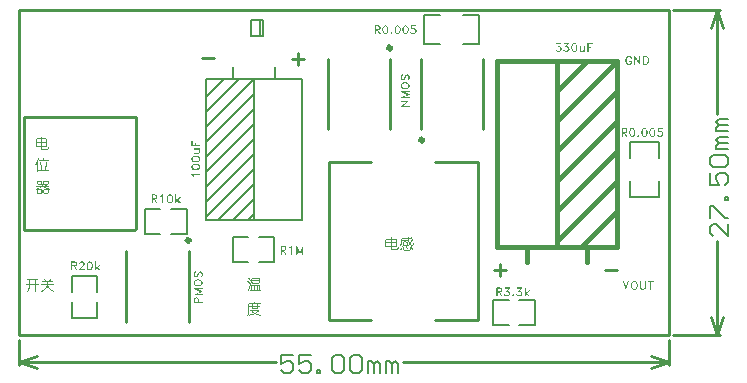
<source format=gto>
G04*
G04 #@! TF.GenerationSoftware,Altium Limited,Altium Designer,20.0.2 (26)*
G04*
G04 Layer_Color=65535*
%FSLAX25Y25*%
%MOIN*%
G70*
G01*
G75*
%ADD10C,0.01575*%
%ADD11C,0.00787*%
%ADD12C,0.01500*%
%ADD13C,0.01000*%
%ADD14C,0.00600*%
G36*
X112623Y125028D02*
X112626Y125025D01*
X112647Y125004D01*
X112668Y124969D01*
X112689Y124928D01*
X112695Y124903D01*
X112702Y124879D01*
Y124851D01*
X112699Y124823D01*
X112689Y124792D01*
X112675Y124765D01*
X112650Y124733D01*
X112619Y124702D01*
X111887D01*
Y123307D01*
X112925D01*
X112928Y123304D01*
X112931Y123300D01*
X112952Y123279D01*
X112973Y123248D01*
X112994Y123206D01*
X113004Y123182D01*
X113008Y123154D01*
Y123130D01*
X113004Y123102D01*
X112997Y123071D01*
X112980Y123043D01*
X112959Y123012D01*
X112928Y122981D01*
X111887D01*
Y120760D01*
X111883Y120757D01*
X111880Y120753D01*
X111859Y120732D01*
X111828Y120712D01*
X111786Y120691D01*
X111762Y120680D01*
X111734Y120677D01*
X111706D01*
X111679Y120680D01*
X111651Y120687D01*
X111620Y120705D01*
X111589Y120726D01*
X111557Y120757D01*
Y122981D01*
X109822D01*
Y122977D01*
Y122964D01*
Y122943D01*
Y122912D01*
Y122873D01*
Y122832D01*
X109819Y122780D01*
X109815Y122724D01*
X109812Y122658D01*
X109808Y122592D01*
X109801Y122520D01*
X109794Y122443D01*
X109784Y122360D01*
X109774Y122276D01*
X109746Y122100D01*
X109711Y121912D01*
X109666Y121718D01*
X109607Y121524D01*
X109538Y121333D01*
X109496Y121239D01*
X109455Y121145D01*
X109406Y121055D01*
X109354Y120968D01*
X109298Y120885D01*
X109239Y120802D01*
X109177Y120726D01*
X109107Y120653D01*
X109094D01*
X109080Y120649D01*
X109062D01*
X109014Y120653D01*
X108965Y120667D01*
X108941Y120673D01*
X108920Y120687D01*
X108899Y120708D01*
X108885Y120729D01*
X108875Y120757D01*
X108871Y120788D01*
X108875Y120830D01*
X108885Y120875D01*
X108889Y120878D01*
X108892Y120885D01*
X108903Y120896D01*
X108913Y120913D01*
X108931Y120930D01*
X108948Y120958D01*
X108969Y120986D01*
X108990Y121020D01*
X109017Y121059D01*
X109042Y121100D01*
X109069Y121145D01*
X109097Y121194D01*
X109128Y121249D01*
X109156Y121308D01*
X109187Y121371D01*
X109219Y121437D01*
X109246Y121506D01*
X109277Y121579D01*
X109305Y121655D01*
X109333Y121739D01*
X109361Y121822D01*
X109385Y121912D01*
X109409Y122002D01*
X109430Y122100D01*
X109465Y122301D01*
X109489Y122512D01*
X109496Y122627D01*
X109500Y122741D01*
X109496Y122860D01*
X109493Y122981D01*
X108452D01*
X108448Y122984D01*
X108445Y122988D01*
X108427Y123009D01*
X108403Y123040D01*
X108382Y123082D01*
X108375Y123106D01*
X108372Y123134D01*
Y123158D01*
X108375Y123189D01*
X108382Y123217D01*
X108400Y123245D01*
X108420Y123276D01*
X108452Y123307D01*
X109493D01*
Y124702D01*
X108833D01*
X108830Y124706D01*
X108826Y124709D01*
X108809Y124730D01*
X108785Y124761D01*
X108764Y124806D01*
X108757Y124827D01*
X108754Y124855D01*
Y124882D01*
X108757Y124910D01*
X108764Y124938D01*
X108781Y124969D01*
X108802Y125001D01*
X108833Y125032D01*
X112619D01*
X112623Y125028D01*
D02*
G37*
G36*
X114718Y125122D02*
X114760Y125111D01*
X114809Y125091D01*
X114812Y125084D01*
X114819Y125070D01*
X114836Y125046D01*
X114854Y125014D01*
X114875Y124976D01*
X114902Y124931D01*
X114930Y124879D01*
X114958Y124827D01*
X115020Y124713D01*
X115083Y124594D01*
X115142Y124480D01*
X115166Y124428D01*
X115187Y124379D01*
X116273D01*
X116277Y124383D01*
X116283Y124393D01*
X116294Y124414D01*
X116311Y124438D01*
X116332Y124470D01*
X116356Y124504D01*
X116384Y124546D01*
X116412Y124594D01*
X116446Y124647D01*
X116481Y124702D01*
X116519Y124761D01*
X116558Y124820D01*
X116641Y124955D01*
X116728Y125094D01*
X116731D01*
X116742Y125098D01*
X116755Y125105D01*
X116776Y125111D01*
X116800Y125115D01*
X116828Y125119D01*
X116887Y125122D01*
X116915Y125119D01*
X116943Y125111D01*
X116971Y125098D01*
X116995Y125080D01*
X117016Y125056D01*
X117030Y125021D01*
X117040Y124980D01*
X117043Y124931D01*
X117040Y124928D01*
X117033Y124914D01*
X117023Y124896D01*
X117009Y124872D01*
X116991Y124841D01*
X116971Y124806D01*
X116946Y124768D01*
X116918Y124726D01*
X116859Y124640D01*
X116794Y124546D01*
X116728Y124459D01*
X116693Y124417D01*
X116658Y124379D01*
X117540D01*
X117543Y124376D01*
X117550Y124372D01*
X117571Y124352D01*
X117599Y124320D01*
X117626Y124279D01*
X117633Y124254D01*
X117640Y124227D01*
Y124202D01*
X117637Y124175D01*
X117626Y124143D01*
X117605Y124116D01*
X117578Y124084D01*
X117540Y124053D01*
X115818D01*
Y123154D01*
X117692D01*
X117696Y123151D01*
X117703Y123147D01*
X117717Y123137D01*
X117730Y123127D01*
X117762Y123096D01*
X117793Y123054D01*
X117803Y123029D01*
X117810Y123002D01*
Y122977D01*
X117807Y122950D01*
X117793Y122918D01*
X117769Y122891D01*
X117737Y122860D01*
X117692Y122828D01*
X115895D01*
X115898Y122825D01*
X115902Y122811D01*
X115912Y122794D01*
X115926Y122766D01*
X115943Y122731D01*
X115964Y122693D01*
X115992Y122648D01*
X116020Y122596D01*
X116054Y122540D01*
X116089Y122481D01*
X116131Y122415D01*
X116176Y122349D01*
X116224Y122276D01*
X116277Y122204D01*
X116335Y122131D01*
X116394Y122055D01*
X116457Y121975D01*
X116526Y121895D01*
X116596Y121815D01*
X116672Y121739D01*
X116752Y121659D01*
X116835Y121582D01*
X116922Y121506D01*
X117012Y121433D01*
X117106Y121361D01*
X117203Y121291D01*
X117307Y121225D01*
X117411Y121166D01*
X117519Y121107D01*
X117633Y121055D01*
X117748Y121007D01*
X117869Y120965D01*
Y120961D01*
X117873Y120951D01*
X117880Y120937D01*
X117887Y120916D01*
X117890Y120892D01*
X117897Y120864D01*
X117904Y120809D01*
X117900Y120777D01*
X117897Y120750D01*
X117887Y120722D01*
X117873Y120698D01*
X117852Y120677D01*
X117824Y120663D01*
X117789Y120653D01*
X117748Y120649D01*
X117744D01*
X117730Y120656D01*
X117713Y120663D01*
X117685Y120673D01*
X117654Y120687D01*
X117612Y120701D01*
X117567Y120722D01*
X117519Y120746D01*
X117463Y120774D01*
X117404Y120805D01*
X117338Y120840D01*
X117269Y120878D01*
X117200Y120920D01*
X117123Y120968D01*
X117047Y121017D01*
X116967Y121072D01*
X116884Y121135D01*
X116800Y121197D01*
X116717Y121267D01*
X116630Y121340D01*
X116547Y121420D01*
X116460Y121503D01*
X116377Y121593D01*
X116294Y121687D01*
X116210Y121784D01*
X116131Y121891D01*
X116054Y121999D01*
X115978Y122117D01*
X115905Y122238D01*
X115836Y122363D01*
X115770Y122499D01*
X115707Y122637D01*
Y122634D01*
X115704Y122624D01*
X115700Y122603D01*
X115693Y122578D01*
X115683Y122544D01*
X115669Y122506D01*
X115655Y122464D01*
X115635Y122415D01*
X115614Y122360D01*
X115589Y122301D01*
X115558Y122238D01*
X115527Y122172D01*
X115489Y122103D01*
X115447Y122030D01*
X115399Y121954D01*
X115347Y121878D01*
X115291Y121798D01*
X115228Y121714D01*
X115159Y121635D01*
X115086Y121551D01*
X115006Y121468D01*
X114920Y121385D01*
X114826Y121305D01*
X114725Y121222D01*
X114621Y121142D01*
X114507Y121062D01*
X114385Y120986D01*
X114257Y120913D01*
X114122Y120843D01*
X113976Y120774D01*
X113823Y120708D01*
X113664Y120649D01*
X113660D01*
X113653Y120653D01*
X113639Y120656D01*
X113622Y120663D01*
X113584Y120680D01*
X113546Y120708D01*
X113528Y120729D01*
X113514Y120750D01*
X113504Y120777D01*
X113500Y120805D01*
Y120840D01*
X113511Y120878D01*
X113528Y120920D01*
X113556Y120968D01*
X113559Y120972D01*
X113573Y120975D01*
X113598Y120982D01*
X113625Y120996D01*
X113664Y121010D01*
X113709Y121031D01*
X113757Y121052D01*
X113816Y121076D01*
X113875Y121107D01*
X113941Y121138D01*
X114014Y121177D01*
X114087Y121215D01*
X114163Y121260D01*
X114240Y121308D01*
X114323Y121357D01*
X114403Y121413D01*
X114486Y121472D01*
X114569Y121534D01*
X114653Y121600D01*
X114736Y121673D01*
X114816Y121746D01*
X114892Y121822D01*
X114968Y121905D01*
X115041Y121992D01*
X115111Y122082D01*
X115176Y122176D01*
X115235Y122273D01*
X115291Y122377D01*
X115340Y122485D01*
X115385Y122596D01*
X115419Y122710D01*
X115447Y122828D01*
X113608D01*
X113605Y122832D01*
X113598Y122835D01*
X113577Y122856D01*
X113549Y122887D01*
X113525Y122929D01*
X113514Y122953D01*
X113507Y122981D01*
Y123005D01*
X113514Y123037D01*
X113525Y123064D01*
X113542Y123092D01*
X113570Y123123D01*
X113608Y123154D01*
X115485D01*
Y124053D01*
X113799D01*
X113792Y124060D01*
X113771Y124074D01*
X113743Y124098D01*
X113716Y124136D01*
X113705Y124157D01*
X113702Y124182D01*
X113698Y124209D01*
X113702Y124237D01*
X113712Y124268D01*
X113733Y124303D01*
X113761Y124341D01*
X113795Y124379D01*
X114836D01*
Y124383D01*
X114830Y124390D01*
X114823Y124404D01*
X114809Y124421D01*
X114795Y124445D01*
X114777Y124470D01*
X114760Y124501D01*
X114739Y124539D01*
X114715Y124577D01*
X114687Y124619D01*
X114628Y124713D01*
X114562Y124820D01*
X114493Y124935D01*
Y124938D01*
X114496Y124949D01*
X114500Y124959D01*
X114503Y124976D01*
X114524Y125018D01*
X114552Y125063D01*
X114569Y125084D01*
X114590Y125098D01*
X114618Y125111D01*
X114646Y125122D01*
X114680Y125125D01*
X114718Y125122D01*
D02*
G37*
G36*
X235928Y138985D02*
X235956Y138974D01*
X235984Y138957D01*
X236015Y138929D01*
X236046Y138891D01*
X236085Y138541D01*
X236945D01*
X236792Y138707D01*
Y138711D01*
Y138718D01*
X236796Y138731D01*
Y138745D01*
X236806Y138784D01*
X236827Y138825D01*
X236841Y138842D01*
X236858Y138863D01*
X236883Y138877D01*
X236907Y138888D01*
X236938Y138894D01*
X236976D01*
X237018Y138891D01*
X237067Y138877D01*
X237070Y138874D01*
X237081Y138856D01*
X237098Y138832D01*
X237119Y138801D01*
X237146Y138759D01*
X237178Y138714D01*
X237216Y138659D01*
X237254Y138600D01*
X237296Y138530D01*
X237341Y138461D01*
X237386Y138384D01*
X237434Y138308D01*
X237528Y138138D01*
X237618Y137965D01*
Y137961D01*
X237615Y137954D01*
X237611Y137940D01*
X237604Y137923D01*
X237587Y137885D01*
X237559Y137843D01*
X237539Y137826D01*
X237518Y137812D01*
X237490Y137802D01*
X237462Y137795D01*
X237427D01*
X237389Y137805D01*
X237348Y137822D01*
X237299Y137847D01*
X237081Y138214D01*
X236126D01*
Y138211D01*
X236130Y138204D01*
X236133Y138194D01*
X236137Y138176D01*
X236144Y138159D01*
X236147Y138135D01*
X236157Y138107D01*
X236164Y138076D01*
X236185Y138006D01*
X236210Y137926D01*
X236234Y137840D01*
X236262Y137742D01*
X236293Y137645D01*
X236324Y137545D01*
X236359Y137444D01*
X236393Y137347D01*
X236428Y137253D01*
X236463Y137163D01*
X236494Y137083D01*
X236529Y137010D01*
X236532Y137014D01*
X236536Y137031D01*
X236546Y137052D01*
X236560Y137087D01*
X236577Y137125D01*
X236595Y137173D01*
X236615Y137225D01*
X236636Y137288D01*
X236661Y137354D01*
X236685Y137427D01*
X236713Y137503D01*
X236737Y137586D01*
X236761Y137673D01*
X236786Y137760D01*
X236834Y137947D01*
X236838D01*
X236844Y137954D01*
X236858Y137958D01*
X236876Y137965D01*
X236900Y137971D01*
X236924Y137978D01*
X236976Y137985D01*
X237004D01*
X237032Y137982D01*
X237060Y137971D01*
X237087Y137958D01*
X237108Y137940D01*
X237129Y137912D01*
X237146Y137881D01*
X237160Y137840D01*
Y137833D01*
X237153Y137815D01*
X237146Y137788D01*
X237136Y137749D01*
X237122Y137704D01*
X237108Y137649D01*
X237087Y137583D01*
X237063Y137510D01*
X237035Y137434D01*
X237008Y137347D01*
X236973Y137257D01*
X236935Y137160D01*
X236893Y137059D01*
X236844Y136955D01*
X236796Y136851D01*
X236740Y136740D01*
X236744Y136733D01*
X236758Y136719D01*
X236782Y136695D01*
X236810Y136663D01*
X236844Y136625D01*
X236883Y136583D01*
X236969Y136493D01*
X237060Y136400D01*
X237105Y136358D01*
X237150Y136320D01*
X237188Y136289D01*
X237223Y136264D01*
X237254Y136250D01*
X237278Y136243D01*
X237282D01*
X237285Y136240D01*
X237302Y136233D01*
X237316Y136237D01*
X237330Y136243D01*
X237344Y136257D01*
X237362Y136278D01*
X237375Y136313D01*
X237382Y136334D01*
X237389Y136358D01*
X237396Y136386D01*
X237403Y136417D01*
X237410Y136452D01*
X237417Y136490D01*
X237421Y136535D01*
X237427Y136583D01*
X237431Y136636D01*
X237434Y136695D01*
X237438Y136757D01*
X237441Y136826D01*
Y136903D01*
Y136983D01*
X237445Y136986D01*
X237452Y136989D01*
X237462Y136996D01*
X237479Y137007D01*
X237518Y137028D01*
X237566Y137045D01*
X237594Y137048D01*
X237618D01*
X237646Y137045D01*
X237674Y137038D01*
X237702Y137021D01*
X237726Y137000D01*
X237750Y136969D01*
X237771Y136931D01*
Y136927D01*
Y136917D01*
Y136903D01*
Y136882D01*
Y136854D01*
X237768Y136823D01*
Y136788D01*
X237764Y136750D01*
X237757Y136663D01*
X237747Y136566D01*
X237733Y136462D01*
X237716Y136358D01*
X237691Y136254D01*
X237663Y136153D01*
X237629Y136059D01*
X237608Y136018D01*
X237584Y135980D01*
X237559Y135945D01*
X237535Y135914D01*
X237507Y135886D01*
X237476Y135865D01*
X237445Y135851D01*
X237407Y135841D01*
X237372Y135837D01*
X237330Y135841D01*
X237316D01*
X237299Y135844D01*
X237271Y135851D01*
X237240Y135858D01*
X237202Y135872D01*
X237160Y135893D01*
X237112Y135917D01*
X237056Y135952D01*
X236994Y135990D01*
X236931Y136042D01*
X236862Y136101D01*
X236786Y136171D01*
X236709Y136254D01*
X236626Y136348D01*
X236584Y136400D01*
X236539Y136455D01*
Y136452D01*
X236532Y136441D01*
X236522Y136427D01*
X236511Y136407D01*
X236494Y136379D01*
X236473Y136348D01*
X236449Y136313D01*
X236421Y136271D01*
X236390Y136230D01*
X236355Y136181D01*
X236317Y136132D01*
X236275Y136080D01*
X236230Y136025D01*
X236182Y135969D01*
X236126Y135914D01*
X236071Y135855D01*
X236067D01*
X236060Y135851D01*
X236046Y135844D01*
X236029Y135841D01*
X235984Y135830D01*
X235960Y135827D01*
X235935D01*
X235908Y135830D01*
X235883Y135841D01*
X235859Y135855D01*
X235838Y135872D01*
X235821Y135900D01*
X235807Y135931D01*
X235800Y135973D01*
X235796Y136025D01*
X235800Y136028D01*
X235814Y136042D01*
X235831Y136059D01*
X235856Y136087D01*
X235883Y136118D01*
X235918Y136157D01*
X235956Y136198D01*
X235998Y136247D01*
X236039Y136299D01*
X236081Y136351D01*
X236171Y136472D01*
X236255Y136597D01*
X236296Y136663D01*
X236331Y136729D01*
X236328Y136736D01*
X236317Y136753D01*
X236303Y136781D01*
X236279Y136820D01*
X236255Y136872D01*
X236223Y136934D01*
X236189Y137010D01*
X236154Y137097D01*
X236112Y137194D01*
X236071Y137305D01*
X236026Y137427D01*
X235984Y137559D01*
X235939Y137704D01*
X235894Y137864D01*
X235849Y138034D01*
X235807Y138214D01*
X234037D01*
X234016Y138211D01*
X233989Y138204D01*
X233958Y138194D01*
X233923Y138169D01*
X233895Y138138D01*
X233885Y138117D01*
X233874Y138093D01*
X233871Y138065D01*
X233867Y138034D01*
Y137524D01*
Y137520D01*
Y137517D01*
Y137506D01*
Y137493D01*
Y137472D01*
Y137451D01*
Y137427D01*
Y137396D01*
X233864Y137330D01*
X233857Y137246D01*
X233846Y137153D01*
X233833Y137048D01*
X233812Y136934D01*
X233787Y136809D01*
X233756Y136674D01*
X233718Y136531D01*
X233673Y136382D01*
X233614Y136230D01*
X233552Y136066D01*
X233475Y135900D01*
X233472Y135897D01*
X233465Y135893D01*
X233451Y135886D01*
X233434Y135879D01*
X233388Y135862D01*
X233336Y135848D01*
X233309D01*
X233281Y135851D01*
X233253Y135858D01*
X233229Y135872D01*
X233205Y135897D01*
X233184Y135924D01*
X233170Y135962D01*
X233156Y136011D01*
Y136014D01*
X233159Y136021D01*
X233166Y136032D01*
X233173Y136049D01*
X233184Y136070D01*
X233194Y136094D01*
X233208Y136122D01*
X233222Y136153D01*
X233253Y136226D01*
X233288Y136313D01*
X233322Y136410D01*
X233361Y136514D01*
X233399Y136629D01*
X233434Y136747D01*
X233465Y136868D01*
X233492Y136996D01*
X233517Y137121D01*
X233531Y137250D01*
X233541Y137375D01*
X233538Y137496D01*
Y138072D01*
Y138079D01*
Y138093D01*
X233541Y138114D01*
X233544Y138145D01*
X233552Y138180D01*
X233562Y138221D01*
X233576Y138263D01*
X233597Y138308D01*
X233621Y138350D01*
X233652Y138391D01*
X233690Y138433D01*
X233735Y138468D01*
X233787Y138499D01*
X233850Y138520D01*
X233923Y138537D01*
X234006Y138541D01*
X235758D01*
X235720Y138888D01*
X235724Y138891D01*
X235727Y138898D01*
X235748Y138919D01*
X235779Y138947D01*
X235821Y138974D01*
X235845Y138985D01*
X235873Y138988D01*
X235897Y138992D01*
X235928Y138985D01*
D02*
G37*
G36*
X235675Y138003D02*
X235679Y137999D01*
X235699Y137978D01*
X235720Y137947D01*
X235741Y137906D01*
X235748Y137881D01*
X235755Y137854D01*
Y137829D01*
X235751Y137802D01*
X235741Y137770D01*
X235727Y137742D01*
X235703Y137711D01*
X235672Y137680D01*
X234027D01*
X234023Y137683D01*
X234020Y137687D01*
X234003Y137708D01*
X233978Y137739D01*
X233958Y137781D01*
X233950Y137805D01*
X233947Y137833D01*
Y137857D01*
X233950Y137888D01*
X233961Y137916D01*
X233975Y137944D01*
X233999Y137975D01*
X234030Y138006D01*
X235672D01*
X235675Y138003D01*
D02*
G37*
G36*
X235356Y137465D02*
X235387Y137461D01*
X235425Y137454D01*
X235467Y137444D01*
X235512Y137430D01*
X235561Y137409D01*
X235606Y137385D01*
X235651Y137354D01*
X235689Y137316D01*
X235724Y137274D01*
X235751Y137218D01*
X235772Y137156D01*
X235783Y137087D01*
Y137003D01*
Y136420D01*
Y136417D01*
Y136400D01*
Y136379D01*
Y136348D01*
X235776Y136313D01*
X235769Y136275D01*
X235758Y136233D01*
X235741Y136191D01*
X235720Y136150D01*
X235693Y136112D01*
X235658Y136077D01*
X235613Y136046D01*
X235561Y136018D01*
X235498Y136001D01*
X235425Y135994D01*
X234440D01*
X234409Y136001D01*
X234370Y136007D01*
X234332Y136018D01*
X234291Y136035D01*
X234249Y136056D01*
X234211Y136084D01*
X234173Y136118D01*
X234141Y136160D01*
X234114Y136212D01*
X234089Y136275D01*
X234075Y136344D01*
X234072Y136427D01*
Y137000D01*
Y137007D01*
Y137021D01*
X234075Y137042D01*
X234079Y137073D01*
X234086Y137108D01*
X234096Y137149D01*
X234110Y137191D01*
X234131Y137236D01*
X234155Y137277D01*
X234187Y137319D01*
X234225Y137361D01*
X234270Y137396D01*
X234325Y137427D01*
X234388Y137448D01*
X234461Y137465D01*
X234544Y137468D01*
X235328D01*
X235356Y137465D01*
D02*
G37*
G36*
X235415Y135962D02*
X235460Y135945D01*
X235508Y135917D01*
Y135914D01*
X235512Y135910D01*
X235515Y135900D01*
X235519Y135889D01*
X235529Y135855D01*
X235547Y135810D01*
X235564Y135754D01*
X235585Y135692D01*
X235606Y135622D01*
X235630Y135549D01*
X235679Y135393D01*
X235724Y135237D01*
X235741Y135161D01*
X235758Y135091D01*
X235772Y135026D01*
X235783Y134970D01*
Y134967D01*
X235779Y134960D01*
X235772Y134946D01*
X235762Y134932D01*
X235738Y134894D01*
X235699Y134859D01*
X235679Y134845D01*
X235654Y134835D01*
X235627Y134831D01*
X235595D01*
X235564Y134838D01*
X235529Y134855D01*
X235491Y134880D01*
X235453Y134915D01*
Y134921D01*
X235450Y134935D01*
X235443Y134963D01*
X235432Y134998D01*
X235422Y135043D01*
X235408Y135095D01*
X235394Y135150D01*
X235377Y135216D01*
X235356Y135282D01*
X235335Y135355D01*
X235290Y135504D01*
X235238Y135661D01*
X235182Y135810D01*
Y135813D01*
X235186Y135820D01*
X235189Y135834D01*
X235196Y135851D01*
X235214Y135889D01*
X235241Y135928D01*
X235262Y135945D01*
X235286Y135959D01*
X235311Y135969D01*
X235342Y135973D01*
X235377D01*
X235415Y135962D01*
D02*
G37*
G36*
X234013Y135897D02*
X234037Y135886D01*
X234065Y135869D01*
X234089Y135848D01*
X234114Y135817D01*
X234134Y135775D01*
Y135772D01*
X234131Y135765D01*
X234127Y135754D01*
X234124Y135740D01*
X234117Y135720D01*
X234107Y135695D01*
X234100Y135671D01*
X234086Y135640D01*
X234062Y135570D01*
X234034Y135491D01*
X233999Y135404D01*
X233961Y135310D01*
X233916Y135209D01*
X233871Y135105D01*
X233770Y134897D01*
X233718Y134793D01*
X233663Y134696D01*
X233604Y134602D01*
X233544Y134515D01*
X233541D01*
X233534Y134512D01*
X233520Y134509D01*
X233503Y134505D01*
X233458Y134502D01*
X233409Y134505D01*
X233381Y134509D01*
X233357Y134519D01*
X233333Y134533D01*
X233312Y134550D01*
X233295Y134571D01*
X233281Y134602D01*
X233274Y134637D01*
X233270Y134682D01*
Y134685D01*
X233274Y134689D01*
X233281Y134699D01*
X233288Y134710D01*
X233309Y134744D01*
X233333Y134793D01*
X233364Y134848D01*
X233402Y134915D01*
X233440Y134991D01*
X233482Y135071D01*
X233527Y135161D01*
X233572Y135251D01*
X233617Y135348D01*
X233663Y135445D01*
X233704Y135546D01*
X233742Y135647D01*
X233781Y135744D01*
X233812Y135841D01*
X233815Y135844D01*
X233822Y135848D01*
X233833Y135855D01*
X233846Y135865D01*
X233885Y135883D01*
X233933Y135897D01*
X233958Y135900D01*
X233985D01*
X234013Y135897D01*
D02*
G37*
G36*
X230314Y138947D02*
X230345Y138936D01*
X230373Y138915D01*
X230404Y138888D01*
X230435Y138849D01*
Y138350D01*
X231785D01*
X231809Y138346D01*
X231837Y138343D01*
X231872Y138336D01*
X231910Y138329D01*
X231952Y138315D01*
X231997Y138298D01*
X232038Y138273D01*
X232077Y138246D01*
X232115Y138211D01*
X232146Y138169D01*
X232174Y138121D01*
X232191Y138065D01*
X232198Y137999D01*
Y137923D01*
Y136004D01*
Y136001D01*
Y135987D01*
X232195Y135966D01*
X232191Y135938D01*
X232184Y135903D01*
X232174Y135869D01*
X232160Y135830D01*
X232139Y135789D01*
X232115Y135747D01*
X232084Y135709D01*
X232046Y135674D01*
X232000Y135640D01*
X231945Y135612D01*
X231882Y135591D01*
X231809Y135577D01*
X231726Y135574D01*
X230435D01*
Y135046D01*
Y135043D01*
Y135036D01*
Y135022D01*
X230439Y135008D01*
X230446Y134970D01*
X230463Y134925D01*
X230487Y134883D01*
X230505Y134866D01*
X230526Y134848D01*
X230550Y134838D01*
X230581Y134831D01*
X230612Y134828D01*
X230650Y134831D01*
X232063D01*
X232098Y134838D01*
X232132Y134848D01*
X232174Y134866D01*
X232212Y134894D01*
X232254Y134928D01*
X232292Y134973D01*
X232327Y135032D01*
X232340Y135067D01*
X232354Y135105D01*
X232368Y135147D01*
X232379Y135192D01*
X232389Y135241D01*
X232396Y135296D01*
X232403Y135355D01*
X232406Y135418D01*
Y135484D01*
X232403Y135556D01*
X232406Y135560D01*
X232410Y135567D01*
X232431Y135588D01*
X232465Y135615D01*
X232507Y135643D01*
X232531Y135654D01*
X232556Y135657D01*
X232583Y135661D01*
X232611Y135654D01*
X232642Y135643D01*
X232670Y135626D01*
X232701Y135598D01*
X232733Y135560D01*
Y135556D01*
Y135546D01*
Y135532D01*
Y135511D01*
Y135487D01*
Y135456D01*
X232729Y135421D01*
X232726Y135383D01*
X232719Y135300D01*
X232705Y135206D01*
X232687Y135105D01*
X232660Y135005D01*
X232622Y134904D01*
X232576Y134807D01*
X232521Y134717D01*
X232486Y134675D01*
X232452Y134637D01*
X232410Y134602D01*
X232368Y134574D01*
X232320Y134550D01*
X232271Y134529D01*
X232215Y134512D01*
X232156Y134505D01*
X232094Y134502D01*
X232025Y134505D01*
X230536D01*
X230508Y134509D01*
X230470Y134512D01*
X230432Y134519D01*
X230387Y134533D01*
X230345Y134550D01*
X230300Y134571D01*
X230255Y134602D01*
X230217Y134640D01*
X230179Y134685D01*
X230151Y134741D01*
X230127Y134807D01*
X230113Y134883D01*
X230106Y134973D01*
Y135574D01*
X228714D01*
X228683Y135581D01*
X228645Y135588D01*
X228607Y135598D01*
X228565Y135612D01*
X228523Y135636D01*
X228485Y135661D01*
X228447Y135695D01*
X228416Y135740D01*
X228388Y135789D01*
X228364Y135851D01*
X228350Y135921D01*
X228346Y136004D01*
Y137919D01*
Y137923D01*
Y137937D01*
X228350Y137958D01*
X228353Y137985D01*
X228360Y138020D01*
X228371Y138055D01*
X228381Y138093D01*
X228402Y138135D01*
X228423Y138176D01*
X228451Y138214D01*
X228485Y138249D01*
X228527Y138284D01*
X228579Y138312D01*
X228635Y138332D01*
X228700Y138346D01*
X228777Y138350D01*
X230106D01*
Y138849D01*
X230109Y138853D01*
X230113Y138860D01*
X230134Y138881D01*
X230168Y138908D01*
X230210Y138936D01*
X230234Y138943D01*
X230258Y138950D01*
X230286D01*
X230314Y138947D01*
D02*
G37*
G36*
X237063Y135858D02*
X237067Y135851D01*
X237081Y135834D01*
X237098Y135803D01*
X237126Y135761D01*
X237157Y135709D01*
X237192Y135647D01*
X237233Y135574D01*
X237278Y135494D01*
X237327Y135407D01*
X237375Y135313D01*
X237427Y135213D01*
X237483Y135105D01*
X237535Y134994D01*
X237591Y134880D01*
X237643Y134758D01*
X237695Y134637D01*
Y134633D01*
X237691Y134626D01*
X237688Y134613D01*
X237681Y134595D01*
X237663Y134557D01*
X237636Y134515D01*
X237615Y134498D01*
X237594Y134484D01*
X237566Y134474D01*
X237539Y134470D01*
X237504D01*
X237466Y134477D01*
X237424Y134495D01*
X237375Y134522D01*
Y134526D01*
X237372Y134529D01*
X237368Y134540D01*
X237362Y134554D01*
X237344Y134588D01*
X237323Y134637D01*
X237296Y134696D01*
X237264Y134762D01*
X237226Y134838D01*
X237188Y134918D01*
X237143Y135005D01*
X237098Y135091D01*
X237001Y135272D01*
X236949Y135362D01*
X236896Y135445D01*
X236844Y135529D01*
X236792Y135605D01*
Y135608D01*
Y135619D01*
Y135633D01*
Y135650D01*
X236796Y135695D01*
X236803Y135723D01*
X236813Y135747D01*
X236824Y135772D01*
X236841Y135796D01*
X236865Y135817D01*
X236890Y135837D01*
X236924Y135851D01*
X236963Y135858D01*
X237008Y135862D01*
X237063Y135858D01*
D02*
G37*
G36*
X234513Y135817D02*
X234540Y135810D01*
X234572Y135796D01*
X234603Y135778D01*
X234634Y135754D01*
Y134859D01*
Y134855D01*
Y134852D01*
X234638Y134831D01*
X234645Y134803D01*
X234655Y134772D01*
X234676Y134744D01*
X234707Y134724D01*
X234728Y134717D01*
X234752Y134713D01*
X234776D01*
X234808Y134717D01*
X236168D01*
X236196Y134720D01*
X236227Y134727D01*
X236258Y134734D01*
X236293Y134748D01*
X236324Y134765D01*
X236355Y134790D01*
X236383Y134817D01*
X236411Y134855D01*
X236428Y134897D01*
X236442Y134949D01*
X236449Y135012D01*
X236445Y135081D01*
Y135449D01*
X236449Y135452D01*
X236452Y135456D01*
X236473Y135473D01*
X236508Y135497D01*
X236549Y135518D01*
X236574Y135525D01*
X236602Y135529D01*
X236626D01*
X236657Y135525D01*
X236685Y135515D01*
X236716Y135501D01*
X236747Y135477D01*
X236779Y135445D01*
Y135039D01*
Y135036D01*
Y135032D01*
Y135022D01*
Y135012D01*
Y134977D01*
X236775Y134932D01*
X236768Y134880D01*
X236754Y134824D01*
X236737Y134762D01*
X236713Y134699D01*
X236681Y134640D01*
X236640Y134578D01*
X236591Y134526D01*
X236529Y134477D01*
X236452Y134436D01*
X236411Y134422D01*
X236366Y134408D01*
X236317Y134397D01*
X236265Y134390D01*
X234703D01*
X234665Y134397D01*
X234627Y134404D01*
X234585Y134415D01*
X234540Y134429D01*
X234495Y134453D01*
X234454Y134477D01*
X234416Y134512D01*
X234377Y134557D01*
X234350Y134606D01*
X234325Y134668D01*
X234311Y134738D01*
X234304Y134821D01*
Y135758D01*
X234308D01*
X234311Y135765D01*
X234332Y135778D01*
X234363Y135796D01*
X234409Y135810D01*
X234457Y135820D01*
X234485D01*
X234513Y135817D01*
D02*
G37*
G36*
X113626Y157782D02*
X113654Y157778D01*
X113688Y157775D01*
X113726Y157764D01*
X113768Y157754D01*
X113813Y157737D01*
X113855Y157716D01*
X113893Y157688D01*
X113931Y157657D01*
X113962Y157619D01*
X113990Y157574D01*
X114007Y157521D01*
X114014Y157463D01*
Y157393D01*
Y156810D01*
Y156807D01*
Y156789D01*
Y156769D01*
Y156737D01*
X114007Y156703D01*
X114001Y156664D01*
X113990Y156626D01*
X113973Y156585D01*
X113952Y156543D01*
X113924Y156501D01*
X113890Y156467D01*
X113848Y156435D01*
X113796Y156411D01*
X113733Y156394D01*
X113661Y156383D01*
X113577Y156387D01*
X112599D01*
X112567Y156390D01*
X112529Y156397D01*
X112491Y156411D01*
X112450Y156425D01*
X112408Y156446D01*
X112370Y156474D01*
X112331Y156508D01*
X112300Y156550D01*
X112273Y156602D01*
X112248Y156664D01*
X112234Y156734D01*
X112231Y156817D01*
Y157352D01*
Y157355D01*
Y157369D01*
X112234Y157386D01*
X112238Y157414D01*
X112245Y157442D01*
X112255Y157476D01*
X112266Y157515D01*
X112286Y157553D01*
X112307Y157591D01*
X112338Y157629D01*
X112373Y157664D01*
X112415Y157699D01*
X112463Y157730D01*
X112522Y157754D01*
X112588Y157771D01*
X112665Y157785D01*
X113602D01*
X113626Y157782D01*
D02*
G37*
G36*
X115694D02*
X115722Y157778D01*
X115756Y157771D01*
X115795Y157761D01*
X115836Y157750D01*
X115881Y157733D01*
X115923Y157709D01*
X115961Y157681D01*
X115999Y157646D01*
X116031Y157605D01*
X116058Y157556D01*
X116076Y157497D01*
X116083Y157431D01*
Y157355D01*
Y156810D01*
Y156807D01*
Y156789D01*
Y156769D01*
Y156737D01*
X116076Y156703D01*
X116069Y156664D01*
X116058Y156626D01*
X116041Y156585D01*
X116020Y156543D01*
X115992Y156501D01*
X115958Y156467D01*
X115913Y156435D01*
X115860Y156411D01*
X115798Y156394D01*
X115725Y156383D01*
X115642Y156387D01*
X115233D01*
X115246Y156376D01*
X115271Y156362D01*
X115298Y156342D01*
X115330Y156317D01*
X115402Y156265D01*
X115482Y156203D01*
X115559Y156140D01*
X115593Y156109D01*
X115624Y156078D01*
X115652Y156050D01*
X115673Y156023D01*
X116197D01*
X116201Y156019D01*
X116208Y156016D01*
X116228Y155995D01*
X116256Y155964D01*
X116284Y155922D01*
X116291Y155898D01*
X116298Y155870D01*
Y155845D01*
X116294Y155818D01*
X116284Y155787D01*
X116263Y155759D01*
X116235Y155728D01*
X116197Y155696D01*
X114785D01*
X114792Y155689D01*
X114802Y155686D01*
X114820Y155675D01*
X114837Y155665D01*
X114861Y155651D01*
X114889Y155637D01*
X114920Y155620D01*
X114955Y155599D01*
X114993Y155578D01*
X115080Y155537D01*
X115180Y155488D01*
X115288Y155436D01*
X115406Y155384D01*
X115534Y155329D01*
X115666Y155276D01*
X115808Y155224D01*
X115951Y155176D01*
X116100Y155134D01*
X116249Y155093D01*
X116402Y155061D01*
X116405Y155058D01*
X116409Y155051D01*
X116416Y155041D01*
X116426Y155027D01*
X116444Y154988D01*
X116457Y154940D01*
Y154912D01*
X116454Y154888D01*
X116447Y154860D01*
X116433Y154832D01*
X116412Y154808D01*
X116384Y154784D01*
X116350Y154759D01*
X116301Y154739D01*
X116298D01*
X116287Y154742D01*
X116273Y154745D01*
X116253Y154752D01*
X116225Y154759D01*
X116194Y154770D01*
X116159Y154780D01*
X116117Y154791D01*
X116069Y154805D01*
X116020Y154822D01*
X115965Y154839D01*
X115954Y154843D01*
X115975Y154829D01*
X116020Y154787D01*
X116058Y154739D01*
X116089Y154680D01*
X116110Y154614D01*
X116121Y154537D01*
Y154447D01*
Y153826D01*
Y153819D01*
Y153802D01*
Y153777D01*
X116117Y153743D01*
X116114Y153701D01*
X116103Y153659D01*
X116089Y153611D01*
X116072Y153562D01*
X116044Y153514D01*
X116013Y153469D01*
X115972Y153427D01*
X115919Y153389D01*
X115860Y153358D01*
X115788Y153337D01*
X115704Y153326D01*
X114760D01*
X114729Y153330D01*
X114691Y153333D01*
X114649Y153344D01*
X114601Y153358D01*
X114556Y153375D01*
X114507Y153399D01*
X114462Y153434D01*
X114417Y153475D01*
X114379Y153524D01*
X114348Y153583D01*
X114320Y153656D01*
X114306Y153739D01*
X114299Y153833D01*
Y154444D01*
Y154451D01*
Y154464D01*
X114303Y154492D01*
X114306Y154523D01*
X114313Y154562D01*
X114327Y154603D01*
X114341Y154648D01*
X114362Y154697D01*
X114389Y154745D01*
X114424Y154791D01*
X114462Y154832D01*
X114514Y154870D01*
X114570Y154905D01*
X114639Y154929D01*
X114715Y154943D01*
X114806Y154950D01*
X115635D01*
X115663Y154947D01*
X115684Y154945D01*
X115645Y154961D01*
X115496Y155023D01*
X115337Y155093D01*
X115173Y155169D01*
X115007Y155256D01*
X114837Y155353D01*
X114667Y155457D01*
X114497Y155571D01*
X114330Y155696D01*
X113796D01*
X113792Y155693D01*
X113785Y155689D01*
X113775Y155679D01*
X113761Y155665D01*
X113744Y155648D01*
X113719Y155627D01*
X113692Y155606D01*
X113661Y155578D01*
X113626Y155551D01*
X113588Y155523D01*
X113546Y155488D01*
X113501Y155457D01*
X113404Y155384D01*
X113293Y155308D01*
X113168Y155228D01*
X113032Y155145D01*
X112890Y155065D01*
X112738Y154988D01*
X112574Y154915D01*
X112505Y154888D01*
X112502Y154886D01*
X112574Y154915D01*
X112654Y154936D01*
X112744Y154950D01*
X113452D01*
X113480Y154947D01*
X113515Y154943D01*
X113553Y154936D01*
X113598Y154922D01*
X113647Y154909D01*
X113699Y154888D01*
X113747Y154860D01*
X113792Y154829D01*
X113838Y154787D01*
X113876Y154739D01*
X113907Y154680D01*
X113928Y154614D01*
X113938Y154537D01*
Y154447D01*
Y153826D01*
Y153819D01*
Y153802D01*
Y153777D01*
X113935Y153743D01*
X113931Y153701D01*
X113921Y153659D01*
X113907Y153611D01*
X113890Y153562D01*
X113862Y153514D01*
X113831Y153469D01*
X113789Y153427D01*
X113737Y153389D01*
X113678Y153358D01*
X113605Y153337D01*
X113522Y153326D01*
X112696D01*
X112665Y153330D01*
X112627Y153333D01*
X112581Y153344D01*
X112536Y153358D01*
X112488Y153375D01*
X112439Y153399D01*
X112394Y153434D01*
X112349Y153475D01*
X112311Y153524D01*
X112279Y153583D01*
X112252Y153656D01*
X112238Y153739D01*
X112231Y153833D01*
Y154444D01*
Y154451D01*
Y154464D01*
X112234Y154485D01*
X112238Y154516D01*
X112248Y154551D01*
X112259Y154593D01*
X112273Y154638D01*
X112297Y154683D01*
X112321Y154728D01*
X112356Y154773D01*
X112398Y154815D01*
X112446Y154853D01*
X112502Y154886D01*
X112404Y154846D01*
X112227Y154787D01*
X112047Y154739D01*
X112043D01*
X112037Y154742D01*
X112026Y154749D01*
X112012Y154759D01*
X111981Y154784D01*
X111946Y154818D01*
X111919Y154864D01*
X111908Y154891D01*
X111905Y154919D01*
Y154950D01*
X111908Y154985D01*
X111922Y155023D01*
X111943Y155061D01*
X111946D01*
X111953Y155065D01*
X111964D01*
X111978Y155068D01*
X111995Y155072D01*
X112019Y155079D01*
X112043Y155086D01*
X112075Y155093D01*
X112144Y155110D01*
X112224Y155134D01*
X112314Y155165D01*
X112411Y155197D01*
X112519Y155238D01*
X112633Y155283D01*
X112751Y155335D01*
X112876Y155394D01*
X113001Y155460D01*
X113126Y155530D01*
X113254Y155610D01*
X113380Y155696D01*
X112037D01*
X112033Y155700D01*
X112026Y155703D01*
X112005Y155724D01*
X111978Y155755D01*
X111953Y155797D01*
X111943Y155821D01*
X111936Y155849D01*
Y155873D01*
X111943Y155904D01*
X111953Y155932D01*
X111971Y155960D01*
X111998Y155991D01*
X112037Y156023D01*
X113598D01*
X113602Y156026D01*
X113605Y156029D01*
X113615Y156040D01*
X113629Y156054D01*
X113643Y156071D01*
X113664Y156095D01*
X113685Y156120D01*
X113709Y156147D01*
X113733Y156182D01*
X113765Y156217D01*
X113792Y156255D01*
X113824Y156300D01*
X113893Y156397D01*
X113962Y156505D01*
X113966Y156508D01*
X113973Y156512D01*
X113987Y156519D01*
X114004Y156526D01*
X114049Y156543D01*
X114105Y156553D01*
X114132D01*
X114160Y156550D01*
X114184Y156539D01*
X114212Y156526D01*
X114237Y156501D01*
X114254Y156474D01*
X114271Y156432D01*
X114285Y156383D01*
X114282Y156380D01*
X114278Y156373D01*
X114268Y156356D01*
X114254Y156338D01*
X114237Y156317D01*
X114216Y156290D01*
X114174Y156234D01*
X114122Y156172D01*
X114070Y156113D01*
X114021Y156061D01*
X113997Y156040D01*
X113976Y156023D01*
X115278D01*
X115260Y156029D01*
X115232Y156036D01*
X115194Y156054D01*
X115170Y156068D01*
X115142Y156081D01*
X115111Y156102D01*
X115076Y156123D01*
X115035Y156147D01*
X114993Y156175D01*
Y156179D01*
Y156186D01*
X114989Y156199D01*
Y156217D01*
X114993Y156258D01*
X115003Y156304D01*
X115014Y156328D01*
X115028Y156349D01*
X115045Y156366D01*
X115066Y156383D01*
X115075Y156387D01*
X114667D01*
X114632Y156390D01*
X114594Y156397D01*
X114556Y156411D01*
X114518Y156425D01*
X114476Y156446D01*
X114438Y156474D01*
X114400Y156508D01*
X114368Y156550D01*
X114341Y156602D01*
X114316Y156664D01*
X114303Y156734D01*
X114299Y156817D01*
Y157358D01*
Y157362D01*
X114303Y157376D01*
X114306Y157397D01*
X114313Y157424D01*
X114320Y157459D01*
X114334Y157494D01*
X114348Y157532D01*
X114368Y157574D01*
X114393Y157612D01*
X114424Y157650D01*
X114459Y157688D01*
X114497Y157719D01*
X114545Y157747D01*
X114601Y157768D01*
X114660Y157782D01*
X114729Y157785D01*
X115670D01*
X115694Y157782D01*
D02*
G37*
G36*
X114287Y165318D02*
X114329Y165307D01*
X114377Y165286D01*
X114381Y165283D01*
X114384Y165272D01*
X114391Y165255D01*
X114405Y165231D01*
X114419Y165200D01*
X114433Y165165D01*
X114450Y165127D01*
X114471Y165082D01*
X114492Y165033D01*
X114513Y164981D01*
X114558Y164866D01*
X114599Y164742D01*
X114641Y164613D01*
X115998D01*
X116001Y164610D01*
X116005Y164606D01*
X116025Y164585D01*
X116046Y164554D01*
X116067Y164513D01*
X116077Y164488D01*
X116081Y164461D01*
Y164436D01*
X116077Y164409D01*
X116071Y164377D01*
X116053Y164349D01*
X116032Y164318D01*
X116001Y164287D01*
X112941D01*
X112937Y164290D01*
X112934Y164294D01*
X112916Y164315D01*
X112892Y164346D01*
X112871Y164388D01*
X112864Y164412D01*
X112861Y164440D01*
Y164464D01*
X112864Y164495D01*
X112871Y164523D01*
X112889Y164551D01*
X112909Y164582D01*
X112941Y164613D01*
X114287D01*
Y164617D01*
X114284Y164624D01*
X114280Y164637D01*
X114273Y164655D01*
X114266Y164679D01*
X114256Y164707D01*
X114242Y164738D01*
X114232Y164773D01*
X114214Y164814D01*
X114197Y164856D01*
X114159Y164950D01*
X114113Y165054D01*
X114058Y165168D01*
Y165172D01*
X114061Y165179D01*
X114065Y165189D01*
X114072Y165207D01*
X114089Y165241D01*
X114117Y165276D01*
X114138Y165293D01*
X114159Y165307D01*
X114186Y165318D01*
X114214Y165324D01*
X114249D01*
X114287Y165318D01*
D02*
G37*
G36*
X113354Y164009D02*
X113388Y163996D01*
X113426Y163968D01*
X113465Y163933D01*
Y163930D01*
X113468Y163923D01*
X113475Y163905D01*
X113479Y163884D01*
X113489Y163860D01*
X113499Y163829D01*
X113510Y163791D01*
X113524Y163749D01*
X113538Y163701D01*
X113551Y163648D01*
X113569Y163590D01*
X113586Y163527D01*
X113603Y163461D01*
X113621Y163388D01*
X113642Y163312D01*
X113662Y163232D01*
X113683Y163149D01*
X113704Y163059D01*
X113728Y162965D01*
X113749Y162871D01*
X113774Y162771D01*
X113794Y162666D01*
X113839Y162448D01*
X113884Y162219D01*
X113926Y161976D01*
X113968Y161723D01*
X114006Y161459D01*
Y161456D01*
X114003Y161449D01*
X113996Y161438D01*
X113985Y161424D01*
X113961Y161397D01*
X113923Y161365D01*
X113902Y161355D01*
X113877Y161345D01*
X113850Y161337D01*
X113819D01*
X113787Y161345D01*
X113753Y161358D01*
X113715Y161379D01*
X113676Y161407D01*
Y161410D01*
X113673Y161424D01*
Y161442D01*
X113666Y161469D01*
X113662Y161501D01*
X113655Y161542D01*
X113648Y161587D01*
X113642Y161639D01*
X113631Y161698D01*
X113621Y161761D01*
X113610Y161830D01*
X113596Y161903D01*
X113583Y161979D01*
X113569Y162063D01*
X113551Y162146D01*
X113538Y162236D01*
X113499Y162424D01*
X113461Y162621D01*
X113416Y162826D01*
X113367Y163034D01*
X113315Y163246D01*
X113260Y163461D01*
X113201Y163673D01*
X113138Y163877D01*
Y163881D01*
X113142Y163888D01*
X113149Y163902D01*
X113159Y163919D01*
X113183Y163954D01*
X113218Y163989D01*
X113242Y164003D01*
X113267Y164013D01*
X113291Y164020D01*
X113322D01*
X113354Y164009D01*
D02*
G37*
G36*
X115526Y164089D02*
X115554Y164079D01*
X115581Y164061D01*
X115606Y164037D01*
X115630Y163999D01*
X115651Y163954D01*
Y163950D01*
X115647Y163936D01*
X115644Y163912D01*
X115640Y163884D01*
X115633Y163846D01*
X115626Y163801D01*
X115616Y163749D01*
X115609Y163690D01*
X115595Y163624D01*
X115581Y163551D01*
X115567Y163475D01*
X115554Y163392D01*
X115536Y163305D01*
X115519Y163215D01*
X115498Y163118D01*
X115477Y163017D01*
X115432Y162809D01*
X115380Y162590D01*
X115324Y162361D01*
X115262Y162129D01*
X115193Y161893D01*
X115120Y161660D01*
X115043Y161431D01*
X114960Y161209D01*
X116112D01*
X116116Y161206D01*
X116119Y161202D01*
X116140Y161181D01*
X116161Y161150D01*
X116182Y161109D01*
X116192Y161084D01*
X116195Y161056D01*
Y161032D01*
X116192Y161004D01*
X116185Y160973D01*
X116168Y160945D01*
X116147Y160914D01*
X116116Y160883D01*
X112632D01*
X112628Y160886D01*
X112625Y160890D01*
X112608Y160911D01*
X112583Y160942D01*
X112562Y160984D01*
X112556Y161008D01*
X112552Y161036D01*
Y161060D01*
X112556Y161091D01*
X112566Y161119D01*
X112580Y161147D01*
X112604Y161178D01*
X112635Y161209D01*
X114606D01*
Y161213D01*
X114610Y161223D01*
X114617Y161240D01*
X114627Y161261D01*
X114637Y161292D01*
X114648Y161327D01*
X114665Y161365D01*
X114679Y161414D01*
X114700Y161466D01*
X114717Y161525D01*
X114738Y161591D01*
X114762Y161660D01*
X114787Y161733D01*
X114811Y161813D01*
X114835Y161900D01*
X114863Y161990D01*
X114891Y162084D01*
X114919Y162184D01*
X114950Y162288D01*
X114978Y162396D01*
X115009Y162510D01*
X115036Y162625D01*
X115068Y162750D01*
X115095Y162875D01*
X115127Y163003D01*
X115155Y163135D01*
X115186Y163274D01*
X115214Y163413D01*
X115269Y163704D01*
X115321Y164009D01*
X115324Y164013D01*
X115331Y164020D01*
X115342Y164027D01*
X115359Y164041D01*
X115397Y164065D01*
X115446Y164086D01*
X115474Y164093D01*
X115498D01*
X115526Y164089D01*
D02*
G37*
G36*
X112656Y165286D02*
X112684Y165276D01*
X112708Y165262D01*
X112736Y165245D01*
X112760Y165217D01*
X112781Y165186D01*
Y165182D01*
Y165179D01*
X112778Y165168D01*
Y165155D01*
X112771Y165120D01*
X112764Y165071D01*
X112753Y165012D01*
X112743Y164943D01*
X112725Y164863D01*
X112708Y164780D01*
X112687Y164686D01*
X112663Y164585D01*
X112632Y164485D01*
X112601Y164377D01*
X112566Y164270D01*
X112524Y164162D01*
X112483Y164051D01*
X112434Y163944D01*
Y160841D01*
X112431Y160838D01*
X112427Y160834D01*
X112406Y160813D01*
X112372Y160793D01*
X112330Y160772D01*
X112306Y160761D01*
X112281Y160758D01*
X112254D01*
X112226Y160761D01*
X112195Y160768D01*
X112167Y160786D01*
X112136Y160807D01*
X112104Y160838D01*
Y163479D01*
X112097Y163465D01*
X112091Y163444D01*
X112080Y163416D01*
X112063Y163381D01*
X112045Y163343D01*
X112025Y163298D01*
X112000Y163250D01*
X111941Y163149D01*
X111868Y163041D01*
X111782Y162937D01*
X111737Y162885D01*
X111685Y162840D01*
X111681D01*
X111674Y162837D01*
X111660Y162833D01*
X111643D01*
X111601Y162830D01*
X111556Y162837D01*
X111532Y162844D01*
X111511Y162854D01*
X111490Y162871D01*
X111476Y162896D01*
X111462Y162923D01*
X111456Y162958D01*
X111452Y163000D01*
X111456Y163052D01*
X111459Y163055D01*
X111466Y163066D01*
X111476Y163079D01*
X111494Y163100D01*
X111514Y163128D01*
X111539Y163163D01*
X111566Y163201D01*
X111594Y163242D01*
X111629Y163291D01*
X111664Y163343D01*
X111702Y163399D01*
X111740Y163461D01*
X111782Y163524D01*
X111823Y163593D01*
X111868Y163666D01*
X111910Y163742D01*
X112000Y163902D01*
X112087Y164075D01*
X112170Y164256D01*
X112247Y164443D01*
X112316Y164637D01*
X112375Y164839D01*
X112399Y164939D01*
X112420Y165040D01*
X112437Y165141D01*
X112451Y165241D01*
X112455D01*
X112462Y165248D01*
X112472Y165252D01*
X112486Y165259D01*
X112528Y165276D01*
X112576Y165286D01*
X112601Y165290D01*
X112628D01*
X112656Y165286D01*
D02*
G37*
G36*
X113778Y172411D02*
X113810Y172401D01*
X113838Y172380D01*
X113869Y172352D01*
X113900Y172314D01*
Y171814D01*
X115250D01*
X115274Y171811D01*
X115302Y171807D01*
X115337Y171800D01*
X115375Y171793D01*
X115416Y171780D01*
X115462Y171762D01*
X115503Y171738D01*
X115541Y171710D01*
X115579Y171676D01*
X115611Y171634D01*
X115638Y171585D01*
X115656Y171530D01*
X115663Y171464D01*
Y171388D01*
Y169469D01*
Y169465D01*
Y169451D01*
X115659Y169430D01*
X115656Y169403D01*
X115649Y169368D01*
X115638Y169333D01*
X115624Y169295D01*
X115604Y169254D01*
X115579Y169212D01*
X115548Y169174D01*
X115510Y169139D01*
X115465Y169104D01*
X115409Y169077D01*
X115347Y169056D01*
X115274Y169042D01*
X115191Y169038D01*
X113900D01*
Y168511D01*
Y168507D01*
Y168500D01*
Y168487D01*
X113903Y168473D01*
X113910Y168435D01*
X113928Y168389D01*
X113952Y168348D01*
X113969Y168330D01*
X113990Y168313D01*
X114014Y168303D01*
X114046Y168296D01*
X114077Y168292D01*
X114115Y168296D01*
X115527D01*
X115562Y168303D01*
X115597Y168313D01*
X115638Y168330D01*
X115677Y168358D01*
X115718Y168393D01*
X115756Y168438D01*
X115791Y168497D01*
X115805Y168532D01*
X115819Y168570D01*
X115833Y168612D01*
X115843Y168657D01*
X115854Y168705D01*
X115860Y168761D01*
X115867Y168820D01*
X115871Y168882D01*
Y168948D01*
X115867Y169021D01*
X115871Y169024D01*
X115874Y169031D01*
X115895Y169052D01*
X115930Y169080D01*
X115972Y169108D01*
X115996Y169118D01*
X116020Y169122D01*
X116048Y169125D01*
X116076Y169118D01*
X116107Y169108D01*
X116135Y169090D01*
X116166Y169063D01*
X116197Y169024D01*
Y169021D01*
Y169011D01*
Y168997D01*
Y168976D01*
Y168952D01*
Y168920D01*
X116194Y168886D01*
X116190Y168848D01*
X116183Y168764D01*
X116169Y168670D01*
X116152Y168570D01*
X116124Y168469D01*
X116086Y168369D01*
X116041Y168272D01*
X115985Y168181D01*
X115951Y168140D01*
X115916Y168101D01*
X115874Y168067D01*
X115833Y168039D01*
X115784Y168015D01*
X115736Y167994D01*
X115680Y167976D01*
X115621Y167970D01*
X115559Y167966D01*
X115489Y167970D01*
X114001D01*
X113973Y167973D01*
X113935Y167976D01*
X113897Y167983D01*
X113851Y167997D01*
X113810Y168015D01*
X113765Y168035D01*
X113719Y168067D01*
X113681Y168105D01*
X113643Y168150D01*
X113615Y168205D01*
X113591Y168272D01*
X113577Y168348D01*
X113570Y168438D01*
Y169038D01*
X112179D01*
X112148Y169045D01*
X112109Y169052D01*
X112071Y169063D01*
X112030Y169077D01*
X111988Y169101D01*
X111950Y169125D01*
X111912Y169160D01*
X111880Y169205D01*
X111853Y169254D01*
X111828Y169316D01*
X111814Y169385D01*
X111811Y169469D01*
Y171384D01*
Y171388D01*
Y171401D01*
X111814Y171422D01*
X111818Y171450D01*
X111825Y171485D01*
X111835Y171519D01*
X111846Y171557D01*
X111866Y171599D01*
X111887Y171641D01*
X111915Y171679D01*
X111950Y171714D01*
X111992Y171748D01*
X112043Y171776D01*
X112099Y171797D01*
X112165Y171811D01*
X112241Y171814D01*
X113570D01*
Y172314D01*
X113574Y172318D01*
X113577Y172324D01*
X113598Y172345D01*
X113633Y172373D01*
X113674Y172401D01*
X113699Y172408D01*
X113723Y172415D01*
X113751D01*
X113778Y172411D01*
D02*
G37*
G36*
X184653Y117324D02*
X184695Y117314D01*
X184744Y117293D01*
Y117290D01*
X184751Y117283D01*
X184754Y117269D01*
X184765Y117251D01*
X184775Y117231D01*
X184785Y117210D01*
X184810Y117154D01*
X184837Y117095D01*
X184862Y117033D01*
X184886Y116977D01*
X184900Y116925D01*
X186708D01*
X186711Y116922D01*
X186718Y116918D01*
X186739Y116897D01*
X186767Y116866D01*
X186794Y116825D01*
X186801Y116800D01*
X186808Y116772D01*
Y116748D01*
X186805Y116720D01*
X186794Y116689D01*
X186774Y116662D01*
X186746Y116630D01*
X186708Y116599D01*
X185754D01*
X185743Y116603D01*
X185715Y116609D01*
X185687Y116606D01*
X185663Y116603D01*
X185655Y116599D01*
X183993D01*
X183984Y116603D01*
X183956Y116609D01*
X183928Y116606D01*
X183900Y116603D01*
X183894Y116599D01*
X183165D01*
X183144Y116596D01*
X183116Y116589D01*
X183085Y116578D01*
X183050Y116554D01*
X183023Y116523D01*
X183012Y116502D01*
X183002Y116478D01*
X182998Y116450D01*
X182995Y116419D01*
Y115010D01*
Y115006D01*
Y114992D01*
Y114975D01*
Y114947D01*
Y114913D01*
Y114871D01*
Y114826D01*
Y114774D01*
X182991Y114715D01*
Y114652D01*
X182988Y114583D01*
X182984Y114514D01*
X182981Y114437D01*
X182974Y114357D01*
X182960Y114187D01*
X182939Y114010D01*
X182915Y113827D01*
X182884Y113639D01*
X182846Y113452D01*
X182797Y113264D01*
X182741Y113084D01*
X182676Y112910D01*
X182637Y112831D01*
X182599Y112751D01*
X182596D01*
X182585Y112747D01*
X182571Y112740D01*
X182551Y112737D01*
X182526Y112730D01*
X182502Y112726D01*
X182447Y112723D01*
X182419Y112726D01*
X182395Y112733D01*
X182370Y112747D01*
X182349Y112765D01*
X182332Y112793D01*
X182322Y112824D01*
X182318Y112865D01*
X182322Y112914D01*
Y112917D01*
X182325Y112924D01*
X182332Y112935D01*
X182339Y112952D01*
X182346Y112973D01*
X182356Y113001D01*
X182367Y113028D01*
X182381Y113063D01*
X182395Y113105D01*
X182408Y113146D01*
X182426Y113195D01*
X182440Y113247D01*
X182457Y113303D01*
X182474Y113362D01*
X182492Y113424D01*
X182509Y113493D01*
X182526Y113563D01*
X182540Y113639D01*
X182558Y113719D01*
X182575Y113799D01*
X182589Y113885D01*
X182603Y113976D01*
X182627Y114163D01*
X182648Y114364D01*
X182662Y114576D01*
X182669Y114802D01*
X182665Y115038D01*
Y116419D01*
Y116426D01*
Y116439D01*
X182669Y116467D01*
X182672Y116498D01*
X182679Y116537D01*
X182689Y116578D01*
X182703Y116623D01*
X182724Y116672D01*
X182748Y116720D01*
X182780Y116766D01*
X182818Y116807D01*
X182863Y116845D01*
X182915Y116880D01*
X182977Y116904D01*
X183050Y116918D01*
X183134Y116925D01*
X184539D01*
Y116929D01*
X184532Y116939D01*
X184525Y116960D01*
X184511Y116984D01*
X184497Y117015D01*
X184476Y117050D01*
X184452Y117088D01*
X184424Y117133D01*
Y117137D01*
X184428Y117147D01*
X184431Y117161D01*
X184438Y117178D01*
X184456Y117220D01*
X184483Y117262D01*
X184504Y117283D01*
X184525Y117300D01*
X184553Y117314D01*
X184581Y117324D01*
X184615Y117328D01*
X184653Y117324D01*
D02*
G37*
G36*
X185774Y116592D02*
X185802Y116571D01*
X185833Y116543D01*
X185864Y116505D01*
Y116086D01*
X186635D01*
X186638Y116082D01*
X186642Y116078D01*
X186663Y116058D01*
X186683Y116023D01*
X186704Y115981D01*
X186715Y115957D01*
X186718Y115933D01*
Y115905D01*
X186715Y115877D01*
X186708Y115846D01*
X186690Y115818D01*
X186670Y115787D01*
X186638Y115756D01*
X185864D01*
Y115419D01*
Y115416D01*
Y115398D01*
Y115378D01*
Y115346D01*
X185858Y115312D01*
X185851Y115273D01*
X185840Y115232D01*
X185823Y115190D01*
X185802Y115149D01*
X185774Y115110D01*
X185740Y115076D01*
X185698Y115044D01*
X185646Y115017D01*
X185583Y114999D01*
X185511Y114992D01*
X184143D01*
X184112Y114999D01*
X184074Y115006D01*
X184036Y115017D01*
X183994Y115031D01*
X183952Y115055D01*
X183914Y115079D01*
X183876Y115114D01*
X183845Y115159D01*
X183817Y115208D01*
X183793Y115270D01*
X183779Y115339D01*
X183776Y115423D01*
Y115756D01*
X183078D01*
X183075Y115759D01*
X183071Y115763D01*
X183054Y115784D01*
X183029Y115815D01*
X183009Y115860D01*
X183002Y115881D01*
X182998Y115909D01*
Y115936D01*
X183002Y115964D01*
X183009Y115992D01*
X183026Y116023D01*
X183047Y116054D01*
X183078Y116086D01*
X183776D01*
Y116509D01*
X183779Y116512D01*
X183782Y116519D01*
X183803Y116540D01*
X183835Y116568D01*
X183880Y116592D01*
X183894Y116599D01*
X183993D01*
X184011Y116592D01*
X184043Y116571D01*
X184074Y116543D01*
X184105Y116505D01*
Y116086D01*
X185535D01*
Y116509D01*
X185538Y116512D01*
X185542Y116519D01*
X185563Y116540D01*
X185597Y116568D01*
X185639Y116592D01*
X185655Y116599D01*
X185754D01*
X185774Y116592D01*
D02*
G37*
G36*
X186021Y114704D02*
X186055Y114701D01*
X186093Y114694D01*
X186139Y114684D01*
X186180Y114670D01*
X186222Y114649D01*
X186260Y114625D01*
X186291Y114593D01*
X186316Y114555D01*
X186326Y114510D01*
X186329Y114486D01*
Y114458D01*
X186322Y114427D01*
X186312Y114396D01*
X186302Y114361D01*
X186284Y114323D01*
X186260Y114281D01*
X186232Y114239D01*
X186229Y114236D01*
X186212Y114222D01*
X186187Y114198D01*
X186156Y114167D01*
X186114Y114132D01*
X186062Y114087D01*
X186000Y114038D01*
X185934Y113986D01*
X185854Y113927D01*
X185771Y113865D01*
X185677Y113802D01*
X185576Y113736D01*
X185469Y113670D01*
X185354Y113601D01*
X185230Y113535D01*
X185101Y113469D01*
X185105D01*
X185108Y113466D01*
X185118Y113462D01*
X185132Y113455D01*
X185150Y113448D01*
X185170Y113438D01*
X185198Y113427D01*
X185226Y113417D01*
X185257Y113403D01*
X185295Y113389D01*
X185334Y113375D01*
X185375Y113358D01*
X185472Y113327D01*
X185580Y113289D01*
X185701Y113254D01*
X185837Y113216D01*
X185983Y113178D01*
X186139Y113143D01*
X186305Y113108D01*
X186482Y113074D01*
X186670Y113046D01*
X186867Y113022D01*
X186871Y113018D01*
X186878Y113011D01*
X186885Y113001D01*
X186899Y112987D01*
X186923Y112949D01*
X186944Y112900D01*
X186951Y112876D01*
Y112848D01*
Y112820D01*
X186940Y112796D01*
X186923Y112768D01*
X186895Y112744D01*
X186860Y112720D01*
X186815Y112699D01*
X186801D01*
X186784Y112702D01*
X186763Y112706D01*
X186735Y112709D01*
X186701Y112713D01*
X186663Y112720D01*
X186618Y112723D01*
X186569Y112733D01*
X186517Y112740D01*
X186461Y112751D01*
X186399Y112761D01*
X186336Y112775D01*
X186267Y112785D01*
X186121Y112817D01*
X185969Y112855D01*
X185805Y112900D01*
X185635Y112949D01*
X185462Y113004D01*
X185289Y113070D01*
X185115Y113139D01*
X184945Y113219D01*
X184778Y113310D01*
X184775D01*
X184768Y113306D01*
X184754Y113299D01*
X184737Y113292D01*
X184716Y113282D01*
X184688Y113271D01*
X184657Y113257D01*
X184622Y113240D01*
X184581Y113226D01*
X184539Y113209D01*
X184490Y113188D01*
X184438Y113167D01*
X184386Y113146D01*
X184327Y113126D01*
X184199Y113081D01*
X184064Y113032D01*
X183914Y112987D01*
X183755Y112938D01*
X183588Y112890D01*
X183415Y112848D01*
X183234Y112806D01*
X183050Y112768D01*
X182860Y112737D01*
X182856D01*
X182849Y112740D01*
X182839Y112747D01*
X182825Y112758D01*
X182797Y112782D01*
X182766Y112817D01*
X182752Y112838D01*
X182745Y112862D01*
X182738Y112890D01*
Y112917D01*
X182745Y112949D01*
X182755Y112983D01*
X182776Y113022D01*
X182804Y113060D01*
X182807D01*
X182814Y113063D01*
X182828D01*
X182849Y113067D01*
X182873Y113070D01*
X182901Y113077D01*
X182932Y113081D01*
X182970Y113087D01*
X183012Y113098D01*
X183057Y113105D01*
X183154Y113126D01*
X183265Y113150D01*
X183387Y113174D01*
X183515Y113205D01*
X183651Y113240D01*
X183786Y113278D01*
X183928Y113316D01*
X184067Y113362D01*
X184202Y113410D01*
X184338Y113459D01*
X184463Y113514D01*
X184456Y113518D01*
X184442Y113528D01*
X184414Y113545D01*
X184379Y113570D01*
X184338Y113601D01*
X184289Y113639D01*
X184234Y113684D01*
X184171Y113736D01*
X184102Y113792D01*
X184032Y113858D01*
X183959Y113927D01*
X183883Y114007D01*
X183803Y114090D01*
X183723Y114180D01*
X183647Y114278D01*
X183567Y114378D01*
X183314D01*
X183311Y114382D01*
X183304Y114385D01*
X183290Y114396D01*
X183276Y114406D01*
X183245Y114437D01*
X183213Y114482D01*
X183203Y114503D01*
X183196Y114531D01*
Y114559D01*
X183203Y114586D01*
X183213Y114614D01*
X183238Y114645D01*
X183269Y114677D01*
X183314Y114708D01*
X185993D01*
X186021Y114704D01*
D02*
G37*
G36*
X182776Y125460D02*
X182794Y125446D01*
X182818Y125425D01*
X182856Y125394D01*
X182898Y125356D01*
X182950Y125314D01*
X183005Y125266D01*
X183068Y125210D01*
X183134Y125148D01*
X183203Y125082D01*
X183272Y125013D01*
X183342Y124940D01*
X183481Y124787D01*
X183546Y124707D01*
X183609Y124624D01*
Y124620D01*
Y124613D01*
Y124600D01*
X183606Y124586D01*
X183595Y124548D01*
X183574Y124502D01*
X183560Y124482D01*
X183543Y124461D01*
X183522Y124443D01*
X183494Y124430D01*
X183463Y124416D01*
X183429Y124409D01*
X183387D01*
X183338Y124412D01*
X183335Y124416D01*
X183325Y124430D01*
X183307Y124450D01*
X183283Y124478D01*
X183252Y124516D01*
X183213Y124558D01*
X183172Y124603D01*
X183123Y124659D01*
X183068Y124714D01*
X183009Y124776D01*
X182946Y124843D01*
X182877Y124908D01*
X182800Y124978D01*
X182724Y125051D01*
X182641Y125124D01*
X182554Y125196D01*
Y125200D01*
Y125207D01*
X182551Y125221D01*
Y125238D01*
X182554Y125280D01*
X182564Y125332D01*
X182575Y125356D01*
X182589Y125380D01*
X182606Y125401D01*
X182627Y125422D01*
X182655Y125439D01*
X182686Y125453D01*
X182724Y125460D01*
X182769Y125464D01*
X182776Y125460D01*
D02*
G37*
G36*
X186090Y125422D02*
X186118Y125418D01*
X186153Y125412D01*
X186191Y125401D01*
X186232Y125391D01*
X186277Y125373D01*
X186319Y125349D01*
X186357Y125321D01*
X186395Y125287D01*
X186427Y125245D01*
X186454Y125196D01*
X186472Y125137D01*
X186479Y125072D01*
Y124995D01*
Y123840D01*
Y123836D01*
Y123819D01*
Y123798D01*
Y123767D01*
X186472Y123732D01*
X186465Y123694D01*
X186454Y123652D01*
X186437Y123611D01*
X186416Y123569D01*
X186389Y123531D01*
X186354Y123496D01*
X186309Y123465D01*
X186257Y123437D01*
X186194Y123420D01*
X186121Y123413D01*
X184067D01*
X184032Y123420D01*
X183994Y123427D01*
X183956Y123437D01*
X183918Y123451D01*
X183876Y123475D01*
X183838Y123500D01*
X183800Y123534D01*
X183769Y123579D01*
X183741Y123628D01*
X183717Y123690D01*
X183703Y123760D01*
X183699Y123843D01*
Y124992D01*
Y124995D01*
Y125009D01*
X183703Y125033D01*
X183706Y125061D01*
X183713Y125092D01*
X183723Y125130D01*
X183734Y125169D01*
X183755Y125210D01*
X183776Y125249D01*
X183803Y125287D01*
X183838Y125325D01*
X183880Y125359D01*
X183932Y125384D01*
X183987Y125408D01*
X184053Y125422D01*
X184130Y125425D01*
X186066D01*
X186090Y125422D01*
D02*
G37*
G36*
X182547Y124388D02*
X182561Y124374D01*
X182589Y124357D01*
X182624Y124329D01*
X182665Y124294D01*
X182714Y124253D01*
X182773Y124204D01*
X182835Y124152D01*
X182901Y124093D01*
X182974Y124030D01*
X183047Y123961D01*
X183127Y123888D01*
X183206Y123812D01*
X183286Y123732D01*
X183449Y123562D01*
Y123559D01*
X183453Y123548D01*
X183456Y123534D01*
Y123517D01*
X183460Y123468D01*
X183456Y123444D01*
X183453Y123416D01*
X183442Y123392D01*
X183432Y123364D01*
X183415Y123343D01*
X183390Y123326D01*
X183359Y123309D01*
X183321Y123302D01*
X183276Y123298D01*
X183224Y123302D01*
X183220Y123305D01*
X183203Y123323D01*
X183182Y123343D01*
X183151Y123375D01*
X183109Y123413D01*
X183064Y123458D01*
X183009Y123510D01*
X182950Y123565D01*
X182884Y123628D01*
X182814Y123690D01*
X182741Y123760D01*
X182662Y123829D01*
X182499Y123975D01*
X182325Y124124D01*
Y124128D01*
Y124135D01*
X182322Y124148D01*
Y124166D01*
X182325Y124207D01*
X182335Y124259D01*
X182346Y124284D01*
X182360Y124308D01*
X182377Y124329D01*
X182398Y124350D01*
X182426Y124367D01*
X182457Y124381D01*
X182495Y124388D01*
X182540Y124391D01*
X182547Y124388D01*
D02*
G37*
G36*
X186243Y123010D02*
X186270Y123007D01*
X186305Y123000D01*
X186343Y122989D01*
X186385Y122979D01*
X186430Y122962D01*
X186472Y122937D01*
X186510Y122910D01*
X186548Y122875D01*
X186579Y122833D01*
X186607Y122785D01*
X186624Y122726D01*
X186631Y122660D01*
Y122583D01*
Y121369D01*
X186860D01*
X186864Y121365D01*
X186871Y121362D01*
X186892Y121341D01*
X186919Y121310D01*
X186947Y121268D01*
X186958Y121244D01*
X186961Y121216D01*
X186964Y121192D01*
X186958Y121164D01*
X186947Y121133D01*
X186930Y121105D01*
X186902Y121074D01*
X186864Y121043D01*
X183311D01*
X183307Y121046D01*
X183300Y121050D01*
X183279Y121071D01*
X183252Y121102D01*
X183227Y121143D01*
X183217Y121168D01*
X183213Y121195D01*
Y121220D01*
X183217Y121251D01*
X183227Y121279D01*
X183248Y121307D01*
X183276Y121338D01*
X183314Y121369D01*
X183546D01*
Y122580D01*
Y122583D01*
Y122597D01*
X183550Y122622D01*
X183554Y122649D01*
X183560Y122681D01*
X183571Y122719D01*
X183581Y122757D01*
X183602Y122799D01*
X183623Y122837D01*
X183651Y122875D01*
X183685Y122913D01*
X183727Y122948D01*
X183779Y122972D01*
X183835Y122996D01*
X183900Y123010D01*
X183977Y123014D01*
X186218D01*
X186243Y123010D01*
D02*
G37*
G36*
X183328Y123163D02*
X183356Y123153D01*
X183383Y123139D01*
X183408Y123114D01*
X183432Y123083D01*
X183453Y123045D01*
Y123041D01*
X183449Y123031D01*
X183446Y123014D01*
X183439Y122989D01*
X183432Y122962D01*
X183425Y122924D01*
X183415Y122885D01*
X183404Y122837D01*
X183390Y122788D01*
X183373Y122733D01*
X183359Y122674D01*
X183342Y122608D01*
X183321Y122542D01*
X183300Y122473D01*
X183255Y122323D01*
X183203Y122167D01*
X183144Y122001D01*
X183078Y121834D01*
X183009Y121660D01*
X182932Y121491D01*
X182852Y121324D01*
X182766Y121164D01*
X182672Y121012D01*
X182669D01*
X182658Y121008D01*
X182644Y121005D01*
X182624Y121001D01*
X182575Y120998D01*
X182519Y121001D01*
X182495Y121008D01*
X182467Y121019D01*
X182443Y121032D01*
X182426Y121050D01*
X182408Y121074D01*
X182398Y121105D01*
X182395Y121140D01*
X182398Y121185D01*
Y121189D01*
X182405Y121195D01*
X182412Y121206D01*
X182419Y121223D01*
X182433Y121241D01*
X182447Y121265D01*
X182460Y121296D01*
X182481Y121327D01*
X182499Y121365D01*
X182519Y121404D01*
X182544Y121449D01*
X182568Y121497D01*
X182592Y121549D01*
X182620Y121605D01*
X182676Y121726D01*
X182735Y121858D01*
X182797Y122008D01*
X182856Y122164D01*
X182915Y122334D01*
X182974Y122511D01*
X183029Y122702D01*
X183082Y122899D01*
X183127Y123104D01*
X183130Y123108D01*
X183137Y123111D01*
X183148Y123118D01*
X183161Y123128D01*
X183203Y123149D01*
X183248Y123163D01*
X183276Y123167D01*
X183304D01*
X183328Y123163D01*
D02*
G37*
G36*
X166974Y127522D02*
X167262Y127225D01*
Y127223D01*
X167265Y127214D01*
X167270Y127198D01*
X167276Y127181D01*
X167284Y127156D01*
X167292Y127128D01*
X167303Y127101D01*
X167315Y127067D01*
X167337Y126998D01*
X167362Y126923D01*
X167384Y126851D01*
X167406Y126788D01*
Y126234D01*
X167262Y125810D01*
X166963Y125508D01*
X166960D01*
X166954Y125505D01*
X166938Y125502D01*
X166916Y125497D01*
X166896Y125494D01*
X166871D01*
X166869D01*
X166863Y125497D01*
X166852Y125502D01*
X166841Y125511D01*
X166827Y125519D01*
X166813Y125533D01*
X166799Y125549D01*
X166788Y125569D01*
Y125580D01*
X166785Y125594D01*
Y125635D01*
X166783Y125660D01*
Y125901D01*
X166799Y125943D01*
X166932Y126073D01*
X167037Y126292D01*
Y126765D01*
X166927Y127092D01*
X166855Y127170D01*
X166539D01*
X166323Y127056D01*
X166218Y126948D01*
X166098Y126702D01*
X165833Y126045D01*
X165708Y125796D01*
X165539Y125635D01*
X165248Y125494D01*
X164927D01*
X164893Y125516D01*
X164600Y125812D01*
X164453Y126253D01*
X164461Y126796D01*
X164600Y127217D01*
X164603Y127220D01*
X164614Y127231D01*
X164630Y127250D01*
X164644Y127264D01*
X164658Y127281D01*
X164678Y127300D01*
X164697Y127319D01*
X164722Y127344D01*
X164750Y127375D01*
X164780Y127405D01*
X164816Y127441D01*
X164855Y127480D01*
X164896Y127522D01*
X164899Y127524D01*
X164910Y127533D01*
X164929Y127538D01*
X164957Y127541D01*
X164996D01*
X164999D01*
X165004Y127538D01*
X165015Y127533D01*
X165026Y127524D01*
X165040Y127513D01*
X165054Y127502D01*
X165068Y127486D01*
X165082Y127466D01*
Y127455D01*
X165085Y127444D01*
Y127405D01*
X165087Y127378D01*
Y127247D01*
X165085Y127217D01*
Y127156D01*
X165082Y127131D01*
X165060Y127087D01*
X164932Y126959D01*
X164824Y126743D01*
Y126272D01*
X164938Y125937D01*
X165013Y125865D01*
X165193D01*
X165389Y125965D01*
X165508Y126200D01*
X165769Y126837D01*
X165893Y127101D01*
X166198Y127397D01*
X166478Y127541D01*
X166929D01*
X166974Y127522D01*
D02*
G37*
G36*
X166702Y124754D02*
X166971Y124624D01*
X167265Y124322D01*
X167406Y124037D01*
X167398Y123455D01*
X167251Y123156D01*
X166960Y122868D01*
X166661Y122727D01*
X166270Y122599D01*
X165580D01*
X165162Y122741D01*
X164896Y122874D01*
X164605Y123173D01*
X164470Y123450D01*
X164461Y123480D01*
X164467Y124042D01*
X164617Y124344D01*
X164905Y124627D01*
X165204Y124771D01*
X165594Y124901D01*
X166284D01*
X166702Y124754D01*
D02*
G37*
G36*
X167323Y121868D02*
X167334Y121862D01*
X167345Y121857D01*
X167362Y121846D01*
X167378Y121832D01*
X167392Y121815D01*
X167406Y121793D01*
Y121583D01*
X167403Y121577D01*
X167398Y121569D01*
X167392Y121555D01*
X167384Y121544D01*
X167370Y121530D01*
X167356Y121519D01*
X167337Y121508D01*
X167292Y121500D01*
X165794D01*
X167353Y120815D01*
X167356Y120813D01*
X167362Y120807D01*
X167370Y120799D01*
X167378Y120785D01*
X167398Y120755D01*
X167403Y120735D01*
X167406Y120713D01*
Y120699D01*
X167400Y120685D01*
X167395Y120669D01*
X167386Y120649D01*
X167373Y120630D01*
X167353Y120610D01*
X167326Y120597D01*
X165661Y119935D01*
X167323D01*
X167326D01*
X167331Y119929D01*
X167342Y119923D01*
X167353Y119915D01*
X167376Y119893D01*
X167384Y119879D01*
X167392Y119865D01*
Y119863D01*
X167395Y119857D01*
X167398Y119849D01*
Y119835D01*
X167400Y119818D01*
X167403Y119799D01*
X167406Y119777D01*
Y119641D01*
X167403Y119635D01*
X167398Y119624D01*
X167389Y119613D01*
X167378Y119602D01*
X167364Y119588D01*
X167348Y119574D01*
X167326Y119563D01*
X167251D01*
X164556D01*
X164553D01*
X164544Y119569D01*
X164533Y119574D01*
X164522Y119580D01*
X164495Y119602D01*
X164484Y119619D01*
X164475Y119635D01*
X164472Y119638D01*
X164467Y119649D01*
X164464Y119666D01*
X164461Y119688D01*
Y119694D01*
X164464Y119707D01*
X164470Y119724D01*
X164481Y119741D01*
X164484Y119746D01*
X164495Y119757D01*
X164511Y119774D01*
X164536Y119793D01*
X166621Y120711D01*
X164506Y121652D01*
X164503Y121655D01*
X164497Y121660D01*
X164492Y121669D01*
X164484Y121682D01*
X164467Y121713D01*
X164464Y121732D01*
X164461Y121752D01*
Y121768D01*
X164464Y121782D01*
X164470Y121796D01*
Y121799D01*
X164472Y121804D01*
X164478Y121813D01*
X164486Y121827D01*
X164495Y121838D01*
X164508Y121849D01*
X164525Y121862D01*
X164544Y121871D01*
X164644D01*
X167312D01*
X167315D01*
X167323Y121868D01*
D02*
G37*
G36*
X165816Y118696D02*
X165977Y118536D01*
X166115Y118245D01*
Y117300D01*
X167309D01*
X167312D01*
X167320Y117297D01*
X167331Y117295D01*
X167342Y117287D01*
X167370Y117270D01*
X167381Y117256D01*
X167389Y117239D01*
Y117237D01*
X167392Y117231D01*
X167395Y117220D01*
X167398Y117206D01*
X167400Y117190D01*
X167403Y117167D01*
X167406Y117145D01*
Y117007D01*
X167403Y117001D01*
X167398Y116993D01*
X167389Y116982D01*
X167378Y116968D01*
X167364Y116954D01*
X167348Y116940D01*
X167326Y116929D01*
X167251D01*
X164550D01*
X164547D01*
X164542Y116935D01*
X164531Y116937D01*
X164520Y116946D01*
X164492Y116968D01*
X164481Y116979D01*
X164470Y116996D01*
X164461Y117029D01*
X164470Y118253D01*
X164619Y118550D01*
X164777Y118705D01*
X165062Y118849D01*
X165511D01*
X165816Y118696D01*
D02*
G37*
G36*
X235970Y193237D02*
X236258Y192941D01*
Y192938D01*
X236261Y192930D01*
X236266Y192913D01*
X236272Y192897D01*
X236280Y192872D01*
X236288Y192844D01*
X236299Y192816D01*
X236311Y192783D01*
X236333Y192714D01*
X236358Y192639D01*
X236380Y192567D01*
X236402Y192503D01*
Y191949D01*
X236258Y191526D01*
X235959Y191224D01*
X235956D01*
X235950Y191221D01*
X235934Y191218D01*
X235912Y191213D01*
X235892Y191210D01*
X235867D01*
X235865D01*
X235859Y191213D01*
X235848Y191218D01*
X235837Y191226D01*
X235823Y191235D01*
X235809Y191249D01*
X235795Y191265D01*
X235784Y191285D01*
Y191296D01*
X235782Y191310D01*
Y191351D01*
X235779Y191376D01*
Y191617D01*
X235795Y191659D01*
X235928Y191789D01*
X236034Y192008D01*
Y192481D01*
X235923Y192808D01*
X235851Y192886D01*
X235535D01*
X235319Y192772D01*
X235214Y192664D01*
X235095Y192418D01*
X234829Y191761D01*
X234704Y191512D01*
X234535Y191351D01*
X234244Y191210D01*
X233923D01*
X233890Y191232D01*
X233596Y191528D01*
X233449Y191969D01*
X233457Y192512D01*
X233596Y192933D01*
X233599Y192936D01*
X233610Y192947D01*
X233627Y192966D01*
X233640Y192980D01*
X233654Y192997D01*
X233674Y193016D01*
X233693Y193035D01*
X233718Y193060D01*
X233746Y193091D01*
X233776Y193121D01*
X233812Y193157D01*
X233851Y193196D01*
X233892Y193237D01*
X233895Y193240D01*
X233906Y193249D01*
X233926Y193254D01*
X233953Y193257D01*
X233992D01*
X233995D01*
X234000Y193254D01*
X234012Y193249D01*
X234023Y193240D01*
X234036Y193229D01*
X234050Y193218D01*
X234064Y193201D01*
X234078Y193182D01*
Y193171D01*
X234081Y193160D01*
Y193121D01*
X234084Y193094D01*
Y192963D01*
X234081Y192933D01*
Y192872D01*
X234078Y192847D01*
X234056Y192803D01*
X233928Y192675D01*
X233820Y192459D01*
Y191988D01*
X233934Y191653D01*
X234009Y191581D01*
X234189D01*
X234385Y191681D01*
X234505Y191916D01*
X234765Y192553D01*
X234890Y192816D01*
X235194Y193113D01*
X235474Y193257D01*
X235926D01*
X235970Y193237D01*
D02*
G37*
G36*
X235698Y190470D02*
X235967Y190340D01*
X236261Y190038D01*
X236402Y189753D01*
X236394Y189171D01*
X236247Y188872D01*
X235956Y188584D01*
X235657Y188443D01*
X235266Y188315D01*
X234577D01*
X234158Y188456D01*
X233892Y188590D01*
X233601Y188889D01*
X233466Y189166D01*
X233457Y189196D01*
X233463Y189758D01*
X233613Y190060D01*
X233901Y190343D01*
X234200Y190487D01*
X234590Y190617D01*
X235280D01*
X235698Y190470D01*
D02*
G37*
G36*
X236319Y187584D02*
X236330Y187578D01*
X236341Y187573D01*
X236358Y187562D01*
X236374Y187548D01*
X236388Y187531D01*
X236402Y187509D01*
Y187299D01*
X236399Y187293D01*
X236394Y187285D01*
X236388Y187271D01*
X236380Y187260D01*
X236366Y187246D01*
X236352Y187235D01*
X236333Y187224D01*
X236288Y187215D01*
X234789D01*
X236349Y186531D01*
X236352Y186529D01*
X236358Y186523D01*
X236366Y186515D01*
X236374Y186501D01*
X236394Y186470D01*
X236399Y186451D01*
X236402Y186429D01*
Y186415D01*
X236397Y186401D01*
X236391Y186384D01*
X236383Y186365D01*
X236369Y186346D01*
X236349Y186326D01*
X236322Y186312D01*
X234657Y185651D01*
X236319D01*
X236322D01*
X236327Y185645D01*
X236338Y185639D01*
X236349Y185631D01*
X236371Y185609D01*
X236380Y185595D01*
X236388Y185581D01*
Y185579D01*
X236391Y185573D01*
X236394Y185565D01*
Y185551D01*
X236397Y185534D01*
X236399Y185515D01*
X236402Y185493D01*
Y185357D01*
X236399Y185351D01*
X236394Y185340D01*
X236385Y185329D01*
X236374Y185318D01*
X236360Y185304D01*
X236344Y185290D01*
X236322Y185279D01*
X236247D01*
X233552D01*
X233549D01*
X233541Y185285D01*
X233529Y185290D01*
X233518Y185296D01*
X233491Y185318D01*
X233480Y185335D01*
X233471Y185351D01*
X233469Y185354D01*
X233463Y185365D01*
X233460Y185382D01*
X233457Y185404D01*
Y185409D01*
X233460Y185423D01*
X233466Y185440D01*
X233477Y185457D01*
X233480Y185462D01*
X233491Y185473D01*
X233507Y185490D01*
X233532Y185509D01*
X235618Y186427D01*
X233502Y187368D01*
X233499Y187371D01*
X233493Y187376D01*
X233488Y187384D01*
X233480Y187398D01*
X233463Y187429D01*
X233460Y187448D01*
X233457Y187468D01*
Y187484D01*
X233460Y187498D01*
X233466Y187512D01*
Y187515D01*
X233469Y187520D01*
X233474Y187529D01*
X233482Y187542D01*
X233491Y187554D01*
X233505Y187565D01*
X233521Y187578D01*
X233541Y187587D01*
X233640D01*
X236308D01*
X236311D01*
X236319Y187584D01*
D02*
G37*
G36*
X236327Y184423D02*
X236341Y184415D01*
X236358Y184404D01*
X236374Y184390D01*
X236388Y184371D01*
X236399Y184346D01*
X236402Y184315D01*
Y184307D01*
X236399Y184296D01*
X236397Y184282D01*
X236388Y184254D01*
X236380Y184238D01*
X236369Y184224D01*
X234255Y182753D01*
X236308D01*
X236311D01*
X236316Y182750D01*
X236324Y182747D01*
X236338Y182742D01*
X236352Y182731D01*
X236366Y182720D01*
X236383Y182703D01*
X236397Y182681D01*
Y182673D01*
X236399Y182664D01*
Y182637D01*
X236402Y182617D01*
Y182459D01*
X236399Y182454D01*
X236394Y182443D01*
X236385Y182432D01*
X236374Y182421D01*
X236360Y182407D01*
X236344Y182393D01*
X236322Y182382D01*
X236247D01*
X233552D01*
X233549D01*
X233541Y182385D01*
X233529Y182393D01*
X233513Y182401D01*
X233499Y182415D01*
X233482Y182434D01*
X233469Y182457D01*
X233457Y182487D01*
Y182495D01*
X233460Y182507D01*
X233463Y182520D01*
X233471Y182554D01*
X233482Y182570D01*
X233493Y182587D01*
X235599Y184058D01*
X233543D01*
X233541D01*
X233532Y184061D01*
X233524Y184066D01*
X233510Y184074D01*
X233496Y184085D01*
X233482Y184099D01*
X233471Y184116D01*
X233463Y184138D01*
Y184144D01*
X233460Y184152D01*
Y184163D01*
X233457Y184194D01*
Y184343D01*
X233463Y184351D01*
X233469Y184362D01*
X233477Y184376D01*
X233488Y184390D01*
X233502Y184407D01*
X233518Y184418D01*
X233541Y184429D01*
X233624D01*
X236313D01*
X236316D01*
X236327Y184423D01*
D02*
G37*
G36*
X158585Y153252D02*
X158596Y153247D01*
X158607Y153241D01*
X158621Y153233D01*
X158634Y153219D01*
X158645Y153205D01*
X158657Y153186D01*
X158668Y153136D01*
Y151186D01*
X159812Y152355D01*
X159967D01*
X159983Y152352D01*
X160003Y152347D01*
X160022Y152338D01*
X160044Y152324D01*
X160061Y152308D01*
X160075Y152283D01*
X160078Y152277D01*
X160083Y152266D01*
X160086Y152252D01*
X160089Y152233D01*
Y152227D01*
X160086Y152214D01*
X160083Y152197D01*
X160072Y152178D01*
X160047Y152144D01*
X159285Y151387D01*
X160064Y150496D01*
Y150493D01*
X160066Y150491D01*
X160075Y150474D01*
X160080Y150452D01*
X160083Y150430D01*
Y150424D01*
Y150416D01*
X160080Y150402D01*
X160078Y150391D01*
Y150388D01*
X160075Y150383D01*
X160072Y150374D01*
X160064Y150363D01*
X160055Y150352D01*
X160044Y150338D01*
X160028Y150327D01*
X160008Y150316D01*
X159964Y150311D01*
X159673D01*
X159634Y150330D01*
X158986Y151106D01*
X158668Y150765D01*
Y150405D01*
Y150402D01*
X158665Y150397D01*
X158662Y150388D01*
X158657Y150374D01*
X158645Y150361D01*
X158634Y150347D01*
X158618Y150330D01*
X158596Y150316D01*
X158587D01*
X158579Y150313D01*
X158551D01*
X158532Y150311D01*
X158374D01*
X158369Y150313D01*
X158357Y150319D01*
X158346Y150327D01*
X158335Y150338D01*
X158321Y150352D01*
X158308Y150369D01*
X158297Y150391D01*
Y150466D01*
Y153161D01*
X158299Y153164D01*
X158302Y153175D01*
X158310Y153191D01*
X158324Y153208D01*
X158341Y153225D01*
X158366Y153241D01*
X158396Y153252D01*
X158432Y153255D01*
X158579D01*
X158585Y153252D01*
D02*
G37*
G36*
X156718Y153250D02*
X157139Y153108D01*
X157175Y153072D01*
X157446Y152665D01*
X157582Y151967D01*
Y151565D01*
X157441Y150892D01*
X157161Y150466D01*
X157114Y150441D01*
X156701Y150311D01*
X156396Y150319D01*
X155984Y150455D01*
X155942Y150491D01*
X155676Y150895D01*
X155538Y151593D01*
Y152014D01*
X155671Y152668D01*
X155961Y153094D01*
X155997Y153122D01*
X156419Y153252D01*
X156718Y153250D01*
D02*
G37*
G36*
X154069Y153258D02*
X154078Y153255D01*
X154105Y153247D01*
X154119Y153236D01*
X154136Y153225D01*
X154139Y153222D01*
X154141Y153219D01*
X154150Y153211D01*
X154158Y153200D01*
X154172Y153169D01*
X154175Y153153D01*
X154177Y153130D01*
Y150397D01*
Y150394D01*
X154175Y150388D01*
X154169Y150377D01*
X154161Y150363D01*
X154150Y150349D01*
X154136Y150336D01*
X154119Y150322D01*
X154097Y150311D01*
X153887D01*
X153878Y150313D01*
X153867Y150319D01*
X153856Y150327D01*
X153842Y150338D01*
X153829Y150355D01*
X153815Y150372D01*
X153806Y150394D01*
Y150477D01*
Y152640D01*
X153734Y152518D01*
X153435Y152377D01*
X153421D01*
X153408Y152380D01*
X153391D01*
X153355Y152391D01*
X153338Y152396D01*
X153322Y152408D01*
Y152410D01*
X153316Y152416D01*
X153311Y152424D01*
X153305Y152438D01*
X153299Y152457D01*
X153294Y152482D01*
X153291Y152515D01*
X153288Y152554D01*
Y152599D01*
Y152604D01*
Y152615D01*
X153291Y152629D01*
X153297Y152651D01*
X153302Y152671D01*
X153313Y152693D01*
X153330Y152712D01*
X153349Y152726D01*
X153593Y152851D01*
X153984Y153236D01*
X153989Y153238D01*
X154000Y153250D01*
X154022Y153258D01*
X154053Y153261D01*
X154061D01*
X154069Y153258D01*
D02*
G37*
G36*
X151585Y153247D02*
X151989Y153114D01*
X151992Y153111D01*
X152000Y153103D01*
X152017Y153092D01*
X152036Y153072D01*
X152061Y153047D01*
X152094Y153017D01*
X152128Y152981D01*
X152169Y152939D01*
X152313Y152657D01*
Y152205D01*
X152161Y151903D01*
X152006Y151751D01*
X151967Y151732D01*
X151601Y151615D01*
X152313Y150455D01*
Y150452D01*
Y150446D01*
Y150435D01*
X152311Y150424D01*
X152305Y150391D01*
X152291Y150352D01*
X152288Y150349D01*
X152283Y150347D01*
X152275Y150338D01*
X152263Y150333D01*
X152247Y150324D01*
X152230Y150316D01*
X152211Y150313D01*
X152189Y150311D01*
X152061D01*
X152045Y150313D01*
X152028Y150319D01*
X152006Y150327D01*
X151986Y150341D01*
X151970Y150358D01*
X151956Y150380D01*
X151216Y151601D01*
X150765D01*
Y150408D01*
Y150405D01*
X150762Y150397D01*
X150759Y150385D01*
X150751Y150374D01*
X150734Y150347D01*
X150721Y150336D01*
X150704Y150327D01*
X150701D01*
X150696Y150324D01*
X150684Y150322D01*
X150671Y150319D01*
X150654Y150316D01*
X150632Y150313D01*
X150610Y150311D01*
X150471D01*
X150466Y150313D01*
X150457Y150319D01*
X150446Y150327D01*
X150433Y150338D01*
X150419Y150352D01*
X150405Y150369D01*
X150394Y150391D01*
Y150466D01*
Y153166D01*
Y153169D01*
X150399Y153175D01*
X150402Y153186D01*
X150410Y153197D01*
X150433Y153225D01*
X150444Y153236D01*
X150460Y153247D01*
X150493Y153258D01*
X151585Y153247D01*
D02*
G37*
G36*
X131813Y130811D02*
X131824Y130806D01*
X131835Y130800D01*
X131849Y130792D01*
X131863Y130778D01*
X131874Y130764D01*
X131885Y130745D01*
X131896Y130695D01*
Y128745D01*
X133040Y129914D01*
X133195D01*
X133212Y129911D01*
X133231Y129906D01*
X133251Y129897D01*
X133273Y129883D01*
X133289Y129867D01*
X133303Y129842D01*
X133306Y129836D01*
X133311Y129825D01*
X133314Y129811D01*
X133317Y129792D01*
Y129787D01*
X133314Y129773D01*
X133311Y129756D01*
X133300Y129737D01*
X133275Y129703D01*
X132513Y128946D01*
X133292Y128055D01*
Y128052D01*
X133295Y128050D01*
X133303Y128033D01*
X133309Y128011D01*
X133311Y127989D01*
Y127983D01*
Y127975D01*
X133309Y127961D01*
X133306Y127950D01*
Y127947D01*
X133303Y127942D01*
X133300Y127933D01*
X133292Y127922D01*
X133284Y127911D01*
X133273Y127897D01*
X133256Y127886D01*
X133237Y127875D01*
X133192Y127870D01*
X132902D01*
X132863Y127889D01*
X132215Y128665D01*
X131896Y128324D01*
Y127964D01*
Y127961D01*
X131893Y127955D01*
X131890Y127947D01*
X131885Y127933D01*
X131874Y127919D01*
X131863Y127906D01*
X131846Y127889D01*
X131824Y127875D01*
X131816D01*
X131807Y127872D01*
X131780D01*
X131760Y127870D01*
X131602D01*
X131597Y127872D01*
X131586Y127878D01*
X131575Y127886D01*
X131564Y127897D01*
X131550Y127911D01*
X131536Y127928D01*
X131525Y127950D01*
Y128025D01*
Y130720D01*
X131528Y130723D01*
X131530Y130734D01*
X131539Y130751D01*
X131553Y130767D01*
X131569Y130784D01*
X131594Y130800D01*
X131625Y130811D01*
X131661Y130814D01*
X131807D01*
X131813Y130811D01*
D02*
G37*
G36*
X129946Y130809D02*
X130367Y130667D01*
X130403Y130631D01*
X130675Y130224D01*
X130810Y129526D01*
Y129124D01*
X130669Y128451D01*
X130389Y128025D01*
X130342Y128000D01*
X129929Y127870D01*
X129625Y127878D01*
X129212Y128014D01*
X129170Y128050D01*
X128904Y128454D01*
X128766Y129152D01*
Y129573D01*
X128899Y130227D01*
X129190Y130654D01*
X129226Y130681D01*
X129647Y130811D01*
X129946Y130809D01*
D02*
G37*
G36*
X127445Y130814D02*
X127749Y130659D01*
X127904Y130501D01*
X128049Y130208D01*
Y129908D01*
X128037Y129870D01*
X127896Y129595D01*
X127633Y129205D01*
X126716Y128238D01*
X128090D01*
X128093Y128235D01*
X128104Y128230D01*
X128118Y128221D01*
X128134Y128208D01*
X128151Y128188D01*
X128165Y128163D01*
X128176Y128136D01*
X128179Y128102D01*
Y128100D01*
Y128091D01*
X128176Y128075D01*
X128173Y128052D01*
Y128047D01*
Y128036D01*
Y128025D01*
Y128019D01*
Y128014D01*
Y128003D01*
X128170Y127986D01*
X128165Y127964D01*
X128159Y127942D01*
X128148Y127919D01*
X128132Y127900D01*
X128112Y127884D01*
X128079Y127870D01*
X126215D01*
X126207Y127875D01*
X126193Y127881D01*
X126179Y127889D01*
X126162Y127903D01*
X126148Y127922D01*
X126137Y127945D01*
X126129Y127975D01*
Y127978D01*
Y127986D01*
X126132Y127994D01*
Y128008D01*
X126140Y128039D01*
X126157Y128069D01*
X127325Y129368D01*
Y129371D01*
X127331Y129374D01*
X127337Y129382D01*
X127342Y129393D01*
X127362Y129424D01*
X127389Y129462D01*
X127420Y129507D01*
X127453Y129557D01*
X127492Y129612D01*
X127531Y129670D01*
Y129673D01*
X127536Y129678D01*
X127539Y129687D01*
X127547Y129698D01*
X127564Y129726D01*
X127586Y129764D01*
X127611Y129809D01*
X127636Y129856D01*
X127658Y129903D01*
X127677Y129950D01*
Y130155D01*
X127575Y130354D01*
X127378Y130451D01*
X126921D01*
X126722Y130346D01*
X126630Y130149D01*
Y130069D01*
Y130066D01*
Y130052D01*
X126628Y130036D01*
X126622Y130016D01*
X126611Y129994D01*
X126597Y129972D01*
X126578Y129953D01*
X126553Y129936D01*
X126547D01*
X126539Y129933D01*
X126528D01*
X126500Y129930D01*
X126417D01*
X126381Y129933D01*
X126362D01*
X126345Y129936D01*
X126342D01*
X126331Y129942D01*
X126317Y129950D01*
X126301Y129961D01*
X126281Y129980D01*
X126267Y130003D01*
X126256Y130033D01*
X126253Y130072D01*
Y130075D01*
Y130083D01*
Y130097D01*
Y130119D01*
Y130122D01*
Y130124D01*
X126256Y130141D01*
Y130163D01*
Y130191D01*
X126265Y130233D01*
X126403Y130504D01*
X126575Y130676D01*
X126580Y130678D01*
X126594Y130684D01*
X126616Y130698D01*
X126650Y130712D01*
X126694Y130734D01*
X126747Y130759D01*
X126807Y130789D01*
X126880Y130823D01*
X127445Y130814D01*
D02*
G37*
G36*
X124813Y130806D02*
X125218Y130673D01*
X125220Y130670D01*
X125229Y130662D01*
X125245Y130651D01*
X125265Y130631D01*
X125290Y130606D01*
X125323Y130576D01*
X125356Y130540D01*
X125398Y130498D01*
X125542Y130216D01*
Y129764D01*
X125389Y129462D01*
X125234Y129310D01*
X125195Y129291D01*
X124830Y129174D01*
X125542Y128014D01*
Y128011D01*
Y128005D01*
Y127994D01*
X125539Y127983D01*
X125533Y127950D01*
X125520Y127911D01*
X125517Y127908D01*
X125511Y127906D01*
X125503Y127897D01*
X125492Y127892D01*
X125475Y127884D01*
X125459Y127875D01*
X125439Y127872D01*
X125417Y127870D01*
X125290D01*
X125273Y127872D01*
X125256Y127878D01*
X125234Y127886D01*
X125215Y127900D01*
X125198Y127917D01*
X125184Y127939D01*
X124445Y129160D01*
X123993D01*
Y127967D01*
Y127964D01*
X123990Y127955D01*
X123988Y127945D01*
X123979Y127933D01*
X123963Y127906D01*
X123949Y127895D01*
X123932Y127886D01*
X123930D01*
X123924Y127884D01*
X123913Y127881D01*
X123899Y127878D01*
X123882Y127875D01*
X123860Y127872D01*
X123838Y127870D01*
X123700D01*
X123694Y127872D01*
X123686Y127878D01*
X123675Y127886D01*
X123661Y127897D01*
X123647Y127911D01*
X123633Y127928D01*
X123622Y127950D01*
Y128025D01*
Y130726D01*
Y130728D01*
X123628Y130734D01*
X123630Y130745D01*
X123639Y130756D01*
X123661Y130784D01*
X123672Y130795D01*
X123688Y130806D01*
X123722Y130817D01*
X124813Y130806D01*
D02*
G37*
G36*
X273761Y122155D02*
X273781Y122150D01*
X273800Y122142D01*
X273822Y122128D01*
X273839Y122111D01*
X273853Y122086D01*
X273855Y122083D01*
X273861Y122072D01*
X273864Y122056D01*
X273867Y122039D01*
Y122036D01*
Y122034D01*
X273864Y122017D01*
X273858Y121998D01*
X273844Y121978D01*
X273144Y121103D01*
X273545Y120981D01*
X273548Y120978D01*
X273553Y120975D01*
X273562Y120967D01*
X273573Y120956D01*
X273603Y120926D01*
X273642Y120887D01*
X273689Y120840D01*
X273739Y120787D01*
X273795Y120732D01*
X273853Y120674D01*
Y120671D01*
X273855Y120662D01*
X273861Y120646D01*
X273869Y120621D01*
X273880Y120588D01*
X273886Y120568D01*
X273894Y120543D01*
X273905Y120519D01*
X273914Y120488D01*
X273925Y120457D01*
X273939Y120422D01*
Y120419D01*
X273941Y120416D01*
X273944Y120408D01*
X273947Y120397D01*
X273958Y120366D01*
X273969Y120330D01*
X273977Y120286D01*
X273988Y120241D01*
X273994Y120194D01*
X273997Y120150D01*
Y120147D01*
Y120142D01*
Y120128D01*
X273994Y120111D01*
Y120108D01*
Y120097D01*
Y120084D01*
Y120067D01*
X273853Y119654D01*
X273850Y119651D01*
X273847Y119649D01*
X273839Y119640D01*
X273828Y119626D01*
X273797Y119596D01*
X273759Y119557D01*
X273711Y119510D01*
X273662Y119460D01*
X273606Y119405D01*
X273548Y119347D01*
X273110Y119208D01*
X272678D01*
X272263Y119352D01*
X272099Y119513D01*
X271950Y119812D01*
Y119815D01*
Y119826D01*
X271953Y119840D01*
Y119856D01*
X271961Y119892D01*
X271966Y119912D01*
X271975Y119926D01*
X271977Y119928D01*
X271980Y119931D01*
X271989Y119937D01*
X271997Y119945D01*
X272011Y119951D01*
X272027Y119956D01*
X272047Y119959D01*
X272072Y119962D01*
X272080D01*
X272094Y119956D01*
X272146D01*
X272158Y119959D01*
X272168Y119962D01*
X272196D01*
X272213Y119959D01*
X272232Y119953D01*
X272252Y119945D01*
X272274Y119931D01*
X272290Y119915D01*
X272304Y119890D01*
X272390Y119726D01*
X272393Y119723D01*
X272401Y119718D01*
X272415Y119707D01*
X272432Y119693D01*
X272457Y119679D01*
X272484Y119665D01*
X272517Y119649D01*
X272556Y119635D01*
X272562Y119632D01*
X272576Y119629D01*
X272595Y119621D01*
X272620Y119615D01*
X272651Y119604D01*
X272681Y119596D01*
X272711Y119585D01*
X272739Y119577D01*
X273083D01*
X273307Y119654D01*
X273443Y119748D01*
X273551Y119906D01*
Y119909D01*
Y119912D01*
X273553Y119920D01*
X273556Y119934D01*
X273562Y119951D01*
X273570Y119973D01*
X273579Y120001D01*
X273592Y120034D01*
X273595Y120036D01*
X273598Y120048D01*
X273603Y120064D01*
X273609Y120084D01*
X273620Y120128D01*
X273626Y120150D01*
Y120169D01*
Y120172D01*
Y120175D01*
Y120189D01*
Y120203D01*
X273623Y120214D01*
X273542Y120444D01*
X273446Y120588D01*
X273293Y120685D01*
X273066Y120757D01*
X272684D01*
X272678Y120759D01*
X272670Y120762D01*
X272659Y120768D01*
X272645Y120776D01*
X272631Y120787D01*
X272617Y120801D01*
X272603Y120820D01*
Y120823D01*
X272601Y120826D01*
X272598Y120840D01*
X272595Y120859D01*
X272592Y120876D01*
Y120879D01*
Y120884D01*
X272595Y120892D01*
Y120901D01*
X272603Y120926D01*
X272617Y120951D01*
X273304Y121795D01*
X272285D01*
X272277Y121798D01*
X272268Y121804D01*
X272254Y121812D01*
X272240Y121823D01*
X272227Y121834D01*
X272216Y121854D01*
X272204Y121873D01*
Y122064D01*
Y122067D01*
X272210Y122075D01*
X272213Y122083D01*
X272221Y122097D01*
X272243Y122125D01*
X272254Y122136D01*
X272271Y122147D01*
X272310Y122153D01*
X273601Y122158D01*
X273745D01*
X273761Y122155D01*
D02*
G37*
G36*
X269675D02*
X269695Y122150D01*
X269714Y122142D01*
X269737Y122128D01*
X269753Y122111D01*
X269767Y122086D01*
X269770Y122083D01*
X269775Y122072D01*
X269778Y122056D01*
X269781Y122039D01*
Y122036D01*
Y122034D01*
X269778Y122017D01*
X269773Y121998D01*
X269759Y121978D01*
X269058Y121103D01*
X269460Y120981D01*
X269462Y120978D01*
X269468Y120975D01*
X269476Y120967D01*
X269487Y120956D01*
X269518Y120926D01*
X269556Y120887D01*
X269603Y120840D01*
X269653Y120787D01*
X269709Y120732D01*
X269767Y120674D01*
Y120671D01*
X269770Y120662D01*
X269775Y120646D01*
X269784Y120621D01*
X269795Y120588D01*
X269800Y120568D01*
X269809Y120543D01*
X269820Y120519D01*
X269828Y120488D01*
X269839Y120457D01*
X269853Y120422D01*
Y120419D01*
X269856Y120416D01*
X269858Y120408D01*
X269861Y120397D01*
X269872Y120366D01*
X269883Y120330D01*
X269892Y120286D01*
X269903Y120241D01*
X269908Y120194D01*
X269911Y120150D01*
Y120147D01*
Y120142D01*
Y120128D01*
X269908Y120111D01*
Y120108D01*
Y120097D01*
Y120084D01*
Y120067D01*
X269767Y119654D01*
X269764Y119651D01*
X269761Y119649D01*
X269753Y119640D01*
X269742Y119626D01*
X269711Y119596D01*
X269673Y119557D01*
X269626Y119510D01*
X269576Y119460D01*
X269520Y119405D01*
X269462Y119347D01*
X269025Y119208D01*
X268593D01*
X268177Y119352D01*
X268014Y119513D01*
X267864Y119812D01*
Y119815D01*
Y119826D01*
X267867Y119840D01*
Y119856D01*
X267875Y119892D01*
X267881Y119912D01*
X267889Y119926D01*
X267892Y119928D01*
X267894Y119931D01*
X267903Y119937D01*
X267911Y119945D01*
X267925Y119951D01*
X267941Y119956D01*
X267961Y119959D01*
X267986Y119962D01*
X267994D01*
X268008Y119956D01*
X268061D01*
X268072Y119959D01*
X268083Y119962D01*
X268110D01*
X268127Y119959D01*
X268146Y119953D01*
X268166Y119945D01*
X268188Y119931D01*
X268205Y119915D01*
X268218Y119890D01*
X268304Y119726D01*
X268307Y119723D01*
X268316Y119718D01*
X268329Y119707D01*
X268346Y119693D01*
X268371Y119679D01*
X268399Y119665D01*
X268432Y119649D01*
X268471Y119635D01*
X268476Y119632D01*
X268490Y119629D01*
X268509Y119621D01*
X268534Y119615D01*
X268565Y119604D01*
X268595Y119596D01*
X268626Y119585D01*
X268653Y119577D01*
X268997D01*
X269221Y119654D01*
X269357Y119748D01*
X269465Y119906D01*
Y119909D01*
Y119912D01*
X269468Y119920D01*
X269471Y119934D01*
X269476Y119951D01*
X269484Y119973D01*
X269493Y120001D01*
X269507Y120034D01*
X269509Y120036D01*
X269512Y120048D01*
X269518Y120064D01*
X269523Y120084D01*
X269534Y120128D01*
X269540Y120150D01*
Y120169D01*
Y120172D01*
Y120175D01*
Y120189D01*
Y120203D01*
X269537Y120214D01*
X269457Y120444D01*
X269360Y120588D01*
X269207Y120685D01*
X268980Y120757D01*
X268598D01*
X268593Y120759D01*
X268584Y120762D01*
X268573Y120768D01*
X268559Y120776D01*
X268545Y120787D01*
X268531Y120801D01*
X268518Y120820D01*
Y120823D01*
X268515Y120826D01*
X268512Y120840D01*
X268509Y120859D01*
X268507Y120876D01*
Y120879D01*
Y120884D01*
X268509Y120892D01*
Y120901D01*
X268518Y120926D01*
X268531Y120951D01*
X269218Y121795D01*
X268199D01*
X268191Y121798D01*
X268182Y121804D01*
X268169Y121812D01*
X268155Y121823D01*
X268141Y121834D01*
X268130Y121854D01*
X268119Y121873D01*
Y122064D01*
Y122067D01*
X268124Y122075D01*
X268127Y122083D01*
X268135Y122097D01*
X268158Y122125D01*
X268169Y122136D01*
X268185Y122147D01*
X268224Y122153D01*
X269515Y122158D01*
X269659D01*
X269675Y122155D01*
D02*
G37*
G36*
X274997Y122150D02*
X275008Y122144D01*
X275019Y122139D01*
X275033Y122131D01*
X275047Y122117D01*
X275058Y122103D01*
X275069Y122083D01*
X275080Y122034D01*
Y120084D01*
X276224Y121253D01*
X276379D01*
X276396Y121250D01*
X276415Y121244D01*
X276434Y121236D01*
X276456Y121222D01*
X276473Y121205D01*
X276487Y121180D01*
X276490Y121175D01*
X276495Y121164D01*
X276498Y121150D01*
X276501Y121131D01*
Y121125D01*
X276498Y121111D01*
X276495Y121095D01*
X276484Y121075D01*
X276459Y121042D01*
X275697Y120285D01*
X276476Y119394D01*
Y119391D01*
X276479Y119388D01*
X276487Y119372D01*
X276493Y119350D01*
X276495Y119327D01*
Y119322D01*
Y119314D01*
X276493Y119300D01*
X276490Y119289D01*
Y119286D01*
X276487Y119280D01*
X276484Y119272D01*
X276476Y119261D01*
X276468Y119250D01*
X276456Y119236D01*
X276440Y119225D01*
X276420Y119214D01*
X276376Y119208D01*
X276085D01*
X276046Y119228D01*
X275398Y120003D01*
X275080Y119662D01*
Y119302D01*
Y119300D01*
X275077Y119294D01*
X275074Y119286D01*
X275069Y119272D01*
X275058Y119258D01*
X275047Y119244D01*
X275030Y119228D01*
X275008Y119214D01*
X274999D01*
X274991Y119211D01*
X274963D01*
X274944Y119208D01*
X274786D01*
X274781Y119211D01*
X274770Y119217D01*
X274759Y119225D01*
X274747Y119236D01*
X274734Y119250D01*
X274720Y119266D01*
X274709Y119289D01*
Y119363D01*
Y122059D01*
X274711Y122061D01*
X274714Y122072D01*
X274723Y122089D01*
X274736Y122106D01*
X274753Y122122D01*
X274778Y122139D01*
X274808Y122150D01*
X274844Y122153D01*
X274991D01*
X274997Y122150D01*
D02*
G37*
G36*
X270986Y119834D02*
X271002D01*
X271038Y119823D01*
X271058Y119818D01*
X271074Y119807D01*
X271238Y119640D01*
Y119638D01*
X271241Y119629D01*
X271243Y119618D01*
X271246Y119604D01*
X271252Y119568D01*
X271254Y119530D01*
Y119527D01*
Y119518D01*
Y119505D01*
X271252Y119483D01*
Y119477D01*
Y119463D01*
Y119447D01*
Y119424D01*
X271230Y119380D01*
X271058Y119217D01*
X271019Y119208D01*
X270886D01*
X270875Y119211D01*
X270858Y119214D01*
X270822Y119225D01*
X270806Y119233D01*
X270789Y119247D01*
X270634Y119397D01*
X270623Y119441D01*
Y119549D01*
Y119552D01*
Y119560D01*
Y119574D01*
X270626Y119590D01*
X270631Y119626D01*
X270637Y119646D01*
X270645Y119662D01*
X270814Y119823D01*
X270853Y119837D01*
X270972D01*
X270986Y119834D01*
D02*
G37*
G36*
X266545Y122144D02*
X266950Y122011D01*
X266953Y122009D01*
X266961Y122000D01*
X266978Y121989D01*
X266997Y121970D01*
X267022Y121945D01*
X267055Y121915D01*
X267088Y121879D01*
X267130Y121837D01*
X267274Y121554D01*
Y121103D01*
X267122Y120801D01*
X266967Y120649D01*
X266928Y120629D01*
X266562Y120513D01*
X267274Y119352D01*
Y119350D01*
Y119344D01*
Y119333D01*
X267271Y119322D01*
X267266Y119289D01*
X267252Y119250D01*
X267249Y119247D01*
X267244Y119244D01*
X267235Y119236D01*
X267224Y119230D01*
X267208Y119222D01*
X267191Y119214D01*
X267172Y119211D01*
X267149Y119208D01*
X267022D01*
X267005Y119211D01*
X266989Y119217D01*
X266967Y119225D01*
X266947Y119239D01*
X266931Y119255D01*
X266917Y119278D01*
X266177Y120499D01*
X265725D01*
Y119305D01*
Y119302D01*
X265723Y119294D01*
X265720Y119283D01*
X265712Y119272D01*
X265695Y119244D01*
X265681Y119233D01*
X265665Y119225D01*
X265662D01*
X265656Y119222D01*
X265645Y119219D01*
X265631Y119217D01*
X265615Y119214D01*
X265593Y119211D01*
X265570Y119208D01*
X265432D01*
X265426Y119211D01*
X265418Y119217D01*
X265407Y119225D01*
X265393Y119236D01*
X265379Y119250D01*
X265365Y119266D01*
X265354Y119289D01*
Y119363D01*
Y122064D01*
Y122067D01*
X265360Y122072D01*
X265363Y122083D01*
X265371Y122095D01*
X265393Y122122D01*
X265404Y122133D01*
X265421Y122144D01*
X265454Y122155D01*
X266545Y122144D01*
D02*
G37*
G36*
X238354Y209549D02*
X238365D01*
X238373Y209546D01*
X238387Y209543D01*
X238401Y209538D01*
X238412Y209527D01*
X238423Y209516D01*
X238432Y209499D01*
Y209496D01*
X238434Y209491D01*
X238437Y209479D01*
X238443Y209466D01*
X238445Y209449D01*
X238448Y209430D01*
X238451Y209405D01*
Y209380D01*
Y209280D01*
Y209277D01*
X238448Y209272D01*
X238443Y209261D01*
X238434Y209250D01*
X238415Y209222D01*
X238385Y209194D01*
X238335Y209186D01*
X237273D01*
X237179Y208565D01*
X237182Y208568D01*
X237191Y208571D01*
X237207Y208579D01*
X237232Y208588D01*
X237263Y208599D01*
X237304Y208615D01*
X237354Y208632D01*
X237415Y208651D01*
X237847Y208648D01*
X238263Y208510D01*
X238265Y208507D01*
X238271Y208505D01*
X238279Y208496D01*
X238290Y208485D01*
X238321Y208455D01*
X238359Y208416D01*
X238404Y208369D01*
X238457Y208319D01*
X238512Y208263D01*
X238567Y208205D01*
X238711Y207773D01*
Y207485D01*
X238567Y207056D01*
X238564Y207053D01*
X238562Y207050D01*
X238553Y207042D01*
X238542Y207028D01*
X238512Y206998D01*
X238473Y206959D01*
X238426Y206912D01*
X238376Y206862D01*
X238321Y206806D01*
X238263Y206748D01*
X237828Y206610D01*
X237396D01*
X236980Y206754D01*
X236814Y206912D01*
X236667Y207216D01*
Y207219D01*
Y207227D01*
X236670Y207241D01*
Y207258D01*
X236678Y207294D01*
X236684Y207313D01*
X236692Y207327D01*
X236695Y207330D01*
X236698Y207333D01*
X236706Y207338D01*
X236714Y207347D01*
X236728Y207352D01*
X236745Y207358D01*
X236764Y207361D01*
X236789Y207363D01*
X236797D01*
X236811Y207358D01*
X236864D01*
X236875Y207361D01*
X236886Y207363D01*
X236914D01*
X236930Y207361D01*
X236950Y207355D01*
X236969Y207347D01*
X236991Y207333D01*
X237008Y207316D01*
X237022Y207291D01*
X237107Y207128D01*
X237110Y207125D01*
X237119Y207119D01*
X237132Y207108D01*
X237149Y207095D01*
X237174Y207081D01*
X237202Y207067D01*
X237235Y207050D01*
X237274Y207036D01*
X237279Y207034D01*
X237293Y207031D01*
X237313Y207023D01*
X237337Y207017D01*
X237365Y207006D01*
X237396Y206998D01*
X237426Y206986D01*
X237456Y206978D01*
X237800D01*
X238024Y207056D01*
X238160Y207147D01*
X238268Y207308D01*
X238340Y207535D01*
Y207748D01*
X238265Y207970D01*
X238171Y208108D01*
X238008Y208214D01*
X237783Y208286D01*
X237326D01*
X237074Y208158D01*
X236875D01*
X236872Y208161D01*
X236864Y208164D01*
X236850Y208172D01*
X236836Y208183D01*
X236822Y208200D01*
X236808Y208219D01*
X236797Y208244D01*
X236792Y208272D01*
X236927Y209474D01*
Y209477D01*
X236930Y209485D01*
X236933Y209496D01*
X236941Y209510D01*
X236952Y209524D01*
X236969Y209535D01*
X236991Y209546D01*
X237022Y209554D01*
X238354Y209549D01*
D02*
G37*
G36*
X235213D02*
X235634Y209407D01*
X235670Y209371D01*
X235941Y208964D01*
X236077Y208266D01*
Y207865D01*
X235936Y207191D01*
X235656Y206765D01*
X235609Y206740D01*
X235196Y206610D01*
X234892Y206618D01*
X234479Y206754D01*
X234437Y206790D01*
X234171Y207194D01*
X234033Y207892D01*
Y208313D01*
X234166Y208967D01*
X234457Y209394D01*
X234493Y209421D01*
X234914Y209552D01*
X235213Y209549D01*
D02*
G37*
G36*
X232578D02*
X233000Y209407D01*
X233036Y209371D01*
X233307Y208964D01*
X233443Y208266D01*
Y207865D01*
X233301Y207191D01*
X233022Y206765D01*
X232975Y206740D01*
X232562Y206610D01*
X232257Y206618D01*
X231844Y206754D01*
X231803Y206790D01*
X231537Y207194D01*
X231399Y207892D01*
Y208313D01*
X231532Y208967D01*
X231822Y209394D01*
X231858Y209421D01*
X232279Y209552D01*
X232578Y209549D01*
D02*
G37*
G36*
X230435Y207236D02*
X230451D01*
X230487Y207225D01*
X230507Y207219D01*
X230523Y207208D01*
X230687Y207042D01*
Y207039D01*
X230689Y207031D01*
X230692Y207020D01*
X230695Y207006D01*
X230700Y206970D01*
X230703Y206931D01*
Y206928D01*
Y206920D01*
Y206906D01*
X230700Y206884D01*
Y206878D01*
Y206865D01*
Y206848D01*
Y206826D01*
X230678Y206782D01*
X230507Y206618D01*
X230468Y206610D01*
X230335D01*
X230324Y206613D01*
X230307Y206615D01*
X230271Y206626D01*
X230255Y206635D01*
X230238Y206649D01*
X230083Y206798D01*
X230072Y206842D01*
Y206950D01*
Y206953D01*
Y206962D01*
Y206976D01*
X230075Y206992D01*
X230080Y207028D01*
X230085Y207048D01*
X230094Y207064D01*
X230263Y207225D01*
X230302Y207239D01*
X230421D01*
X230435Y207236D01*
D02*
G37*
G36*
X228493Y209549D02*
X228914Y209407D01*
X228950Y209371D01*
X229221Y208964D01*
X229357Y208266D01*
Y207865D01*
X229216Y207191D01*
X228936Y206765D01*
X228889Y206740D01*
X228476Y206610D01*
X228171Y206618D01*
X227759Y206754D01*
X227717Y206790D01*
X227451Y207194D01*
X227313Y207892D01*
Y208313D01*
X227446Y208967D01*
X227737Y209394D01*
X227773Y209421D01*
X228194Y209552D01*
X228493Y209549D01*
D02*
G37*
G36*
X225994Y209546D02*
X226399Y209413D01*
X226401Y209410D01*
X226410Y209402D01*
X226426Y209391D01*
X226446Y209371D01*
X226471Y209347D01*
X226504Y209316D01*
X226537Y209280D01*
X226579Y209239D01*
X226723Y208956D01*
Y208505D01*
X226570Y208203D01*
X226415Y208050D01*
X226377Y208031D01*
X226011Y207914D01*
X226723Y206754D01*
Y206751D01*
Y206746D01*
Y206734D01*
X226720Y206723D01*
X226714Y206690D01*
X226701Y206651D01*
X226698Y206649D01*
X226692Y206646D01*
X226684Y206638D01*
X226673Y206632D01*
X226656Y206624D01*
X226640Y206615D01*
X226620Y206613D01*
X226598Y206610D01*
X226471D01*
X226454Y206613D01*
X226437Y206618D01*
X226415Y206626D01*
X226396Y206640D01*
X226379Y206657D01*
X226365Y206679D01*
X225626Y207901D01*
X225174D01*
Y206707D01*
Y206704D01*
X225172Y206696D01*
X225169Y206685D01*
X225161Y206674D01*
X225144Y206646D01*
X225130Y206635D01*
X225113Y206626D01*
X225111D01*
X225105Y206624D01*
X225094Y206621D01*
X225080Y206618D01*
X225063Y206615D01*
X225041Y206613D01*
X225019Y206610D01*
X224881D01*
X224875Y206613D01*
X224867Y206618D01*
X224856Y206626D01*
X224842Y206638D01*
X224828Y206651D01*
X224814Y206668D01*
X224803Y206690D01*
Y206765D01*
Y209466D01*
Y209468D01*
X224809Y209474D01*
X224812Y209485D01*
X224820Y209496D01*
X224842Y209524D01*
X224853Y209535D01*
X224870Y209546D01*
X224903Y209557D01*
X225994Y209546D01*
D02*
G37*
G36*
X320637Y175297D02*
X320649D01*
X320657Y175294D01*
X320671Y175291D01*
X320685Y175286D01*
X320696Y175275D01*
X320707Y175264D01*
X320715Y175247D01*
Y175244D01*
X320718Y175239D01*
X320721Y175228D01*
X320726Y175214D01*
X320729Y175197D01*
X320732Y175178D01*
X320734Y175153D01*
Y175128D01*
Y175028D01*
Y175025D01*
X320732Y175020D01*
X320726Y175009D01*
X320718Y174998D01*
X320698Y174970D01*
X320668Y174942D01*
X320618Y174934D01*
X319557D01*
X319463Y174313D01*
X319466Y174316D01*
X319474Y174319D01*
X319491Y174327D01*
X319516Y174336D01*
X319546Y174347D01*
X319588Y174363D01*
X319637Y174380D01*
X319698Y174399D01*
X320130Y174397D01*
X320546Y174258D01*
X320549Y174255D01*
X320554Y174252D01*
X320563Y174244D01*
X320574Y174233D01*
X320604Y174203D01*
X320643Y174164D01*
X320687Y174117D01*
X320740Y174067D01*
X320795Y174012D01*
X320851Y173953D01*
X320995Y173521D01*
Y173233D01*
X320851Y172804D01*
X320848Y172801D01*
X320845Y172798D01*
X320837Y172790D01*
X320826Y172776D01*
X320795Y172746D01*
X320757Y172707D01*
X320709Y172660D01*
X320660Y172610D01*
X320604Y172555D01*
X320546Y172496D01*
X320111Y172358D01*
X319679D01*
X319264Y172502D01*
X319097Y172660D01*
X318951Y172965D01*
Y172967D01*
Y172976D01*
X318953Y172989D01*
Y173006D01*
X318962Y173042D01*
X318967Y173061D01*
X318975Y173075D01*
X318978Y173078D01*
X318981Y173081D01*
X318989Y173086D01*
X318998Y173095D01*
X319011Y173100D01*
X319028Y173106D01*
X319047Y173108D01*
X319072Y173111D01*
X319081D01*
X319095Y173106D01*
X319147D01*
X319158Y173108D01*
X319169Y173111D01*
X319197D01*
X319214Y173108D01*
X319233Y173103D01*
X319252Y173095D01*
X319275Y173081D01*
X319291Y173064D01*
X319305Y173039D01*
X319391Y172876D01*
X319394Y172873D01*
X319402Y172868D01*
X319416Y172856D01*
X319432Y172843D01*
X319457Y172829D01*
X319485Y172815D01*
X319518Y172798D01*
X319557Y172784D01*
X319563Y172782D01*
X319577Y172779D01*
X319596Y172771D01*
X319621Y172765D01*
X319649Y172754D01*
X319679Y172746D01*
X319709Y172735D01*
X319740Y172726D01*
X320083D01*
X320308Y172804D01*
X320444Y172895D01*
X320552Y173056D01*
X320624Y173283D01*
Y173496D01*
X320549Y173718D01*
X320455Y173856D01*
X320291Y173962D01*
X320067Y174034D01*
X319610D01*
X319358Y173906D01*
X319158D01*
X319156Y173909D01*
X319147Y173912D01*
X319133Y173920D01*
X319120Y173931D01*
X319106Y173948D01*
X319092Y173967D01*
X319081Y173992D01*
X319075Y174020D01*
X319211Y175222D01*
Y175225D01*
X319214Y175233D01*
X319216Y175244D01*
X319225Y175258D01*
X319236Y175272D01*
X319252Y175283D01*
X319275Y175294D01*
X319305Y175302D01*
X320637Y175297D01*
D02*
G37*
G36*
X317496D02*
X317917Y175155D01*
X317953Y175119D01*
X318225Y174712D01*
X318360Y174014D01*
Y173613D01*
X318219Y172940D01*
X317939Y172513D01*
X317892Y172488D01*
X317480Y172358D01*
X317175Y172366D01*
X316762Y172502D01*
X316721Y172538D01*
X316455Y172942D01*
X316316Y173640D01*
Y174061D01*
X316449Y174715D01*
X316740Y175142D01*
X316776Y175169D01*
X317197Y175300D01*
X317496Y175297D01*
D02*
G37*
G36*
X314862D02*
X315283Y175155D01*
X315319Y175119D01*
X315591Y174712D01*
X315726Y174014D01*
Y173613D01*
X315585Y172940D01*
X315305Y172513D01*
X315258Y172488D01*
X314845Y172358D01*
X314541Y172366D01*
X314128Y172502D01*
X314086Y172538D01*
X313821Y172942D01*
X313682Y173640D01*
Y174061D01*
X313815Y174715D01*
X314106Y175142D01*
X314142Y175169D01*
X314563Y175300D01*
X314862Y175297D01*
D02*
G37*
G36*
X312718Y172984D02*
X312735D01*
X312771Y172973D01*
X312790Y172967D01*
X312807Y172956D01*
X312970Y172790D01*
Y172787D01*
X312973Y172779D01*
X312976Y172768D01*
X312978Y172754D01*
X312984Y172718D01*
X312987Y172679D01*
Y172676D01*
Y172668D01*
Y172654D01*
X312984Y172632D01*
Y172626D01*
Y172613D01*
Y172596D01*
Y172574D01*
X312962Y172530D01*
X312790Y172366D01*
X312751Y172358D01*
X312618D01*
X312607Y172361D01*
X312591Y172363D01*
X312555Y172374D01*
X312538Y172383D01*
X312521Y172397D01*
X312366Y172546D01*
X312355Y172590D01*
Y172699D01*
Y172701D01*
Y172710D01*
Y172723D01*
X312358Y172740D01*
X312364Y172776D01*
X312369Y172795D01*
X312377Y172812D01*
X312546Y172973D01*
X312585Y172987D01*
X312704D01*
X312718Y172984D01*
D02*
G37*
G36*
X310776Y175297D02*
X311197Y175155D01*
X311233Y175119D01*
X311505Y174712D01*
X311641Y174014D01*
Y173613D01*
X311499Y172940D01*
X311220Y172513D01*
X311172Y172488D01*
X310760Y172358D01*
X310455Y172366D01*
X310042Y172502D01*
X310001Y172538D01*
X309735Y172942D01*
X309596Y173640D01*
Y174061D01*
X309729Y174715D01*
X310020Y175142D01*
X310056Y175169D01*
X310477Y175300D01*
X310776Y175297D01*
D02*
G37*
G36*
X308278Y175294D02*
X308682Y175161D01*
X308685Y175158D01*
X308693Y175150D01*
X308710Y175139D01*
X308729Y175119D01*
X308754Y175095D01*
X308787Y175064D01*
X308821Y175028D01*
X308862Y174987D01*
X309006Y174704D01*
Y174252D01*
X308854Y173951D01*
X308699Y173798D01*
X308660Y173779D01*
X308294Y173662D01*
X309006Y172502D01*
Y172499D01*
Y172494D01*
Y172483D01*
X309003Y172471D01*
X308998Y172438D01*
X308984Y172399D01*
X308981Y172397D01*
X308976Y172394D01*
X308967Y172386D01*
X308956Y172380D01*
X308940Y172372D01*
X308923Y172363D01*
X308904Y172361D01*
X308882Y172358D01*
X308754D01*
X308737Y172361D01*
X308721Y172366D01*
X308699Y172374D01*
X308679Y172388D01*
X308663Y172405D01*
X308649Y172427D01*
X307909Y173649D01*
X307458D01*
Y172455D01*
Y172452D01*
X307455Y172444D01*
X307452Y172433D01*
X307444Y172422D01*
X307427Y172394D01*
X307414Y172383D01*
X307397Y172374D01*
X307394D01*
X307388Y172372D01*
X307378Y172369D01*
X307364Y172366D01*
X307347Y172363D01*
X307325Y172361D01*
X307303Y172358D01*
X307164D01*
X307159Y172361D01*
X307150Y172366D01*
X307139Y172374D01*
X307125Y172386D01*
X307112Y172399D01*
X307098Y172416D01*
X307087Y172438D01*
Y172513D01*
Y175214D01*
Y175216D01*
X307092Y175222D01*
X307095Y175233D01*
X307103Y175244D01*
X307125Y175272D01*
X307137Y175283D01*
X307153Y175294D01*
X307186Y175305D01*
X308278Y175294D01*
D02*
G37*
G36*
X200893Y136028D02*
X200907Y136022D01*
X200909D01*
X200915Y136020D01*
X200923Y136014D01*
X200937Y136006D01*
X200948Y135997D01*
X200959Y135984D01*
X200973Y135967D01*
X200981Y135948D01*
Y135848D01*
Y133180D01*
Y133178D01*
X200979Y133169D01*
X200973Y133158D01*
X200968Y133147D01*
X200957Y133131D01*
X200943Y133114D01*
X200926Y133100D01*
X200904Y133086D01*
X200693D01*
X200688Y133089D01*
X200679Y133095D01*
X200666Y133100D01*
X200655Y133108D01*
X200641Y133122D01*
X200630Y133136D01*
X200619Y133155D01*
X200610Y133200D01*
Y134699D01*
X199926Y133139D01*
X199923Y133136D01*
X199918Y133131D01*
X199909Y133122D01*
X199896Y133114D01*
X199865Y133095D01*
X199846Y133089D01*
X199824Y133086D01*
X199810D01*
X199796Y133092D01*
X199779Y133097D01*
X199760Y133106D01*
X199741Y133119D01*
X199721Y133139D01*
X199707Y133167D01*
X199045Y134831D01*
Y133169D01*
Y133167D01*
X199040Y133161D01*
X199034Y133150D01*
X199026Y133139D01*
X199004Y133117D01*
X198990Y133108D01*
X198976Y133100D01*
X198973D01*
X198968Y133097D01*
X198959Y133095D01*
X198945D01*
X198929Y133092D01*
X198909Y133089D01*
X198887Y133086D01*
X198752D01*
X198746Y133089D01*
X198735Y133095D01*
X198724Y133103D01*
X198713Y133114D01*
X198699Y133128D01*
X198685Y133144D01*
X198674Y133167D01*
Y133241D01*
Y135936D01*
Y135939D01*
X198680Y135948D01*
X198685Y135959D01*
X198691Y135970D01*
X198713Y135997D01*
X198729Y136009D01*
X198746Y136017D01*
X198749Y136020D01*
X198760Y136025D01*
X198776Y136028D01*
X198799Y136031D01*
X198804D01*
X198818Y136028D01*
X198835Y136022D01*
X198851Y136011D01*
X198857Y136009D01*
X198868Y135997D01*
X198885Y135981D01*
X198904Y135956D01*
X199821Y133871D01*
X200763Y135986D01*
X200765Y135989D01*
X200771Y135995D01*
X200779Y136000D01*
X200793Y136009D01*
X200824Y136025D01*
X200843Y136028D01*
X200862Y136031D01*
X200879D01*
X200893Y136028D01*
D02*
G37*
G36*
X197081Y136033D02*
X197090Y136031D01*
X197117Y136022D01*
X197131Y136011D01*
X197148Y136000D01*
X197151Y135997D01*
X197153Y135995D01*
X197162Y135986D01*
X197170Y135975D01*
X197184Y135945D01*
X197187Y135928D01*
X197189Y135906D01*
Y133172D01*
Y133169D01*
X197187Y133164D01*
X197181Y133153D01*
X197173Y133139D01*
X197162Y133125D01*
X197148Y133111D01*
X197131Y133097D01*
X197109Y133086D01*
X196898D01*
X196890Y133089D01*
X196879Y133095D01*
X196868Y133103D01*
X196854Y133114D01*
X196840Y133131D01*
X196827Y133147D01*
X196818Y133169D01*
Y133252D01*
Y135416D01*
X196746Y135294D01*
X196447Y135153D01*
X196433D01*
X196419Y135155D01*
X196403D01*
X196367Y135167D01*
X196350Y135172D01*
X196333Y135183D01*
Y135186D01*
X196328Y135191D01*
X196322Y135200D01*
X196317Y135214D01*
X196311Y135233D01*
X196306Y135258D01*
X196303Y135291D01*
X196300Y135330D01*
Y135374D01*
Y135380D01*
Y135391D01*
X196303Y135405D01*
X196309Y135427D01*
X196314Y135446D01*
X196325Y135468D01*
X196342Y135488D01*
X196361Y135502D01*
X196605Y135626D01*
X196995Y136011D01*
X197001Y136014D01*
X197012Y136025D01*
X197034Y136033D01*
X197065Y136036D01*
X197073D01*
X197081Y136033D01*
D02*
G37*
G36*
X194597Y136022D02*
X195001Y135889D01*
X195004Y135887D01*
X195012Y135878D01*
X195029Y135867D01*
X195048Y135848D01*
X195073Y135823D01*
X195106Y135793D01*
X195140Y135757D01*
X195181Y135715D01*
X195325Y135432D01*
Y134981D01*
X195173Y134679D01*
X195018Y134527D01*
X194979Y134507D01*
X194613Y134391D01*
X195325Y133230D01*
Y133228D01*
Y133222D01*
Y133211D01*
X195322Y133200D01*
X195317Y133167D01*
X195303Y133128D01*
X195300Y133125D01*
X195295Y133122D01*
X195286Y133114D01*
X195275Y133108D01*
X195259Y133100D01*
X195242Y133092D01*
X195223Y133089D01*
X195201Y133086D01*
X195073D01*
X195056Y133089D01*
X195040Y133095D01*
X195018Y133103D01*
X194998Y133117D01*
X194982Y133133D01*
X194968Y133155D01*
X194228Y134377D01*
X193777D01*
Y133183D01*
Y133180D01*
X193774Y133172D01*
X193771Y133161D01*
X193763Y133150D01*
X193746Y133122D01*
X193732Y133111D01*
X193716Y133103D01*
X193713D01*
X193707Y133100D01*
X193696Y133097D01*
X193683Y133095D01*
X193666Y133092D01*
X193644Y133089D01*
X193622Y133086D01*
X193483D01*
X193477Y133089D01*
X193469Y133095D01*
X193458Y133103D01*
X193444Y133114D01*
X193430Y133128D01*
X193417Y133144D01*
X193405Y133167D01*
Y133241D01*
Y135942D01*
Y135945D01*
X193411Y135950D01*
X193414Y135961D01*
X193422Y135972D01*
X193444Y136000D01*
X193455Y136011D01*
X193472Y136022D01*
X193505Y136033D01*
X194597Y136022D01*
D02*
G37*
G36*
X309598Y124321D02*
X309609Y124315D01*
X309623Y124307D01*
X309642Y124296D01*
X309659Y124279D01*
X309673Y124257D01*
X309684Y124235D01*
X309686Y124207D01*
X309676Y124155D01*
X308637Y121437D01*
X308634Y121434D01*
X308628Y121426D01*
X308620Y121418D01*
X308606Y121407D01*
X308590Y121393D01*
X308568Y121385D01*
X308540Y121376D01*
X308509Y121374D01*
X308506D01*
X308498Y121376D01*
X308487Y121379D01*
X308476Y121387D01*
X308448Y121404D01*
X308437Y121418D01*
X308429Y121432D01*
X307382Y124182D01*
Y124185D01*
Y124188D01*
X307385Y124205D01*
X307390Y124227D01*
X307401Y124254D01*
X307418Y124279D01*
X307443Y124302D01*
X307459Y124310D01*
X307482Y124318D01*
X307504Y124321D01*
X307529Y124324D01*
X307667D01*
X307673Y124318D01*
X307684Y124313D01*
X307695Y124304D01*
X307720Y124282D01*
X307731Y124268D01*
X307739Y124252D01*
X308522Y122188D01*
X309326Y124263D01*
X309329Y124266D01*
X309335Y124271D01*
X309346Y124282D01*
X309360Y124293D01*
X309376Y124304D01*
X309401Y124315D01*
X309426Y124321D01*
X309459Y124324D01*
X309595D01*
X309598Y124321D01*
D02*
G37*
G36*
X315138Y124313D02*
X315149Y124307D01*
X315163Y124299D01*
X315177Y124288D01*
X315193Y124274D01*
X315204Y124257D01*
X315215Y124235D01*
Y124152D01*
Y122235D01*
X315077Y121822D01*
X315071Y121817D01*
X315058Y121803D01*
X315035Y121778D01*
X315002Y121745D01*
X314958Y121701D01*
X314905Y121648D01*
X314844Y121587D01*
X314772Y121518D01*
X314770D01*
X314761Y121515D01*
X314744Y121509D01*
X314725Y121504D01*
X314703Y121495D01*
X314675Y121487D01*
X314645Y121476D01*
X314614Y121465D01*
X314542Y121443D01*
X314470Y121418D01*
X314398Y121396D01*
X314332Y121374D01*
X314030D01*
X313617Y121512D01*
X313614Y121515D01*
X313612Y121518D01*
X313603Y121526D01*
X313592Y121534D01*
X313564Y121562D01*
X313526Y121598D01*
X313479Y121645D01*
X313426Y121695D01*
X313368Y121753D01*
X313307Y121817D01*
X313168Y122246D01*
Y124224D01*
X313171Y124227D01*
X313174Y124238D01*
X313182Y124254D01*
X313196Y124271D01*
X313213Y124288D01*
X313238Y124304D01*
X313268Y124315D01*
X313304Y124318D01*
X313451D01*
X313457Y124315D01*
X313468Y124310D01*
X313479Y124304D01*
X313492Y124296D01*
X313506Y124282D01*
X313517Y124268D01*
X313528Y124249D01*
X313540Y124199D01*
Y122277D01*
X313653Y121941D01*
X313745Y121853D01*
X314091Y121742D01*
X314312D01*
X314639Y121853D01*
X314734Y121950D01*
X314844Y122304D01*
Y124232D01*
Y124235D01*
X314847Y124243D01*
X314853Y124252D01*
X314861Y124266D01*
X314872Y124279D01*
X314886Y124293D01*
X314902Y124304D01*
X314925Y124313D01*
X314930D01*
X314938Y124315D01*
X314949D01*
X314980Y124318D01*
X315130D01*
X315138Y124313D01*
D02*
G37*
G36*
X311590D02*
X311891Y124163D01*
X312174Y123875D01*
X312318Y123576D01*
X312448Y123185D01*
Y122495D01*
X312301Y122077D01*
X312171Y121809D01*
X311869Y121515D01*
X311584Y121374D01*
X311002Y121382D01*
X310703Y121529D01*
X310415Y121820D01*
X310274Y122119D01*
X310146Y122509D01*
Y123199D01*
X310288Y123617D01*
X310421Y123883D01*
X310720Y124174D01*
X310997Y124310D01*
X311027Y124318D01*
X311590Y124313D01*
D02*
G37*
G36*
X317631D02*
X317642D01*
X317650Y124310D01*
X317664Y124307D01*
X317678Y124302D01*
X317689Y124290D01*
X317700Y124279D01*
X317708Y124263D01*
Y124260D01*
X317711Y124254D01*
X317714Y124243D01*
X317720Y124230D01*
X317722Y124213D01*
X317725Y124194D01*
X317728Y124169D01*
Y124144D01*
Y124044D01*
Y124041D01*
X317725Y124036D01*
X317720Y124024D01*
X317711Y124013D01*
X317692Y123986D01*
X317675Y123972D01*
X317659Y123958D01*
X317612Y123950D01*
X316955D01*
Y121457D01*
X316952Y121454D01*
X316947Y121443D01*
X316938Y121429D01*
X316925Y121415D01*
X316905Y121398D01*
X316880Y121385D01*
X316852Y121374D01*
X316816Y121371D01*
X316670D01*
X316661Y121376D01*
X316650Y121382D01*
X316636Y121390D01*
X316609Y121415D01*
X316598Y121429D01*
X316592Y121448D01*
X316584Y121493D01*
Y123950D01*
X315894D01*
X315886Y123955D01*
X315878Y123958D01*
X315864Y123966D01*
X315839Y123986D01*
X315828Y123997D01*
X315822Y124011D01*
Y124013D01*
X315819Y124019D01*
Y124027D01*
X315816Y124041D01*
X315814Y124058D01*
Y124077D01*
X315811Y124099D01*
Y124127D01*
Y124227D01*
Y124230D01*
X315814Y124238D01*
X315822Y124252D01*
X315830Y124268D01*
X315844Y124282D01*
X315861Y124299D01*
X315886Y124310D01*
X315914Y124318D01*
X317631Y124313D01*
D02*
G37*
G36*
X309815Y199318D02*
X310117Y199163D01*
X310399Y198878D01*
X310543Y198579D01*
Y198576D01*
Y198567D01*
Y198556D01*
X310541Y198542D01*
X310532Y198509D01*
X310524Y198493D01*
X310516Y198479D01*
X310513Y198476D01*
X310507Y198470D01*
X310496Y198465D01*
X310482Y198457D01*
X310466Y198446D01*
X310444Y198440D01*
X310419Y198434D01*
X310391Y198432D01*
X310361D01*
X310333Y198434D01*
X310325D01*
X310316Y198437D01*
X310308D01*
X310280Y198443D01*
X310250Y198446D01*
X310247D01*
X310244Y198448D01*
X310225Y198457D01*
X310216Y198462D01*
X310205Y198473D01*
X310194Y198487D01*
X310183Y198506D01*
X310070Y198742D01*
X309956Y198850D01*
X309743Y198955D01*
X309289D01*
X309070Y198844D01*
X308967Y198736D01*
Y198734D01*
X308962Y198728D01*
X308956Y198717D01*
X308948Y198703D01*
X308940Y198681D01*
X308928Y198659D01*
X308915Y198628D01*
X308898Y198595D01*
X308881Y198556D01*
X308865Y198512D01*
X308845Y198462D01*
X308826Y198407D01*
X308804Y198349D01*
X308784Y198285D01*
X308759Y198213D01*
X308737Y198138D01*
Y197534D01*
Y197531D01*
X308740Y197523D01*
X308746Y197509D01*
X308751Y197493D01*
X308759Y197473D01*
X308765Y197448D01*
X308784Y197398D01*
X308801Y197346D01*
X308818Y197296D01*
X308826Y197277D01*
X308832Y197257D01*
X308837Y197243D01*
X308840Y197232D01*
Y197230D01*
X308843Y197224D01*
X308848Y197216D01*
X308851Y197205D01*
X308865Y197171D01*
X308884Y197133D01*
X308904Y197088D01*
X308928Y197038D01*
X308953Y196991D01*
X308978Y196944D01*
X309084Y196842D01*
X309294Y196742D01*
X309748D01*
X309967Y196850D01*
X310067Y196958D01*
X310172Y197171D01*
Y197407D01*
X309746D01*
X309740Y197410D01*
X309729Y197415D01*
X309715Y197421D01*
X309690Y197437D01*
X309679Y197448D01*
X309671Y197462D01*
X309654Y197498D01*
X309660Y197687D01*
Y197689D01*
X309663Y197695D01*
X309668Y197706D01*
X309676Y197717D01*
X309685Y197731D01*
X309699Y197745D01*
X309712Y197756D01*
X309732Y197764D01*
X309782Y197775D01*
X310455D01*
X310463Y197770D01*
X310474Y197764D01*
X310488Y197756D01*
X310516Y197731D01*
X310529Y197717D01*
X310538Y197698D01*
X310543Y197645D01*
Y197105D01*
X310385Y196797D01*
X310100Y196518D01*
X309806Y196374D01*
X309225Y196382D01*
X308923Y196529D01*
X308638Y196820D01*
X308494Y197119D01*
X308366Y197509D01*
Y198202D01*
X308507Y198617D01*
X308643Y198886D01*
X308942Y199174D01*
X309219Y199315D01*
X309253Y199324D01*
X309815Y199318D01*
D02*
G37*
G36*
X313230Y199313D02*
X313241Y199307D01*
X313255Y199299D01*
X313269Y199288D01*
X313286Y199274D01*
X313297Y199257D01*
X313308Y199235D01*
Y199152D01*
Y196462D01*
Y196459D01*
X313302Y196448D01*
X313294Y196434D01*
X313283Y196418D01*
X313269Y196401D01*
X313250Y196387D01*
X313225Y196376D01*
X313194Y196374D01*
X313186D01*
X313175Y196376D01*
X313161Y196379D01*
X313133Y196387D01*
X313117Y196396D01*
X313103Y196407D01*
X311632Y198520D01*
Y196468D01*
Y196465D01*
X311629Y196459D01*
X311626Y196451D01*
X311621Y196437D01*
X311610Y196423D01*
X311599Y196410D01*
X311582Y196393D01*
X311560Y196379D01*
X311552D01*
X311543Y196376D01*
X311516D01*
X311496Y196374D01*
X311338D01*
X311333Y196376D01*
X311322Y196382D01*
X311311Y196390D01*
X311300Y196401D01*
X311286Y196415D01*
X311272Y196432D01*
X311261Y196454D01*
Y196529D01*
Y199224D01*
Y199227D01*
X311264Y199235D01*
X311272Y199246D01*
X311280Y199263D01*
X311294Y199276D01*
X311313Y199293D01*
X311336Y199307D01*
X311366Y199318D01*
X311374D01*
X311385Y199315D01*
X311399Y199313D01*
X311433Y199304D01*
X311449Y199293D01*
X311466Y199282D01*
X312937Y197177D01*
Y199232D01*
Y199235D01*
X312939Y199243D01*
X312945Y199252D01*
X312953Y199266D01*
X312964Y199279D01*
X312978Y199293D01*
X312995Y199304D01*
X313017Y199313D01*
X313022D01*
X313031Y199315D01*
X313042D01*
X313072Y199318D01*
X313222D01*
X313230Y199313D01*
D02*
G37*
G36*
X315227Y199307D02*
X315629Y199174D01*
X315632Y199171D01*
X315637Y199169D01*
X315646Y199160D01*
X315657Y199149D01*
X315687Y199119D01*
X315726Y199080D01*
X315770Y199033D01*
X315823Y198983D01*
X315878Y198927D01*
X315934Y198869D01*
X316075Y198579D01*
X316205Y198180D01*
Y197493D01*
X316058Y197072D01*
X315926Y196806D01*
X315626Y196512D01*
X315191Y196374D01*
X314236D01*
X314230Y196379D01*
X314219Y196385D01*
X314208Y196393D01*
X314197Y196404D01*
X314183Y196418D01*
X314169Y196434D01*
X314158Y196454D01*
Y196529D01*
Y199230D01*
Y199232D01*
X314164Y199238D01*
X314166Y199249D01*
X314175Y199260D01*
X314197Y199288D01*
X314208Y199299D01*
X314225Y199310D01*
X314255Y199315D01*
X315227Y199307D01*
D02*
G37*
G36*
X294743Y202746D02*
X294781Y202740D01*
X294784D01*
X294790Y202737D01*
X294806Y202729D01*
X294817Y202724D01*
X294829Y202710D01*
X294840Y202696D01*
X294848Y202677D01*
X294859Y202629D01*
Y200793D01*
Y200790D01*
X294853Y200785D01*
X294848Y200774D01*
X294840Y200760D01*
X294820Y200735D01*
X294806Y200727D01*
X294793Y200718D01*
X294790D01*
X294787Y200715D01*
X294779Y200713D01*
X294768D01*
X294751Y200710D01*
X294734Y200707D01*
X294715Y200704D01*
X294646D01*
X294610Y200707D01*
X294593Y200710D01*
X294577Y200713D01*
X294574D01*
X294565Y200718D01*
X294551Y200724D01*
X294538Y200732D01*
X294524Y200743D01*
X294510Y200754D01*
X294499Y200771D01*
X294493Y200787D01*
Y200790D01*
Y200804D01*
X294491Y200826D01*
Y200857D01*
Y200876D01*
Y200901D01*
X294488Y200926D01*
Y200954D01*
Y200984D01*
Y201020D01*
Y201056D01*
Y201098D01*
Y201100D01*
X294286Y200848D01*
X293989Y200704D01*
X293541Y200710D01*
X293236Y200859D01*
X293208Y200898D01*
X293070Y201322D01*
Y202652D01*
X293072Y202657D01*
X293075Y202668D01*
X293083Y202682D01*
X293097Y202701D01*
X293114Y202718D01*
X293139Y202735D01*
X293169Y202746D01*
X293205Y202749D01*
X293222D01*
X293233Y202746D01*
X293247D01*
X293264Y202743D01*
X293272D01*
X293283Y202740D01*
X293294D01*
X293324Y202737D01*
X293360Y202735D01*
X293363D01*
X293369Y202732D01*
X293377Y202729D01*
X293388Y202726D01*
X293399Y202718D01*
X293410Y202707D01*
X293421Y202693D01*
X293430Y202674D01*
X293441Y202627D01*
Y201361D01*
X293543Y201167D01*
X293740Y201073D01*
X293942D01*
X293945Y201076D01*
X293953Y201081D01*
X293967Y201087D01*
X293984Y201095D01*
X294003Y201106D01*
X294028Y201120D01*
X294058Y201136D01*
X294092Y201156D01*
X294130Y201178D01*
X294178Y201206D01*
X294228Y201236D01*
X294283Y201272D01*
X294344Y201311D01*
X294413Y201355D01*
X294488Y201405D01*
Y202652D01*
Y202654D01*
X294491Y202663D01*
X294493Y202674D01*
X294499Y202688D01*
X294515Y202713D01*
X294529Y202724D01*
X294543Y202732D01*
X294546D01*
X294551Y202735D01*
X294563Y202737D01*
X294577Y202740D01*
X294593Y202743D01*
X294615Y202746D01*
X294637Y202749D01*
X294707D01*
X294743Y202746D01*
D02*
G37*
G36*
X289485Y203652D02*
X289505Y203646D01*
X289524Y203638D01*
X289546Y203624D01*
X289563Y203607D01*
X289577Y203582D01*
X289579Y203580D01*
X289585Y203569D01*
X289588Y203552D01*
X289591Y203535D01*
Y203533D01*
Y203530D01*
X289588Y203513D01*
X289582Y203494D01*
X289568Y203474D01*
X288867Y202599D01*
X289269Y202477D01*
X289272Y202474D01*
X289278Y202472D01*
X289286Y202463D01*
X289297Y202452D01*
X289327Y202422D01*
X289366Y202383D01*
X289413Y202336D01*
X289463Y202283D01*
X289518Y202228D01*
X289577Y202170D01*
Y202167D01*
X289579Y202158D01*
X289585Y202142D01*
X289593Y202117D01*
X289604Y202084D01*
X289610Y202064D01*
X289618Y202039D01*
X289629Y202014D01*
X289638Y201984D01*
X289649Y201954D01*
X289663Y201918D01*
Y201915D01*
X289665Y201912D01*
X289668Y201904D01*
X289671Y201893D01*
X289682Y201862D01*
X289693Y201826D01*
X289701Y201782D01*
X289712Y201737D01*
X289718Y201690D01*
X289721Y201646D01*
Y201643D01*
Y201638D01*
Y201624D01*
X289718Y201607D01*
Y201605D01*
Y201593D01*
Y201580D01*
Y201563D01*
X289577Y201150D01*
X289574Y201148D01*
X289571Y201145D01*
X289563Y201136D01*
X289552Y201123D01*
X289521Y201092D01*
X289482Y201053D01*
X289435Y201006D01*
X289386Y200956D01*
X289330Y200901D01*
X289272Y200843D01*
X288834Y200704D01*
X288402D01*
X287987Y200848D01*
X287823Y201009D01*
X287674Y201308D01*
Y201311D01*
Y201322D01*
X287676Y201336D01*
Y201353D01*
X287685Y201389D01*
X287690Y201408D01*
X287699Y201422D01*
X287701Y201425D01*
X287704Y201427D01*
X287712Y201433D01*
X287721Y201441D01*
X287735Y201447D01*
X287751Y201452D01*
X287771Y201455D01*
X287795Y201458D01*
X287804D01*
X287818Y201452D01*
X287870D01*
X287881Y201455D01*
X287893Y201458D01*
X287920D01*
X287937Y201455D01*
X287956Y201449D01*
X287976Y201441D01*
X287998Y201427D01*
X288014Y201411D01*
X288028Y201386D01*
X288114Y201222D01*
X288117Y201220D01*
X288125Y201214D01*
X288139Y201203D01*
X288156Y201189D01*
X288180Y201175D01*
X288208Y201161D01*
X288242Y201145D01*
X288280Y201131D01*
X288286Y201128D01*
X288300Y201125D01*
X288319Y201117D01*
X288344Y201112D01*
X288374Y201100D01*
X288405Y201092D01*
X288435Y201081D01*
X288463Y201073D01*
X288807D01*
X289031Y201150D01*
X289167Y201244D01*
X289275Y201402D01*
Y201405D01*
Y201408D01*
X289278Y201416D01*
X289280Y201430D01*
X289286Y201447D01*
X289294Y201469D01*
X289302Y201497D01*
X289316Y201530D01*
X289319Y201533D01*
X289322Y201544D01*
X289327Y201560D01*
X289333Y201580D01*
X289344Y201624D01*
X289350Y201646D01*
Y201665D01*
Y201668D01*
Y201671D01*
Y201685D01*
Y201699D01*
X289347Y201710D01*
X289266Y201940D01*
X289169Y202084D01*
X289017Y202181D01*
X288790Y202253D01*
X288408D01*
X288402Y202256D01*
X288394Y202258D01*
X288383Y202264D01*
X288369Y202272D01*
X288355Y202283D01*
X288341Y202297D01*
X288327Y202316D01*
Y202319D01*
X288325Y202322D01*
X288322Y202336D01*
X288319Y202355D01*
X288316Y202372D01*
Y202375D01*
Y202380D01*
X288319Y202389D01*
Y202397D01*
X288327Y202422D01*
X288341Y202447D01*
X289028Y203292D01*
X288009D01*
X288000Y203294D01*
X287992Y203300D01*
X287978Y203308D01*
X287965Y203319D01*
X287951Y203330D01*
X287940Y203350D01*
X287929Y203369D01*
Y203560D01*
Y203563D01*
X287934Y203571D01*
X287937Y203580D01*
X287945Y203593D01*
X287967Y203621D01*
X287978Y203632D01*
X287995Y203643D01*
X288034Y203649D01*
X289325Y203654D01*
X289469D01*
X289485Y203652D01*
D02*
G37*
G36*
X286851D02*
X286870Y203646D01*
X286890Y203638D01*
X286912Y203624D01*
X286929Y203607D01*
X286942Y203582D01*
X286945Y203580D01*
X286951Y203569D01*
X286953Y203552D01*
X286956Y203535D01*
Y203533D01*
Y203530D01*
X286953Y203513D01*
X286948Y203494D01*
X286934Y203474D01*
X286233Y202599D01*
X286635Y202477D01*
X286638Y202474D01*
X286643Y202472D01*
X286651Y202463D01*
X286663Y202452D01*
X286693Y202422D01*
X286732Y202383D01*
X286779Y202336D01*
X286829Y202283D01*
X286884Y202228D01*
X286942Y202170D01*
Y202167D01*
X286945Y202158D01*
X286951Y202142D01*
X286959Y202117D01*
X286970Y202084D01*
X286976Y202064D01*
X286984Y202039D01*
X286995Y202014D01*
X287003Y201984D01*
X287014Y201954D01*
X287028Y201918D01*
Y201915D01*
X287031Y201912D01*
X287034Y201904D01*
X287036Y201893D01*
X287048Y201862D01*
X287059Y201826D01*
X287067Y201782D01*
X287078Y201737D01*
X287084Y201690D01*
X287086Y201646D01*
Y201643D01*
Y201638D01*
Y201624D01*
X287084Y201607D01*
Y201605D01*
Y201593D01*
Y201580D01*
Y201563D01*
X286942Y201150D01*
X286940Y201148D01*
X286937Y201145D01*
X286929Y201136D01*
X286917Y201123D01*
X286887Y201092D01*
X286848Y201053D01*
X286801Y201006D01*
X286751Y200956D01*
X286696Y200901D01*
X286638Y200843D01*
X286200Y200704D01*
X285768D01*
X285352Y200848D01*
X285189Y201009D01*
X285039Y201308D01*
Y201311D01*
Y201322D01*
X285042Y201336D01*
Y201353D01*
X285051Y201389D01*
X285056Y201408D01*
X285064Y201422D01*
X285067Y201425D01*
X285070Y201427D01*
X285078Y201433D01*
X285086Y201441D01*
X285100Y201447D01*
X285117Y201452D01*
X285136Y201455D01*
X285161Y201458D01*
X285170D01*
X285183Y201452D01*
X285236D01*
X285247Y201455D01*
X285258Y201458D01*
X285286D01*
X285302Y201455D01*
X285322Y201449D01*
X285341Y201441D01*
X285364Y201427D01*
X285380Y201411D01*
X285394Y201386D01*
X285480Y201222D01*
X285483Y201220D01*
X285491Y201214D01*
X285505Y201203D01*
X285521Y201189D01*
X285546Y201175D01*
X285574Y201161D01*
X285607Y201145D01*
X285646Y201131D01*
X285651Y201128D01*
X285665Y201125D01*
X285685Y201117D01*
X285710Y201112D01*
X285740Y201100D01*
X285771Y201092D01*
X285801Y201081D01*
X285829Y201073D01*
X286172D01*
X286397Y201150D01*
X286532Y201244D01*
X286640Y201402D01*
Y201405D01*
Y201408D01*
X286643Y201416D01*
X286646Y201430D01*
X286651Y201447D01*
X286660Y201469D01*
X286668Y201497D01*
X286682Y201530D01*
X286685Y201533D01*
X286687Y201544D01*
X286693Y201560D01*
X286699Y201580D01*
X286710Y201624D01*
X286715Y201646D01*
Y201665D01*
Y201668D01*
Y201671D01*
Y201685D01*
Y201699D01*
X286712Y201710D01*
X286632Y201940D01*
X286535Y202084D01*
X286383Y202181D01*
X286156Y202253D01*
X285773D01*
X285768Y202256D01*
X285760Y202258D01*
X285749Y202264D01*
X285735Y202272D01*
X285721Y202283D01*
X285707Y202297D01*
X285693Y202316D01*
Y202319D01*
X285690Y202322D01*
X285688Y202336D01*
X285685Y202355D01*
X285682Y202372D01*
Y202375D01*
Y202380D01*
X285685Y202389D01*
Y202397D01*
X285693Y202422D01*
X285707Y202447D01*
X286394Y203292D01*
X285374D01*
X285366Y203294D01*
X285358Y203300D01*
X285344Y203308D01*
X285330Y203319D01*
X285316Y203330D01*
X285305Y203350D01*
X285294Y203369D01*
Y203560D01*
Y203563D01*
X285300Y203571D01*
X285302Y203580D01*
X285311Y203593D01*
X285333Y203621D01*
X285344Y203632D01*
X285361Y203643D01*
X285400Y203649D01*
X286690Y203654D01*
X286834D01*
X286851Y203652D01*
D02*
G37*
G36*
X297396Y203643D02*
X297405D01*
X297416Y203641D01*
X297427Y203638D01*
X297441Y203632D01*
X297452Y203621D01*
X297463Y203610D01*
X297471Y203593D01*
Y203591D01*
X297474Y203585D01*
X297477Y203574D01*
X297479Y203563D01*
X297482Y203546D01*
X297485Y203527D01*
X297488Y203483D01*
Y203375D01*
Y203372D01*
X297485Y203363D01*
X297479Y203355D01*
X297474Y203341D01*
X297463Y203327D01*
X297452Y203314D01*
X297435Y203300D01*
X297416Y203289D01*
X297369Y203280D01*
X296072D01*
Y202363D01*
X296754D01*
X296759Y202361D01*
X296767Y202358D01*
X296781Y202352D01*
X296793Y202344D01*
X296806Y202330D01*
X296820Y202314D01*
X296834Y202294D01*
Y202291D01*
X296837Y202286D01*
Y202278D01*
X296840Y202267D01*
X296842Y202250D01*
Y202233D01*
X296845Y202211D01*
Y202186D01*
Y202184D01*
Y202175D01*
Y202161D01*
Y202145D01*
X296842Y202106D01*
Y202086D01*
X296840Y202070D01*
Y202067D01*
X296837Y202064D01*
X296834Y202056D01*
X296829Y202045D01*
X296820Y202037D01*
X296809Y202026D01*
X296793Y202014D01*
X296773Y202003D01*
X296726Y201995D01*
X296072D01*
Y200801D01*
Y200799D01*
X296070Y200790D01*
X296067Y200779D01*
X296058Y200768D01*
X296042Y200740D01*
X296028Y200729D01*
X296011Y200721D01*
X296009D01*
X296003Y200718D01*
X295992Y200715D01*
X295978Y200713D01*
X295961Y200710D01*
X295939Y200707D01*
X295917Y200704D01*
X295779D01*
X295773Y200707D01*
X295765Y200713D01*
X295754Y200721D01*
X295740Y200732D01*
X295726Y200746D01*
X295712Y200763D01*
X295701Y200785D01*
Y200859D01*
Y203557D01*
Y203560D01*
X295704Y203569D01*
X295709Y203580D01*
X295721Y203593D01*
X295732Y203610D01*
X295748Y203624D01*
X295770Y203638D01*
X295795Y203649D01*
X297396Y203643D01*
D02*
G37*
G36*
X291488D02*
X291909Y203502D01*
X291945Y203466D01*
X292216Y203059D01*
X292352Y202361D01*
Y201959D01*
X292211Y201286D01*
X291931Y200859D01*
X291884Y200834D01*
X291471Y200704D01*
X291167Y200713D01*
X290754Y200848D01*
X290712Y200884D01*
X290446Y201289D01*
X290308Y201987D01*
Y202408D01*
X290441Y203062D01*
X290732Y203488D01*
X290768Y203516D01*
X291189Y203646D01*
X291488Y203643D01*
D02*
G37*
G36*
X163959Y171116D02*
X163968Y171110D01*
X163981Y171105D01*
X163995Y171093D01*
X164009Y171082D01*
X164023Y171066D01*
X164034Y171046D01*
X164042Y170999D01*
Y169703D01*
X164959D01*
Y170384D01*
X164962Y170390D01*
X164965Y170398D01*
X164970Y170412D01*
X164979Y170423D01*
X164992Y170437D01*
X165009Y170451D01*
X165029Y170465D01*
X165031D01*
X165037Y170467D01*
X165045D01*
X165056Y170470D01*
X165073Y170473D01*
X165089D01*
X165112Y170476D01*
X165137D01*
X165139D01*
X165148D01*
X165162D01*
X165178D01*
X165217Y170473D01*
X165236D01*
X165253Y170470D01*
X165256D01*
X165259Y170467D01*
X165267Y170465D01*
X165278Y170459D01*
X165286Y170451D01*
X165297Y170440D01*
X165308Y170423D01*
X165319Y170404D01*
X165328Y170357D01*
Y169703D01*
X166522D01*
X166524D01*
X166533Y169700D01*
X166544Y169697D01*
X166555Y169689D01*
X166583Y169673D01*
X166594Y169659D01*
X166602Y169642D01*
Y169639D01*
X166605Y169634D01*
X166607Y169623D01*
X166610Y169609D01*
X166613Y169592D01*
X166616Y169570D01*
X166619Y169548D01*
Y169409D01*
X166616Y169404D01*
X166610Y169395D01*
X166602Y169384D01*
X166591Y169371D01*
X166577Y169357D01*
X166560Y169343D01*
X166538Y169332D01*
X166463D01*
X163765D01*
X163763D01*
X163754Y169335D01*
X163743Y169340D01*
X163729Y169351D01*
X163713Y169362D01*
X163699Y169379D01*
X163685Y169401D01*
X163674Y169426D01*
X163680Y171027D01*
Y171035D01*
X163682Y171046D01*
X163685Y171057D01*
X163691Y171071D01*
X163702Y171082D01*
X163713Y171093D01*
X163729Y171102D01*
X163732D01*
X163738Y171105D01*
X163749Y171107D01*
X163760Y171110D01*
X163777Y171113D01*
X163796Y171116D01*
X163840Y171118D01*
X163948D01*
X163951D01*
X163959Y171116D01*
D02*
G37*
G36*
X166538Y168484D02*
X166549Y168479D01*
X166563Y168470D01*
X166588Y168451D01*
X166596Y168437D01*
X166605Y168423D01*
Y168421D01*
X166607Y168418D01*
X166610Y168409D01*
Y168398D01*
X166613Y168382D01*
X166616Y168365D01*
X166619Y168346D01*
Y168276D01*
X166616Y168240D01*
X166613Y168224D01*
X166610Y168207D01*
Y168204D01*
X166605Y168196D01*
X166599Y168182D01*
X166591Y168168D01*
X166580Y168155D01*
X166569Y168141D01*
X166552Y168130D01*
X166535Y168124D01*
X166533D01*
X166519D01*
X166497Y168121D01*
X166466D01*
X166447D01*
X166422D01*
X166397Y168119D01*
X166369D01*
X166339D01*
X166303D01*
X166267D01*
X166225D01*
X166222D01*
X166474Y167916D01*
X166619Y167620D01*
X166613Y167171D01*
X166463Y166867D01*
X166425Y166839D01*
X166001Y166700D01*
X164671D01*
X164666Y166703D01*
X164655Y166706D01*
X164641Y166714D01*
X164621Y166728D01*
X164605Y166745D01*
X164588Y166770D01*
X164577Y166800D01*
X164574Y166836D01*
Y166853D01*
X164577Y166864D01*
Y166878D01*
X164580Y166894D01*
Y166902D01*
X164583Y166914D01*
Y166925D01*
X164585Y166955D01*
X164588Y166991D01*
Y166994D01*
X164591Y166999D01*
X164594Y167008D01*
X164596Y167019D01*
X164605Y167030D01*
X164616Y167041D01*
X164630Y167052D01*
X164649Y167060D01*
X164696Y167071D01*
X165962D01*
X166156Y167174D01*
X166250Y167371D01*
Y167573D01*
X166247Y167576D01*
X166242Y167584D01*
X166236Y167598D01*
X166228Y167614D01*
X166217Y167634D01*
X166203Y167659D01*
X166186Y167689D01*
X166167Y167722D01*
X166145Y167761D01*
X166117Y167808D01*
X166087Y167858D01*
X166051Y167914D01*
X166012Y167974D01*
X165968Y168044D01*
X165918Y168119D01*
X164671D01*
X164669D01*
X164660Y168121D01*
X164649Y168124D01*
X164635Y168130D01*
X164610Y168146D01*
X164599Y168160D01*
X164591Y168174D01*
Y168177D01*
X164588Y168182D01*
X164585Y168193D01*
X164583Y168207D01*
X164580Y168224D01*
X164577Y168246D01*
X164574Y168268D01*
Y168337D01*
X164577Y168373D01*
X164583Y168412D01*
Y168415D01*
X164585Y168421D01*
X164594Y168437D01*
X164599Y168448D01*
X164613Y168459D01*
X164627Y168470D01*
X164646Y168479D01*
X164693Y168490D01*
X166530D01*
X166533D01*
X166538Y168484D01*
D02*
G37*
G36*
X166037Y165842D02*
X166463Y165562D01*
X166488Y165515D01*
X166619Y165102D01*
X166610Y164797D01*
X166474Y164385D01*
X166438Y164343D01*
X166034Y164077D01*
X165336Y163939D01*
X164915D01*
X164261Y164072D01*
X163835Y164362D01*
X163807Y164399D01*
X163677Y164820D01*
X163680Y165119D01*
X163821Y165540D01*
X163857Y165576D01*
X164264Y165847D01*
X164962Y165983D01*
X165364D01*
X166037Y165842D01*
D02*
G37*
G36*
Y163207D02*
X166463Y162928D01*
X166488Y162881D01*
X166619Y162468D01*
X166610Y162163D01*
X166474Y161750D01*
X166438Y161709D01*
X166034Y161443D01*
X165336Y161304D01*
X164915D01*
X164261Y161437D01*
X163835Y161728D01*
X163807Y161764D01*
X163677Y162185D01*
X163680Y162484D01*
X163821Y162905D01*
X163857Y162941D01*
X164264Y163213D01*
X164962Y163349D01*
X165364D01*
X166037Y163207D01*
D02*
G37*
G36*
X166541Y159941D02*
X166552Y159936D01*
X166566Y159928D01*
X166580Y159917D01*
X166594Y159903D01*
X166607Y159886D01*
X166619Y159864D01*
Y159653D01*
X166616Y159645D01*
X166610Y159634D01*
X166602Y159623D01*
X166591Y159609D01*
X166574Y159595D01*
X166558Y159581D01*
X166535Y159573D01*
X166452D01*
X164289D01*
X164411Y159501D01*
X164552Y159202D01*
Y159188D01*
X164549Y159174D01*
Y159158D01*
X164538Y159122D01*
X164533Y159105D01*
X164522Y159088D01*
X164519D01*
X164513Y159083D01*
X164505Y159077D01*
X164491Y159072D01*
X164472Y159066D01*
X164447Y159061D01*
X164414Y159058D01*
X164375Y159055D01*
X164330D01*
X164325D01*
X164314D01*
X164300Y159058D01*
X164278Y159063D01*
X164259Y159069D01*
X164236Y159080D01*
X164217Y159097D01*
X164203Y159116D01*
X164078Y159360D01*
X163693Y159750D01*
X163691Y159756D01*
X163680Y159767D01*
X163671Y159789D01*
X163669Y159820D01*
Y159828D01*
X163671Y159836D01*
X163674Y159845D01*
X163682Y159872D01*
X163693Y159886D01*
X163705Y159903D01*
X163707Y159906D01*
X163710Y159908D01*
X163718Y159917D01*
X163729Y159925D01*
X163760Y159939D01*
X163777Y159941D01*
X163799Y159944D01*
X166533D01*
X166535D01*
X166541Y159941D01*
D02*
G37*
%LPC*%
G36*
X111557Y124702D02*
X109822D01*
Y123307D01*
X111557D01*
Y124702D01*
D02*
G37*
G36*
X235269Y137142D02*
X234575D01*
X234554Y137139D01*
X234526Y137132D01*
X234495Y137121D01*
X234461Y137097D01*
X234433Y137066D01*
X234422Y137045D01*
X234412Y137021D01*
X234409Y136993D01*
X234405Y136962D01*
Y136504D01*
Y136500D01*
Y136493D01*
Y136483D01*
X234409Y136469D01*
X234416Y136434D01*
X234426Y136396D01*
X234447Y136361D01*
X234478Y136334D01*
X234499Y136323D01*
X234523Y136316D01*
X234547D01*
X234579Y136320D01*
X235283D01*
X235293Y136316D01*
X235307D01*
X235338Y136320D01*
X235377Y136327D01*
X235411Y136344D01*
X235429Y136358D01*
X235443Y136375D01*
X235450Y136400D01*
X235456Y136424D01*
Y136455D01*
X235453Y136493D01*
Y136969D01*
Y136972D01*
Y136976D01*
X235456Y136996D01*
X235453Y137024D01*
X235446Y137055D01*
X235436Y137073D01*
X235425Y137087D01*
X235411Y137101D01*
X235391Y137114D01*
X235370Y137125D01*
X235342Y137135D01*
X235307Y137139D01*
X235269Y137142D01*
D02*
G37*
G36*
X231688Y138024D02*
X230435D01*
Y137201D01*
X231869D01*
Y137850D01*
Y137854D01*
Y137857D01*
X231872Y137878D01*
X231869Y137906D01*
X231862Y137937D01*
X231841Y137968D01*
X231827Y137982D01*
X231809Y137996D01*
X231785Y138006D01*
X231757Y138017D01*
X231726Y138020D01*
X231688Y138024D01*
D02*
G37*
G36*
X230106D02*
X228846D01*
X228825Y138020D01*
X228798Y138013D01*
X228766Y138003D01*
X228732Y137978D01*
X228704Y137947D01*
X228694Y137926D01*
X228683Y137902D01*
X228680Y137874D01*
X228676Y137843D01*
Y137201D01*
X230106D01*
Y138024D01*
D02*
G37*
G36*
X231869Y136875D02*
X230435D01*
Y135900D01*
X231698D01*
X231709Y135897D01*
X231723D01*
X231754Y135900D01*
X231792Y135907D01*
X231827Y135924D01*
X231844Y135938D01*
X231858Y135955D01*
X231865Y135980D01*
X231872Y136004D01*
Y136035D01*
X231869Y136073D01*
Y136875D01*
D02*
G37*
G36*
X230106D02*
X228676D01*
Y136080D01*
Y136077D01*
Y136070D01*
Y136059D01*
X228680Y136046D01*
X228686Y136014D01*
X228697Y135976D01*
X228718Y135942D01*
X228749Y135914D01*
X228770Y135903D01*
X228794Y135897D01*
X228818D01*
X228850Y135900D01*
X230106D01*
Y136875D01*
D02*
G37*
G36*
X113543Y157456D02*
X112731D01*
X112710Y157452D01*
X112682Y157445D01*
X112651Y157435D01*
X112616Y157411D01*
X112588Y157379D01*
X112578Y157358D01*
X112567Y157334D01*
X112564Y157306D01*
X112560Y157275D01*
Y156893D01*
Y156890D01*
Y156883D01*
Y156873D01*
X112564Y156859D01*
X112571Y156827D01*
X112581Y156789D01*
X112602Y156755D01*
X112633Y156727D01*
X112654Y156717D01*
X112679Y156710D01*
X112703D01*
X112734Y156713D01*
X113518D01*
X113529Y156710D01*
X113543D01*
X113574Y156713D01*
X113612Y156720D01*
X113647Y156737D01*
X113661Y156751D01*
X113674Y156769D01*
X113681Y156793D01*
X113688Y156817D01*
Y156848D01*
X113685Y156886D01*
Y157320D01*
Y157327D01*
X113688Y157341D01*
X113685Y157362D01*
X113678Y157390D01*
X113657Y157414D01*
X113643Y157424D01*
X113626Y157435D01*
X113602Y157442D01*
X113574Y157449D01*
X113543Y157456D01*
D02*
G37*
G36*
X115573D02*
X114799D01*
X114778Y157452D01*
X114750Y157445D01*
X114719Y157435D01*
X114684Y157411D01*
X114656Y157379D01*
X114646Y157358D01*
X114636Y157334D01*
X114632Y157306D01*
X114629Y157275D01*
Y156893D01*
Y156890D01*
Y156883D01*
Y156873D01*
X114632Y156859D01*
X114639Y156827D01*
X114649Y156789D01*
X114670Y156755D01*
X114701Y156727D01*
X114722Y156717D01*
X114747Y156710D01*
X114771D01*
X114802Y156713D01*
X115583D01*
X115593Y156710D01*
X115607D01*
X115638Y156713D01*
X115677Y156720D01*
X115711Y156737D01*
X115729Y156751D01*
X115743Y156769D01*
X115750Y156793D01*
X115756Y156817D01*
Y156848D01*
X115753Y156886D01*
Y157282D01*
Y157285D01*
Y157289D01*
X115756Y157310D01*
X115753Y157338D01*
X115746Y157369D01*
X115725Y157400D01*
X115711Y157414D01*
X115694Y157428D01*
X115670Y157438D01*
X115642Y157449D01*
X115611Y157452D01*
X115573Y157456D01*
D02*
G37*
G36*
X115166Y156404D02*
X115128D01*
X115094Y156394D01*
X115075Y156387D01*
X115233D01*
X115229Y156390D01*
X115215Y156397D01*
X115212Y156401D01*
X115166Y156404D01*
D02*
G37*
G36*
X115684Y154945D02*
X115781Y154905D01*
X115847Y154881D01*
X115909Y154860D01*
X115954Y154843D01*
X115930Y154860D01*
X115881Y154888D01*
X115829Y154909D01*
X115781Y154922D01*
X115736Y154936D01*
X115697Y154943D01*
X115684Y154945D01*
D02*
G37*
G36*
X115534Y154624D02*
X114858D01*
X114844Y154621D01*
X114802Y154610D01*
X114757Y154593D01*
X114733Y154579D01*
X114708Y154562D01*
X114688Y154541D01*
X114667Y154516D01*
X114653Y154485D01*
X114639Y154451D01*
X114632Y154412D01*
X114629Y154367D01*
Y153909D01*
Y153906D01*
Y153895D01*
X114632Y153882D01*
Y153864D01*
X114643Y153819D01*
X114660Y153767D01*
X114674Y153743D01*
X114691Y153718D01*
X114712Y153694D01*
X114736Y153677D01*
X114764Y153663D01*
X114799Y153653D01*
X114837Y153649D01*
X114882Y153653D01*
X115576D01*
X115624Y153656D01*
X115677Y153670D01*
X115701Y153680D01*
X115725Y153698D01*
X115750Y153718D01*
X115767Y153743D01*
X115781Y153774D01*
X115791Y153812D01*
X115795Y153854D01*
X115791Y153906D01*
Y154371D01*
Y154374D01*
Y154381D01*
Y154395D01*
Y154409D01*
X115788Y154451D01*
X115774Y154499D01*
X115760Y154520D01*
X115746Y154544D01*
X115725Y154565D01*
X115697Y154586D01*
X115666Y154600D01*
X115631Y154614D01*
X115586Y154621D01*
X115534Y154624D01*
D02*
G37*
G36*
X113352D02*
X112790D01*
X112776Y154621D01*
X112734Y154610D01*
X112689Y154593D01*
X112665Y154579D01*
X112640Y154562D01*
X112619Y154541D01*
X112599Y154516D01*
X112585Y154485D01*
X112571Y154451D01*
X112564Y154412D01*
X112560Y154367D01*
Y153909D01*
Y153906D01*
Y153895D01*
X112564Y153882D01*
Y153864D01*
X112574Y153819D01*
X112592Y153767D01*
X112606Y153743D01*
X112623Y153718D01*
X112644Y153694D01*
X112668Y153677D01*
X112696Y153663D01*
X112731Y153653D01*
X112769Y153649D01*
X112814Y153653D01*
X113397D01*
X113442Y153656D01*
X113494Y153670D01*
X113522Y153680D01*
X113543Y153698D01*
X113567Y153718D01*
X113584Y153743D01*
X113598Y153774D01*
X113609Y153812D01*
X113612Y153854D01*
X113609Y153906D01*
Y154371D01*
Y154374D01*
Y154381D01*
Y154395D01*
Y154409D01*
X113605Y154451D01*
X113591Y154499D01*
X113577Y154520D01*
X113563Y154544D01*
X113543Y154565D01*
X113515Y154586D01*
X113484Y154600D01*
X113449Y154614D01*
X113404Y154621D01*
X113352Y154624D01*
D02*
G37*
G36*
X115153Y171488D02*
X113900D01*
Y170666D01*
X115333D01*
Y171315D01*
Y171318D01*
Y171322D01*
X115337Y171342D01*
X115333Y171370D01*
X115326Y171401D01*
X115305Y171433D01*
X115291Y171447D01*
X115274Y171460D01*
X115250Y171471D01*
X115222Y171481D01*
X115191Y171485D01*
X115153Y171488D01*
D02*
G37*
G36*
X113570D02*
X112311D01*
X112290Y171485D01*
X112262Y171478D01*
X112231Y171467D01*
X112196Y171443D01*
X112168Y171412D01*
X112158Y171391D01*
X112148Y171367D01*
X112144Y171339D01*
X112141Y171308D01*
Y170666D01*
X113570D01*
Y171488D01*
D02*
G37*
G36*
X115333Y170340D02*
X113900D01*
Y169365D01*
X115163D01*
X115173Y169361D01*
X115187D01*
X115219Y169365D01*
X115257Y169371D01*
X115291Y169389D01*
X115309Y169403D01*
X115323Y169420D01*
X115330Y169444D01*
X115337Y169469D01*
Y169500D01*
X115333Y169538D01*
Y170340D01*
D02*
G37*
G36*
X113570D02*
X112141D01*
Y169545D01*
Y169542D01*
Y169535D01*
Y169524D01*
X112144Y169510D01*
X112151Y169479D01*
X112162Y169441D01*
X112182Y169406D01*
X112214Y169378D01*
X112234Y169368D01*
X112259Y169361D01*
X112283D01*
X112314Y169365D01*
X113570D01*
Y170340D01*
D02*
G37*
G36*
X185535Y115756D02*
X184105D01*
Y115499D01*
Y115496D01*
Y115489D01*
Y115478D01*
X184109Y115464D01*
X184116Y115433D01*
X184126Y115395D01*
X184147Y115360D01*
X184178Y115332D01*
X184199Y115322D01*
X184223Y115315D01*
X184248D01*
X184279Y115319D01*
X185368D01*
X185379Y115315D01*
X185393D01*
X185424Y115319D01*
X185462Y115325D01*
X185497Y115343D01*
X185511Y115357D01*
X185524Y115374D01*
X185531Y115398D01*
X185538Y115423D01*
Y115454D01*
X185535Y115492D01*
Y115756D01*
D02*
G37*
G36*
X185858Y114378D02*
X183952D01*
X183956Y114375D01*
X183966Y114364D01*
X183987Y114344D01*
X184011Y114319D01*
X184043Y114288D01*
X184081Y114253D01*
X184126Y114212D01*
X184178Y114163D01*
X184237Y114114D01*
X184300Y114059D01*
X184369Y114000D01*
X184442Y113938D01*
X184522Y113875D01*
X184605Y113809D01*
X184692Y113743D01*
X184785Y113674D01*
X184789D01*
X184792Y113677D01*
X184813Y113688D01*
X184844Y113705D01*
X184889Y113726D01*
X184941Y113754D01*
X185004Y113788D01*
X185073Y113827D01*
X185150Y113872D01*
X185233Y113917D01*
X185316Y113969D01*
X185406Y114024D01*
X185497Y114083D01*
X185677Y114212D01*
X185767Y114278D01*
X185854Y114347D01*
X185858D01*
X185868Y114350D01*
X185878Y114357D01*
X185889Y114364D01*
Y114368D01*
X185885Y114371D01*
X185882Y114375D01*
X185871D01*
X185858Y114378D01*
D02*
G37*
G36*
X185969Y125096D02*
X184199D01*
X184178Y125092D01*
X184150Y125085D01*
X184119Y125075D01*
X184084Y125051D01*
X184057Y125019D01*
X184046Y124999D01*
X184036Y124974D01*
X184032Y124947D01*
X184029Y124915D01*
Y124582D01*
X186149D01*
Y124922D01*
Y124926D01*
Y124929D01*
X186153Y124950D01*
X186149Y124978D01*
X186142Y125009D01*
X186121Y125040D01*
X186107Y125054D01*
X186090Y125068D01*
X186066Y125078D01*
X186038Y125089D01*
X186007Y125092D01*
X185969Y125096D01*
D02*
G37*
G36*
X186149Y124256D02*
X184029D01*
Y123919D01*
Y123916D01*
Y123909D01*
Y123899D01*
X184032Y123885D01*
X184039Y123854D01*
X184050Y123815D01*
X184071Y123781D01*
X184102Y123753D01*
X184123Y123742D01*
X184147Y123735D01*
X184171D01*
X184202Y123739D01*
X185979D01*
X185989Y123735D01*
X186003D01*
X186035Y123739D01*
X186073Y123746D01*
X186107Y123763D01*
X186125Y123777D01*
X186139Y123794D01*
X186146Y123819D01*
X186153Y123843D01*
Y123874D01*
X186149Y123913D01*
Y124256D01*
D02*
G37*
G36*
X186121Y122684D02*
X185712D01*
Y121369D01*
X186302D01*
Y122511D01*
Y122514D01*
Y122518D01*
X186305Y122538D01*
X186302Y122566D01*
X186295Y122597D01*
X186274Y122629D01*
X186260Y122643D01*
X186243Y122656D01*
X186218Y122667D01*
X186191Y122677D01*
X186159Y122681D01*
X186121Y122684D01*
D02*
G37*
G36*
X185382D02*
X184796D01*
Y121369D01*
X185382D01*
Y122684D01*
D02*
G37*
G36*
X184463D02*
X184046D01*
X184025Y122681D01*
X183998Y122674D01*
X183966Y122663D01*
X183932Y122639D01*
X183904Y122608D01*
X183894Y122587D01*
X183883Y122563D01*
X183880Y122535D01*
X183876Y122504D01*
Y121369D01*
X184463D01*
Y122684D01*
D02*
G37*
G36*
X166245Y124530D02*
X165641D01*
X165279Y124414D01*
X164943Y124184D01*
X164830Y123865D01*
Y123635D01*
X164946Y123311D01*
X165270Y123092D01*
X165625Y122970D01*
X166226D01*
X166575Y123081D01*
X166927Y123317D01*
X167032Y123633D01*
Y123846D01*
X166927Y124184D01*
X166592Y124408D01*
X166245Y124530D01*
D02*
G37*
G36*
X165456Y118478D02*
X165129D01*
X164929Y118378D01*
X164830Y118181D01*
Y117300D01*
X165747D01*
Y118173D01*
X165650Y118378D01*
X165456Y118478D01*
D02*
G37*
G36*
X235241Y190246D02*
X234637D01*
X234275Y190130D01*
X233940Y189900D01*
X233826Y189581D01*
Y189351D01*
X233942Y189027D01*
X234266Y188808D01*
X234621Y188686D01*
X235222D01*
X235571Y188797D01*
X235923Y189033D01*
X236028Y189348D01*
Y189562D01*
X235923Y189900D01*
X235588Y190124D01*
X235241Y190246D01*
D02*
G37*
G36*
X156670Y152887D02*
X156443D01*
X156177Y152793D01*
X156033Y152582D01*
X155909Y151975D01*
Y151621D01*
X156033Y150995D01*
X156183Y150773D01*
X156443Y150684D01*
X156659D01*
X156942Y150770D01*
X157092Y150992D01*
X157211Y151588D01*
Y151942D01*
X157086Y152574D01*
X156939Y152795D01*
X156670Y152887D01*
D02*
G37*
G36*
X151532D02*
X150765D01*
Y151970D01*
X151513D01*
X151845Y152078D01*
X151942Y152261D01*
Y152590D01*
X151842Y152779D01*
X151532Y152887D01*
D02*
G37*
G36*
X129899Y130446D02*
X129672D01*
X129406Y130352D01*
X129262Y130141D01*
X129137Y129534D01*
Y129180D01*
X129262Y128554D01*
X129411Y128332D01*
X129672Y128244D01*
X129888D01*
X130170Y128330D01*
X130320Y128551D01*
X130439Y129147D01*
Y129501D01*
X130314Y130133D01*
X130168Y130354D01*
X129899Y130446D01*
D02*
G37*
G36*
X124760D02*
X123993D01*
Y129529D01*
X124741D01*
X125074Y129637D01*
X125171Y129820D01*
Y130149D01*
X125071Y130338D01*
X124760Y130446D01*
D02*
G37*
G36*
X266493Y121784D02*
X265725D01*
Y120868D01*
X266473D01*
X266806Y120975D01*
X266903Y121158D01*
Y121488D01*
X266803Y121676D01*
X266493Y121784D01*
D02*
G37*
G36*
X235166Y209186D02*
X234939D01*
X234673Y209092D01*
X234529Y208881D01*
X234404Y208275D01*
Y207920D01*
X234529Y207294D01*
X234678Y207072D01*
X234939Y206984D01*
X235155D01*
X235437Y207070D01*
X235587Y207291D01*
X235706Y207887D01*
Y208241D01*
X235581Y208873D01*
X235434Y209095D01*
X235166Y209186D01*
D02*
G37*
G36*
X232531D02*
X232304D01*
X232038Y209092D01*
X231894Y208881D01*
X231770Y208275D01*
Y207920D01*
X231894Y207294D01*
X232044Y207072D01*
X232304Y206984D01*
X232520D01*
X232803Y207070D01*
X232952Y207291D01*
X233072Y207887D01*
Y208241D01*
X232947Y208873D01*
X232800Y209095D01*
X232531Y209186D01*
D02*
G37*
G36*
X228446D02*
X228219D01*
X227953Y209092D01*
X227809Y208881D01*
X227684Y208275D01*
Y207920D01*
X227809Y207294D01*
X227958Y207072D01*
X228219Y206984D01*
X228435D01*
X228717Y207070D01*
X228867Y207291D01*
X228986Y207887D01*
Y208241D01*
X228861Y208873D01*
X228714Y209095D01*
X228446Y209186D01*
D02*
G37*
G36*
X225942D02*
X225174D01*
Y208269D01*
X225922D01*
X226255Y208377D01*
X226352Y208560D01*
Y208890D01*
X226252Y209078D01*
X225942Y209186D01*
D02*
G37*
G36*
X317449Y174934D02*
X317222D01*
X316956Y174840D01*
X316812Y174629D01*
X316687Y174023D01*
Y173668D01*
X316812Y173042D01*
X316962Y172820D01*
X317222Y172732D01*
X317438D01*
X317721Y172818D01*
X317870Y173039D01*
X317989Y173635D01*
Y173989D01*
X317865Y174621D01*
X317718Y174843D01*
X317449Y174934D01*
D02*
G37*
G36*
X314815D02*
X314588D01*
X314322Y174840D01*
X314178Y174629D01*
X314053Y174023D01*
Y173668D01*
X314178Y173042D01*
X314327Y172820D01*
X314588Y172732D01*
X314804D01*
X315086Y172818D01*
X315236Y173039D01*
X315355Y173635D01*
Y173989D01*
X315230Y174621D01*
X315084Y174843D01*
X314815Y174934D01*
D02*
G37*
G36*
X310729D02*
X310502D01*
X310236Y174840D01*
X310092Y174629D01*
X309967Y174023D01*
Y173668D01*
X310092Y173042D01*
X310242Y172820D01*
X310502Y172732D01*
X310718D01*
X311001Y172818D01*
X311150Y173039D01*
X311269Y173635D01*
Y173989D01*
X311145Y174621D01*
X310998Y174843D01*
X310729Y174934D01*
D02*
G37*
G36*
X308225D02*
X307458D01*
Y174017D01*
X308206D01*
X308538Y174125D01*
X308635Y174308D01*
Y174638D01*
X308535Y174826D01*
X308225Y174934D01*
D02*
G37*
G36*
X194544Y135662D02*
X193777D01*
Y134745D01*
X194525D01*
X194857Y134853D01*
X194954Y135036D01*
Y135366D01*
X194854Y135554D01*
X194544Y135662D01*
D02*
G37*
G36*
X311412Y123950D02*
X311182D01*
X310858Y123833D01*
X310639Y123509D01*
X310518Y123155D01*
Y122554D01*
X310628Y122205D01*
X310864Y121853D01*
X311180Y121748D01*
X311393D01*
X311731Y121853D01*
X311955Y122188D01*
X312077Y122534D01*
Y123138D01*
X311961Y123501D01*
X311731Y123836D01*
X311412Y123950D01*
D02*
G37*
G36*
X315164Y198950D02*
X314529D01*
Y196742D01*
X315144D01*
X315499Y196853D01*
X315596Y196944D01*
Y196947D01*
X315599Y196950D01*
X315604Y196958D01*
X315610Y196969D01*
X315615Y196983D01*
X315626Y197005D01*
X315637Y197030D01*
X315649Y197058D01*
X315665Y197094D01*
X315682Y197135D01*
X315701Y197185D01*
X315723Y197241D01*
X315748Y197301D01*
X315773Y197374D01*
X315804Y197451D01*
X315834Y197537D01*
Y198135D01*
Y198138D01*
X315831Y198141D01*
X315828Y198149D01*
X315826Y198160D01*
X315817Y198188D01*
X315804Y198224D01*
X315790Y198271D01*
X315770Y198324D01*
X315751Y198382D01*
X315729Y198446D01*
Y198448D01*
X315726Y198454D01*
X315723Y198462D01*
X315718Y198476D01*
X315707Y198506D01*
X315690Y198548D01*
X315671Y198592D01*
X315649Y198640D01*
X315623Y198689D01*
X315599Y198734D01*
X315499Y198831D01*
X315164Y198950D01*
D02*
G37*
G36*
X291441Y203280D02*
X291214D01*
X290948Y203186D01*
X290804Y202976D01*
X290679Y202369D01*
Y202014D01*
X290804Y201389D01*
X290953Y201167D01*
X291214Y201078D01*
X291430D01*
X291712Y201164D01*
X291862Y201386D01*
X291981Y201981D01*
Y202336D01*
X291856Y202967D01*
X291709Y203189D01*
X291441Y203280D01*
D02*
G37*
G36*
X165342Y165612D02*
X164987D01*
X164355Y165487D01*
X164134Y165340D01*
X164042Y165072D01*
Y164844D01*
X164137Y164578D01*
X164347Y164435D01*
X164954Y164310D01*
X165308D01*
X165934Y164435D01*
X166156Y164584D01*
X166245Y164844D01*
Y165060D01*
X166159Y165343D01*
X165937Y165493D01*
X165342Y165612D01*
D02*
G37*
G36*
Y162977D02*
X164987D01*
X164355Y162853D01*
X164134Y162706D01*
X164042Y162437D01*
Y162210D01*
X164137Y161944D01*
X164347Y161800D01*
X164954Y161676D01*
X165308D01*
X165934Y161800D01*
X166156Y161950D01*
X166245Y162210D01*
Y162426D01*
X166159Y162709D01*
X165937Y162858D01*
X165342Y162977D01*
D02*
G37*
%LPD*%
D10*
X240866Y171260D02*
G03*
X240866Y171260I-492J0D01*
G01*
X230197Y201969D02*
G03*
X230197Y201969I-492J0D01*
G01*
X163091Y137858D02*
G03*
X163091Y137858I-492J0D01*
G01*
D11*
X148150Y140020D02*
Y148169D01*
X162087Y140020D02*
Y148169D01*
X156890D02*
X162087D01*
X148150D02*
X153347D01*
X148150Y140020D02*
X153347D01*
X156890D02*
X162087D01*
X309941Y152146D02*
Y157480D01*
Y170689D02*
X319390D01*
X309941Y152146D02*
X319390D01*
Y157480D01*
Y165354D02*
Y170689D01*
X309941Y165354D02*
Y170689D01*
X254331Y203445D02*
X259665D01*
X241122D02*
Y212894D01*
X259665Y203445D02*
Y212894D01*
X254331D02*
X259665D01*
X241122D02*
X246457D01*
X241122Y203445D02*
X246457D01*
X123925Y112031D02*
X132075D01*
X123925Y125969D02*
X132075D01*
X123925Y120772D02*
Y125969D01*
Y112031D02*
Y117228D01*
X132075Y112031D02*
Y117228D01*
Y120772D02*
Y125969D01*
X177382Y130669D02*
Y138819D01*
X191319Y130669D02*
Y138819D01*
X186122D02*
X191319D01*
X177382D02*
X182579D01*
X177382Y130669D02*
X182579D01*
X186122D02*
X191319D01*
X278228Y109705D02*
Y117854D01*
X264291Y109705D02*
Y117854D01*
Y109705D02*
X269488D01*
X273031D02*
X278228D01*
X273031Y117854D02*
X278228D01*
X264291D02*
X269488D01*
X168646Y191720D02*
X200646D01*
Y144720D02*
Y191720D01*
X168646Y144720D02*
X200646D01*
X168646D02*
Y191720D01*
X184646Y144720D02*
Y191720D01*
X168646Y185721D02*
X174646Y191720D01*
X168646Y180720D02*
X179646Y191720D01*
X168646Y175721D02*
X184646Y191720D01*
X168646Y170721D02*
X184646Y186721D01*
X168646Y165720D02*
X184646Y181720D01*
X168646Y160721D02*
X184646Y176720D01*
X168646Y155720D02*
X184646Y171721D01*
X168646Y150721D02*
X184646Y166720D01*
X168646Y145721D02*
X184646Y161721D01*
X172646Y144720D02*
X184646Y156720D01*
X177646Y144720D02*
X184646Y151720D01*
X182646Y144720D02*
X184646Y146721D01*
X191646Y191720D02*
Y195721D01*
X177646Y191720D02*
Y195721D01*
X183661Y205906D02*
X187598D01*
X183661Y211417D02*
X187598D01*
X183661Y205906D02*
Y211417D01*
X187598Y205906D02*
Y211417D01*
X186417Y205906D02*
Y211417D01*
D12*
X275571Y134756D02*
Y135756D01*
X295571Y134756D02*
Y135756D01*
X275571Y130756D02*
Y134756D01*
X295571Y130756D02*
Y134756D01*
X293571Y135756D02*
X300571Y142756D01*
X285571Y137756D02*
X290571Y142756D01*
X285571Y135756D02*
Y137756D01*
Y143756D01*
X300571Y142756D02*
X305571Y147756D01*
X285571Y187756D02*
X295571Y197756D01*
X285571Y177756D02*
X305571Y197756D01*
X285571Y167756D02*
X305571Y187756D01*
X285571Y157756D02*
X305571Y177756D01*
X285571Y147756D02*
X305571Y167756D01*
X290571Y142756D02*
X305571Y157756D01*
X285571Y142756D02*
Y197756D01*
X305571Y135756D02*
Y197756D01*
X265571D02*
X305571D01*
X265571Y135756D02*
Y197756D01*
Y135756D02*
X305571D01*
D13*
X209449Y164104D02*
X223500D01*
X245005D02*
X259056D01*
X245005Y111349D02*
X259055D01*
X209450D02*
X223500D01*
X259055D02*
X259056Y164104D01*
X209449D02*
X209450Y111349D01*
X240256Y174803D02*
Y198425D01*
X260965Y174803D02*
Y198425D01*
X229823Y174803D02*
Y198425D01*
X209114Y174803D02*
Y198425D01*
X162716Y110693D02*
Y134315D01*
X142008Y110693D02*
Y134315D01*
X145157Y141516D02*
Y179036D01*
X107716D02*
X145157D01*
X107716Y141438D02*
Y179036D01*
Y141438D02*
X145000D01*
X264567Y127802D02*
X268566D01*
X266566Y129801D02*
Y125803D01*
X197244Y198275D02*
X201243D01*
X199243Y200274D02*
Y196275D01*
X301575Y127802D02*
X305574D01*
X167323Y198668D02*
X171321D01*
X322835Y106299D02*
Y214567D01*
X106299Y106299D02*
X322835D01*
X106299Y214567D02*
X322835D01*
X106299Y106299D02*
Y214567D01*
Y97244D02*
X112299Y99244D01*
X106299Y97244D02*
X112299Y95244D01*
X316835D02*
X322835Y97244D01*
X316835Y99244D02*
X322835Y97244D01*
X106299D02*
X191873D01*
X234061D02*
X322835D01*
X106299Y96244D02*
Y104799D01*
X322835Y96244D02*
Y104799D01*
X336976Y112299D02*
X338976Y106299D01*
X340976Y112299D01*
X338976Y214567D02*
X340976Y208567D01*
X336976D02*
X338976Y214567D01*
Y106299D02*
Y137739D01*
Y179927D02*
Y214567D01*
X324335Y106299D02*
X339976D01*
X324335Y214567D02*
X339976D01*
D14*
X197472Y99643D02*
X193473D01*
Y96644D01*
X195473Y97644D01*
X196472D01*
X197472Y96644D01*
Y94645D01*
X196472Y93645D01*
X194473D01*
X193473Y94645D01*
X203470Y99643D02*
X199471D01*
Y96644D01*
X201471Y97644D01*
X202470D01*
X203470Y96644D01*
Y94645D01*
X202470Y93645D01*
X200471D01*
X199471Y94645D01*
X205469Y93645D02*
Y94645D01*
X206469D01*
Y93645D01*
X205469D01*
X210468Y98643D02*
X211467Y99643D01*
X213467D01*
X214466Y98643D01*
Y94645D01*
X213467Y93645D01*
X211467D01*
X210468Y94645D01*
Y98643D01*
X216466D02*
X217465Y99643D01*
X219465D01*
X220464Y98643D01*
Y94645D01*
X219465Y93645D01*
X217465D01*
X216466Y94645D01*
Y98643D01*
X222464Y93645D02*
Y97644D01*
X223464D01*
X224463Y96644D01*
Y93645D01*
Y96644D01*
X225463Y97644D01*
X226463Y96644D01*
Y93645D01*
X228462D02*
Y97644D01*
X229462D01*
X230461Y96644D01*
Y93645D01*
Y96644D01*
X231461Y97644D01*
X232461Y96644D01*
Y93645D01*
X342575Y143338D02*
Y139339D01*
X338577Y143338D01*
X337577D01*
X336577Y142338D01*
Y140339D01*
X337577Y139339D01*
X336577Y145337D02*
Y149336D01*
X337577D01*
X341576Y145337D01*
X342575D01*
Y151336D02*
X341576D01*
Y152335D01*
X342575D01*
Y151336D01*
X336577Y160333D02*
Y156334D01*
X339576D01*
X338577Y158333D01*
Y159333D01*
X339576Y160333D01*
X341576D01*
X342575Y159333D01*
Y157334D01*
X341576Y156334D01*
X337577Y162332D02*
X336577Y163332D01*
Y165331D01*
X337577Y166331D01*
X341576D01*
X342575Y165331D01*
Y163332D01*
X341576Y162332D01*
X337577D01*
X342575Y168330D02*
X338577D01*
Y169330D01*
X339576Y170329D01*
X342575D01*
X339576D01*
X338577Y171329D01*
X339576Y172329D01*
X342575D01*
Y174328D02*
X338577D01*
Y175328D01*
X339576Y176327D01*
X342575D01*
X339576D01*
X338577Y177327D01*
X339576Y178327D01*
X342575D01*
M02*

</source>
